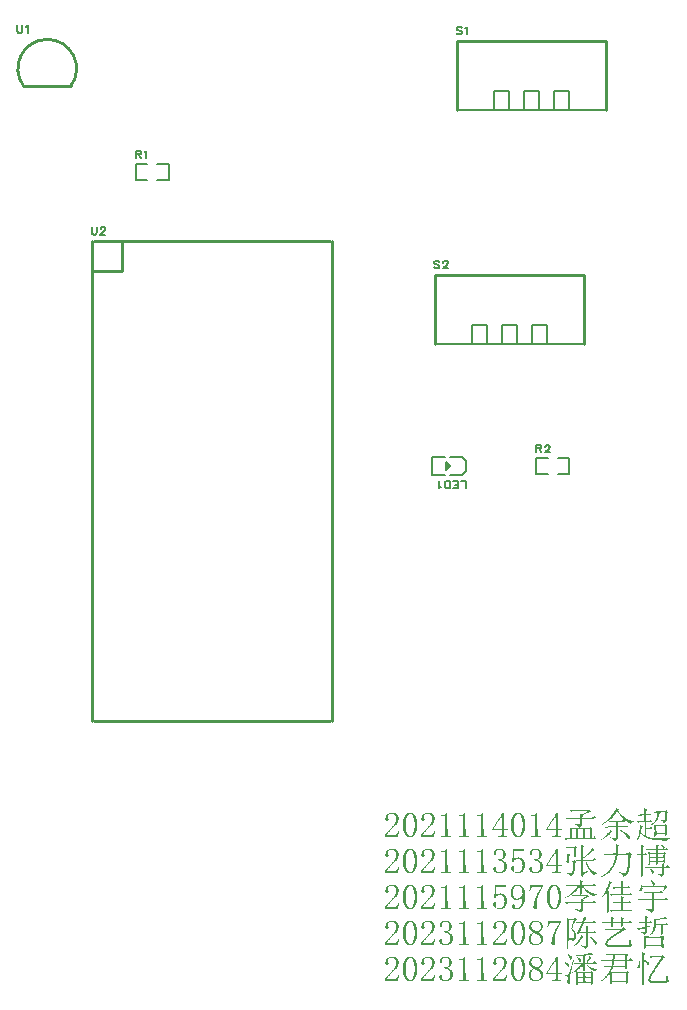
<source format=gto>
G04 Layer: TopSilkscreenLayer*
G04 EasyEDA Pro v2.1.59.0ce47373.225d47, 2024-05-28 20:03:57*
G04 Gerber Generator version 0.3*
G04 Scale: 100 percent, Rotated: No, Reflected: No*
G04 Dimensions in millimeters*
G04 Leading zeros omitted, absolute positions, 3 integers and 5 decimals*
%FSLAX35Y35*%
%MOMM*%
%ADD10C,0.1524*%
%ADD11C,0.254*%
%ADD12C,0.2032*%
%ADD13C,0.14986*%
G75*


G04 Text Start*
G54D10*
G01X-4812109Y7318014D02*
G01X-4812109Y7252990D01*
G01X-4812109Y7318014D02*
G01X-4784169Y7318014D01*
G01X-4775025Y7314966D01*
G01X-4771977Y7311918D01*
G01X-4768675Y7305568D01*
G01Y7299472D01*
G01X-4771977Y7293376D01*
G01X-4775025Y7290328D01*
G01X-4784169Y7287026D01*
G01X-4812109D01*
G01X-4790519Y7287026D02*
G01X-4768675Y7252990D01*
G01X-4738449Y7305568D02*
G01X-4732353Y7308870D01*
G01X-4723209Y7318014D01*
G01Y7252990D01*
G01X-5186680Y6672834D02*
G01X-5186680Y6626352D01*
G01X-5183632Y6617208D01*
G01X-5177282Y6610858D01*
G01X-5168138Y6607810D01*
G01X-5161788D01*
G01X-5152644Y6610858D01*
G01X-5146548Y6617208D01*
G01X-5143246Y6626352D01*
G01Y6672834D01*
G01X-5109972Y6657340D02*
G01X-5109972Y6660388D01*
G01X-5106924Y6666738D01*
G01X-5103876Y6669786D01*
G01X-5097780Y6672834D01*
G01X-5085334D01*
G01X-5078984Y6669786D01*
G01X-5075936Y6666738D01*
G01X-5072888Y6660388D01*
G01Y6654292D01*
G01X-5075936Y6648196D01*
G01X-5082286Y6638798D01*
G01X-5113020Y6607810D01*
G01X-5069840D01*
G01X-2017903Y4458843D02*
G01X-2017903Y4523867D01*
G01X-2017903Y4523867D02*
G01X-2054987Y4523867D01*
G01X-2085213Y4458843D02*
G01X-2085213Y4523867D01*
G01X-2085213Y4458843D02*
G01X-2125345Y4458843D01*
G01X-2085213Y4489831D02*
G01X-2109851Y4489831D01*
G01X-2085213Y4523867D02*
G01X-2125345Y4523867D01*
G01X-2155571Y4458843D02*
G01X-2155571Y4523867D01*
G01X-2155571Y4458843D02*
G01X-2177161Y4458843D01*
G01X-2186305Y4461891D01*
G01X-2192655Y4467987D01*
G01X-2195703Y4474337D01*
G01X-2198751Y4483481D01*
G01Y4498975D01*
G01X-2195703Y4508373D01*
G01X-2192655Y4514469D01*
G01X-2186305Y4520819D01*
G01X-2177161Y4523867D01*
G01X-2155571D01*
G01X-2228977Y4471289D02*
G01X-2235073Y4467987D01*
G01X-2244217Y4458843D01*
G01Y4523867D01*
G01X-1421209Y4828814D02*
G01X-1421209Y4763790D01*
G01X-1421209Y4828814D02*
G01X-1393269Y4828814D01*
G01X-1384125Y4825766D01*
G01X-1381077Y4822718D01*
G01X-1377775Y4816368D01*
G01Y4810272D01*
G01X-1381077Y4804176D01*
G01X-1384125Y4801128D01*
G01X-1393269Y4797826D01*
G01X-1421209D01*
G01X-1399619Y4797826D02*
G01X-1377775Y4763790D01*
G01X-1344501Y4813320D02*
G01X-1344501Y4816368D01*
G01X-1341453Y4822718D01*
G01X-1338405Y4825766D01*
G01X-1332309Y4828814D01*
G01X-1319863D01*
G01X-1313513Y4825766D01*
G01X-1310465Y4822718D01*
G01X-1307417Y4816368D01*
G01Y4810272D01*
G01X-1310465Y4804176D01*
G01X-1316815Y4794778D01*
G01X-1347549Y4763790D01*
G01X-1304369D01*
G01X-5816082Y8381595D02*
G01X-5816082Y8335113D01*
G01X-5813034Y8325969D01*
G01X-5806684Y8319619D01*
G01X-5797540Y8316571D01*
G01X-5791190D01*
G01X-5782046Y8319619D01*
G01X-5775950Y8325969D01*
G01X-5772648Y8335113D01*
G01Y8381595D01*
G01X-5742422Y8369149D02*
G01X-5736326Y8372451D01*
G01X-5727182Y8381595D01*
G01Y8316571D01*
G01X-2052145Y8359153D02*
G01X-2058495Y8365249D01*
G01X-2067639Y8368297D01*
G01X-2080085D01*
G01X-2089483Y8365249D01*
G01X-2095579Y8359153D01*
G01Y8352803D01*
G01X-2092531Y8346707D01*
G01X-2089483Y8343659D01*
G01X-2083133Y8340611D01*
G01X-2064591Y8334261D01*
G01X-2058495Y8331213D01*
G01X-2055447Y8328165D01*
G01X-2052145Y8321815D01*
G01Y8312671D01*
G01X-2058495Y8306321D01*
G01X-2067639Y8303273D01*
G01X-2080085D01*
G01X-2089483Y8306321D01*
G01X-2095579Y8312671D01*
G01X-2021919Y8355851D02*
G01X-2015823Y8359153D01*
G01X-2006679Y8368297D01*
G01Y8303273D01*
G01X-2242645Y6377953D02*
G01X-2248995Y6384049D01*
G01X-2258139Y6387097D01*
G01X-2270585D01*
G01X-2279983Y6384049D01*
G01X-2286079Y6377953D01*
G01Y6371603D01*
G01X-2283031Y6365507D01*
G01X-2279983Y6362459D01*
G01X-2273633Y6359411D01*
G01X-2255091Y6353061D01*
G01X-2248995Y6350013D01*
G01X-2245947Y6346965D01*
G01X-2242645Y6340615D01*
G01Y6331471D01*
G01X-2248995Y6325121D01*
G01X-2258139Y6322073D01*
G01X-2270585D01*
G01X-2279983Y6325121D01*
G01X-2286079Y6331471D01*
G01X-2209371Y6371603D02*
G01X-2209371Y6374651D01*
G01X-2206323Y6381001D01*
G01X-2203275Y6384049D01*
G01X-2197179Y6387097D01*
G01X-2184733D01*
G01X-2178383Y6384049D01*
G01X-2175335Y6381001D01*
G01X-2172287Y6374651D01*
G01Y6368555D01*
G01X-2175335Y6362459D01*
G01X-2181685Y6353061D01*
G01X-2212419Y6322073D01*
G01X-2169239D01*
G36*
G01X-744931Y1754683D02*
G01X-745744Y1754429D01*
G01X-746303Y1752854D01*
G01X-747674Y1749603D01*
G01X-749046Y1746809D01*
G01X-750468Y1743608D01*
G01X-754126Y1736192D01*
G01X-756006Y1732991D01*
G01X-762914Y1721866D01*
G01X-768452Y1713586D01*
G01X-773074Y1707134D01*
G01X-775868Y1702968D01*
G01X-778612Y1699717D01*
G01X-780491Y1697431D01*
G01X-782777Y1693723D01*
G01X-785571Y1690472D01*
G01X-791108Y1683563D01*
G01X-795731Y1678940D01*
G01X-798474Y1675232D01*
G01X-801726Y1672031D01*
G01X-806348Y1666494D01*
G01X-817880Y1654912D01*
G01X-822503Y1651254D01*
G01X-829412Y1644294D01*
G01X-833120Y1641551D01*
G01X-837286Y1638300D01*
G01X-840486Y1636014D01*
G01X-842823Y1633677D01*
G01X-845109Y1631848D01*
G01X-848817Y1629512D01*
G01X-852526Y1626768D01*
G01X-858063Y1623060D01*
G01X-869137Y1616151D01*
G01X-873760Y1612900D01*
G01X-875284Y1611173D01*
G01X-875132Y1609649D01*
G01X-874014Y1608734D01*
G01X-872388D01*
G01X-868223Y1610614D01*
G01X-864514Y1612443D01*
G01X-861314Y1613814D01*
G01X-857606Y1615694D01*
G01X-853897Y1617980D01*
G01X-845566Y1622603D01*
G01X-841451Y1625346D01*
G01X-837743Y1627683D01*
G01X-834949Y1629512D01*
G01X-831291Y1631848D01*
G01X-822960Y1637386D01*
G01X-819709Y1640129D01*
G01X-817423Y1642008D01*
G01X-814172Y1643837D01*
G01X-812343Y1644650D01*
G01X-810514Y1644294D01*
G01X-807720Y1642008D01*
G01X-803097Y1637386D01*
G01X-800354Y1635049D01*
G01X-795274Y1634592D01*
G01X-790651Y1635506D01*
G01X-778612Y1636471D01*
G01X-771246Y1637386D01*
G01X-758749Y1637843D01*
G01X-747674D01*
G01Y1598117D01*
G01X-750011Y1597660D01*
G01X-798474Y1597203D01*
G01X-833018Y1596847D01*
G01X-844194Y1595831D01*
G01X-842366Y1593037D01*
G01X-839572Y1590294D01*
G01X-836371Y1587500D01*
G01X-834136Y1586687D01*
G01X-831291Y1587043D01*
G01X-826211Y1587957D01*
G01X-822960Y1588414D01*
G01X-808177Y1589329D01*
G01X-777697Y1589786D01*
G01X-748589D01*
G01X-748132Y1587500D01*
G01X-747674Y1549146D01*
G01X-748132Y1511757D01*
G01X-748589Y1508506D01*
G01X-749554Y1505306D01*
G01X-751383Y1502969D01*
G01X-754634Y1501597D01*
G01X-762457Y1501140D01*
G01X-769366Y1501597D01*
G01X-777697Y1502512D01*
G01X-782320Y1503426D01*
G01X-788772Y1504391D01*
G01X-793394Y1504848D01*
G01X-794461Y1504239D01*
G01X-794766Y1502512D01*
G01X-794004Y1500581D01*
G01X-791566Y1499311D01*
G01X-786943Y1497889D01*
G01X-783692Y1496517D01*
G01X-779526Y1494688D01*
G01X-774954Y1492809D01*
G01X-771703Y1490980D01*
G01X-768909Y1489151D01*
G01X-765251Y1486814D01*
G01X-762000Y1484528D01*
G01X-760171Y1482192D01*
G01X-757377Y1476654D01*
G01X-756564Y1475638D01*
G01X-755091Y1475283D01*
G01X-751383Y1476197D01*
G01X-747217Y1478026D01*
G01X-742594Y1480820D01*
G01X-737057Y1486357D01*
G01X-734771Y1489608D01*
G01X-732892Y1493266D01*
G01X-731977Y1496974D01*
G01X-731520Y1500683D01*
G01X-731063Y1545488D01*
G01Y1588872D01*
G01X-728726Y1589329D01*
G01X-679348Y1589786D01*
G01X-644144Y1590142D01*
G01X-632714Y1591208D01*
G01X-634543Y1593494D01*
G01X-650697Y1609649D01*
G01X-653491Y1611528D01*
G01X-655777Y1611071D01*
G01X-657606Y1608734D01*
G01X-665937Y1600454D01*
G01X-668731Y1598117D01*
G01X-700126Y1597203D01*
G01X-730148D01*
G01X-730606Y1599489D01*
G01X-731063Y1619809D01*
G01Y1637843D01*
G01X-698754D01*
G01X-666394Y1638757D01*
G01X-667766Y1640586D01*
G01X-683971Y1656791D01*
G01X-685800Y1658163D01*
G01X-687629Y1656791D01*
G01X-696874Y1647546D01*
G01X-700126Y1645209D01*
G01X-756463Y1644294D01*
G01X-797001Y1644650D01*
G01X-810514Y1645666D01*
G01X-808634Y1648003D01*
G01X-789229Y1664157D01*
G01X-775411Y1678026D01*
G01X-773074Y1680769D01*
G01X-769874Y1684477D01*
G01X-766623Y1687728D01*
G01X-757377Y1698803D01*
G01X-751840Y1705712D01*
G01X-750468Y1708048D01*
G01X-745846Y1714500D01*
G01X-743966Y1716786D01*
G01X-741680Y1720037D01*
G01X-738886Y1723746D01*
G01X-736143Y1726032D01*
G01X-734771Y1725828D01*
G01X-733349Y1724203D01*
G01X-730606Y1720037D01*
G01X-725983Y1713586D01*
G01X-723189Y1709420D01*
G01X-720446Y1706169D01*
G01X-718566Y1703883D01*
G01X-717194Y1701546D01*
G01X-715366Y1699260D01*
G01X-712572Y1695552D01*
G01X-707034Y1689100D01*
G01X-703834Y1685849D01*
G01X-700126Y1681226D01*
G01X-681634Y1662786D01*
G01X-677012Y1659077D01*
G01X-671474Y1654454D01*
G01X-669188Y1652168D01*
G01X-663651Y1647546D01*
G01X-661314Y1645666D01*
G01X-659028Y1644294D01*
G01X-655777Y1642008D01*
G01X-651154Y1638757D01*
G01X-647446Y1636014D01*
G01X-643788Y1633677D01*
G01X-635457Y1628140D01*
G01X-623468Y1622146D01*
G01X-621132Y1621231D01*
G01X-620674Y1623517D01*
G01X-618388Y1628140D01*
G01X-614223Y1631391D01*
G01X-610514Y1633220D01*
G01X-607314Y1634592D01*
G01X-604063Y1635506D01*
G01X-600354Y1636471D01*
G01X-598526Y1637386D01*
G01X-597611Y1639214D01*
G01X-597814Y1641196D01*
G01X-599440Y1642466D01*
G01X-604063Y1643837D01*
G01X-609143Y1645209D01*
G01X-614680Y1646631D01*
G01X-618846Y1647546D01*
G01X-622554Y1648917D01*
G01X-627126Y1650746D01*
G01X-637286Y1654454D01*
G01X-648411Y1659992D01*
G01X-651612Y1661871D01*
G01X-655777Y1664157D01*
G01X-660400Y1666951D01*
G01X-672846Y1675232D01*
G01X-676097Y1677568D01*
G01X-679806Y1680312D01*
G01X-683006Y1683106D01*
G01X-685343Y1684934D01*
G01X-687629Y1687271D01*
G01X-696874Y1694637D01*
G01X-715366Y1713128D01*
G01X-719074Y1717751D01*
G01X-721360Y1720037D01*
G01X-723189Y1722374D01*
G01X-724611Y1724660D01*
G01X-726440Y1726946D01*
G01X-728726Y1730197D01*
G01X-729539Y1731924D01*
G01X-729234Y1733448D01*
G01X-725983Y1736192D01*
G01X-722274Y1738986D01*
G01X-721716Y1740256D01*
G01X-722732Y1741272D01*
G01X-730148Y1745894D01*
G01X-733349Y1747774D01*
G01X-737057Y1750060D01*
G01X-741680Y1752854D01*
G37*
G36*
G01X-506171Y1751889D02*
G01X-507289Y1751686D01*
G01X-508000Y1750060D01*
G01X-508457Y1724203D01*
G01X-508000Y1699717D01*
G01X-513994Y1699006D01*
G01X-532943Y1698803D01*
G01X-559257Y1697888D01*
G01X-559613Y1696974D01*
G01X-558800Y1696009D01*
G01X-551891Y1689100D01*
G01X-548640Y1687728D01*
G01X-544932Y1688186D01*
G01X-540309Y1689100D01*
G01X-535229Y1689557D01*
G01X-532028Y1690014D01*
G01X-522783Y1690929D01*
G01X-515366Y1691386D01*
G01X-510642Y1690929D01*
G01X-508457Y1689557D01*
G01X-508000Y1685392D01*
G01X-508457Y1663243D01*
G01X-508000Y1642466D01*
G01X-515264Y1641754D01*
G01X-538023Y1641551D01*
G01X-560883Y1641196D01*
G01X-568503Y1640129D01*
G01X-567131Y1637843D01*
G01X-562508Y1633220D01*
G01X-560172Y1631391D01*
G01X-555549Y1630934D01*
G01X-550469Y1631848D01*
G01X-544017Y1632763D01*
G01X-534772Y1633677D01*
G01X-519532Y1634134D01*
G01X-505714D01*
G01X-505206Y1631848D01*
G01X-504749Y1577797D01*
G01Y1526083D01*
G01X-506628Y1526540D01*
G01X-510794Y1528826D01*
G01X-513994Y1532077D01*
G01X-523240Y1539494D01*
G01X-532486Y1548689D01*
G01X-533857Y1551483D01*
G01Y1556106D01*
G01X-532943Y1560728D01*
G01X-532028Y1569009D01*
G01X-531114Y1573632D01*
G01X-530606Y1579169D01*
G01X-530149Y1582877D01*
G01X-529234Y1588414D01*
G01X-527863Y1593952D01*
G01X-522326Y1598574D01*
G01X-521411Y1600911D01*
G01X-524154Y1602740D01*
G01X-536651Y1608277D01*
G01X-540309Y1610106D01*
G01X-544017Y1611528D01*
G01X-545186Y1611071D01*
G01X-545846Y1608734D01*
G01X-546354Y1592123D01*
G01X-546811Y1577340D01*
G01X-547726Y1572717D01*
G01X-548183Y1566723D01*
G01X-548640Y1562557D01*
G01X-549554Y1557020D01*
G01X-550012Y1550568D01*
G01X-550469Y1546860D01*
G01X-551434Y1542237D01*
G01X-552348Y1536700D01*
G01X-553263Y1532992D01*
G01X-554177Y1528369D01*
G01X-555549Y1523289D01*
G01X-556971Y1519174D01*
G01X-557886Y1515466D01*
G01X-558800Y1512214D01*
G01X-560172Y1508506D01*
G01X-565709Y1494688D01*
G01X-567588Y1490523D01*
G01X-571246Y1483106D01*
G01X-573126Y1479906D01*
G01Y1477112D01*
G01X-570789Y1476654D01*
G01X-568503Y1478534D01*
G01X-565709Y1482192D01*
G01X-562508Y1486814D01*
G01X-557886Y1493266D01*
G01X-555549Y1496974D01*
G01X-553720Y1500226D01*
G01X-549097Y1508506D01*
G01X-547268Y1512672D01*
G01X-545389Y1517294D01*
G01X-543560Y1521003D01*
G01X-541731Y1525626D01*
G01X-540309Y1530248D01*
G01X-538937Y1534414D01*
G01X-537566Y1538986D01*
G01X-536194Y1542237D01*
G01X-535026Y1542694D01*
G01X-533400Y1541323D01*
G01X-529692Y1536700D01*
G01X-526948Y1533449D01*
G01X-525069Y1531163D01*
G01X-513537Y1519631D01*
G01X-506171Y1514094D01*
G01X-503834Y1512214D01*
G01X-500634Y1509928D01*
G01X-496926Y1507592D01*
G01X-490474Y1503934D01*
G01X-487680Y1502054D01*
G01X-483972Y1500226D01*
G01X-470154Y1494688D01*
G01X-465531Y1493266D01*
G01X-461823Y1492352D01*
G01X-457657Y1490980D01*
G01X-452120Y1489608D01*
G01X-447954Y1488694D01*
G01X-443332Y1487729D01*
G01X-437337Y1486357D01*
G01X-430886Y1485443D01*
G01X-425806Y1484986D01*
G01X-421183Y1484071D01*
G01X-414731Y1483614D01*
G01X-410108Y1483106D01*
G01X-404571Y1482192D01*
G01X-395326Y1481734D01*
G01X-388874Y1481277D01*
G01X-381457Y1480363D01*
G01X-358394Y1479448D01*
G01X-349148Y1478534D01*
G01X-331114Y1478026D01*
G01X-314503D01*
G01X-313588Y1480363D01*
G01X-310794Y1484986D01*
G01X-306629Y1488694D01*
G01X-302971Y1490980D01*
G01X-298806Y1492809D01*
G01X-294640Y1494231D01*
G01X-292811Y1496517D01*
G01X-293014Y1498041D01*
G01X-294640Y1498854D01*
G01X-313131Y1499311D01*
G01X-330657Y1498854D01*
G01X-348691Y1498346D01*
G01X-366674Y1498854D01*
G01X-421183Y1499768D01*
G01X-425348Y1500226D01*
G01X-430428Y1500683D01*
G01X-435966Y1501140D01*
G01X-440588Y1501597D01*
G01X-443789Y1502054D01*
G01X-447497Y1502969D01*
G01X-456743Y1504848D01*
G01X-460451Y1505763D01*
G01X-470154Y1508506D01*
G01X-473812Y1509928D01*
G01X-477977Y1511300D01*
G01X-482600Y1513129D01*
G01X-486766Y1515008D01*
G01X-488594Y1517294D01*
G01X-489052Y1547317D01*
G01Y1575968D01*
G01X-485851Y1575511D01*
G01X-458114Y1575054D01*
G01X-432714Y1575968D01*
G01X-432359Y1576883D01*
G01X-433172Y1577797D01*
G01X-440588Y1585214D01*
G01X-443332Y1588414D01*
G01X-445668Y1591208D01*
G01X-447954Y1593494D01*
G01X-449834Y1594866D01*
G01X-451663Y1594409D01*
G01X-455828Y1590294D01*
G01X-459029Y1587957D01*
G01X-462280Y1584706D01*
G01X-466446Y1582877D01*
G01X-478892Y1582420D01*
G01X-488137D01*
G01X-488594Y1584706D01*
G01X-489052Y1610106D01*
G01Y1633220D01*
G01X-486766Y1633677D01*
G01X-459994Y1634134D01*
G01X-441858Y1634490D01*
G01X-436423Y1635506D01*
G01X-440131Y1640129D01*
G01X-451663Y1651711D01*
G01X-453949Y1653540D01*
G01X-456286D01*
G01X-459029Y1651254D01*
G01X-464566Y1645666D01*
G01X-467817Y1642923D01*
G01X-471983Y1641856D01*
G01X-480771Y1641551D01*
G01X-491846D01*
G01X-491388Y1644752D01*
G01X-490931Y1667866D01*
G01X-491388Y1688643D01*
G01X-489966Y1690472D01*
G01X-463652Y1691386D01*
G01X-439166D01*
G01X-440588Y1693266D01*
G01X-443789Y1696974D01*
G01X-446583Y1700174D01*
G01X-455828Y1709420D01*
G01X-456844Y1710233D01*
G01X-458114Y1709877D01*
G01X-467360Y1700632D01*
G01X-470154Y1699260D01*
G01X-481686Y1698803D01*
G01X-491846D01*
G01X-491388Y1702054D01*
G01X-490931Y1718666D01*
G01X-490576Y1728826D01*
G01X-489509Y1732534D01*
G01X-487223Y1733906D01*
G01X-482600Y1737614D01*
G01X-481228Y1739443D01*
G01X-481432Y1740357D01*
G01X-483057Y1741272D01*
G01X-491388Y1744980D01*
G01X-496011Y1747266D01*
G01X-500126Y1749146D01*
G01X-503377Y1750517D01*
G37*
G36*
G01X-973531Y1743608D02*
G01X-975817Y1743151D01*
G01X-978154Y1741272D01*
G01X-981812Y1738528D01*
G01X-985063Y1735734D01*
G01X-988314Y1734363D01*
G01X-1063549Y1733906D01*
G01X-1136548Y1732991D01*
G01X-1135126Y1731112D01*
G01X-1129132Y1725117D01*
G01X-1124509Y1723746D01*
G01X-1120394Y1724203D01*
G01X-1116686Y1725117D01*
G01X-1110234Y1726032D01*
G01X-1050646Y1726489D01*
G01X-993851Y1726946D01*
G01X-992683D01*
G01X-991972Y1726032D01*
G01X-992124Y1724762D01*
G01X-993394Y1723746D01*
G01X-997052Y1721409D01*
G01X-1001217Y1719123D01*
G01X-1004468Y1717294D01*
G01X-1007669Y1714957D01*
G01X-1012292Y1712214D01*
G01X-1019708Y1707591D01*
G01X-1024331Y1704797D01*
G01X-1028446Y1702054D01*
G01X-1032154Y1699717D01*
G01X-1035406Y1697888D01*
G01X-1038606Y1696974D01*
G01X-1041857Y1697888D01*
G01X-1045566Y1699717D01*
G01X-1049274Y1701089D01*
G01X-1050290Y1700987D01*
G01X-1050646Y1699717D01*
G01X-1050188Y1696466D01*
G01X-1049274Y1678940D01*
G01X-1048766Y1675232D01*
G01X-1049376Y1673403D01*
G01X-1051103Y1672488D01*
G01X-1113892Y1672031D01*
G01X-1159053Y1671676D01*
G01X-1173480Y1670609D01*
G01X-1166571Y1663700D01*
G01X-1163777Y1662328D01*
G01X-1160526Y1661871D01*
G01X-1157326Y1662328D01*
G01X-1151788Y1663243D01*
G01X-1144372Y1664157D01*
G01X-1094994Y1664614D01*
G01X-1048766D01*
G01Y1643837D01*
G01X-1049274Y1621688D01*
G01X-1050646Y1618437D01*
G01X-1053389Y1615694D01*
G01X-1064006Y1614729D01*
G01X-1074166Y1615186D01*
G01X-1079754Y1616151D01*
G01X-1088034Y1616608D01*
G01X-1093572Y1617066D01*
G01X-1094740Y1616964D01*
G01X-1095451Y1615694D01*
G01X-1095299Y1613916D01*
G01X-1094029Y1612443D01*
G01X-1089914Y1610614D01*
G01X-1086206Y1609192D01*
G01X-1082954Y1607820D01*
G01X-1078789Y1605991D01*
G01X-1072337Y1602740D01*
G01X-1069086Y1600911D01*
G01X-1066343Y1598574D01*
G01X-1064006Y1596288D01*
G01X-1061720Y1593037D01*
G01X-1060348Y1589329D01*
G01X-1059434Y1588414D01*
G01X-1057554D01*
G01X-1054354Y1589786D01*
G01X-1052017Y1591208D01*
G01X-1048766Y1593037D01*
G01X-1045108Y1595374D01*
G01X-1042314Y1597660D01*
G01X-1040028Y1599946D01*
G01X-1037692Y1603197D01*
G01X-1035863Y1606448D01*
G01X-1034491Y1609649D01*
G01X-1033069Y1613814D01*
G01X-1032154Y1640129D01*
G01Y1664614D01*
G01X-970280D01*
G01X-907948Y1665529D01*
G01X-908863Y1667408D01*
G01X-929640Y1688186D01*
G01X-930656Y1688998D01*
G01X-931926Y1688643D01*
G01X-941629Y1678940D01*
G01X-948131Y1673403D01*
G01X-959663Y1672336D01*
G01X-990600Y1672031D01*
G01X-1031240D01*
G01X-1031697Y1674317D01*
G01X-1032154Y1678483D01*
G01X-1031596Y1680108D01*
G01X-1029868Y1681226D01*
G01X-1026160Y1683106D01*
G01X-1024331Y1684934D01*
G01X-1024534Y1686001D01*
G01X-1026160Y1687271D01*
G01X-1028141Y1688998D01*
G01X-1029411Y1691386D01*
G01X-1029513Y1693723D01*
G01X-1027989Y1695094D01*
G01X-1005840Y1706169D01*
G01X-1001674Y1708048D01*
G01X-983234Y1715414D01*
G01X-978611Y1716786D01*
G01X-974446Y1717751D01*
G01X-967029Y1719580D01*
G01X-961034Y1720037D01*
G01X-955954Y1720952D01*
G01Y1723288D01*
G01X-957834Y1725574D01*
G01X-968908Y1738528D01*
G01X-971194Y1741272D01*
G37*
G36*
G01X-318872Y1734261D02*
G01X-320040Y1733448D01*
G01X-326949Y1726489D01*
G01X-329743Y1725117D01*
G01X-382372Y1724660D01*
G01X-434086Y1723746D01*
G01X-433172Y1721866D01*
G01X-428549Y1717294D01*
G01X-426263Y1715414D01*
G01X-421640Y1714500D01*
G01X-416560Y1714957D01*
G01X-411937Y1715872D01*
G01X-405943Y1716329D01*
G01X-401777Y1716786D01*
G01X-399034D01*
G01X-397154Y1714957D01*
G01Y1712214D01*
G01X-398069Y1698346D01*
G01X-399948Y1689100D01*
G01X-401777Y1681734D01*
G01X-403606Y1675232D01*
G01X-405028Y1671574D01*
G01X-406857Y1666951D01*
G01X-410566Y1659534D01*
G01X-412394Y1656334D01*
G01X-414274Y1653540D01*
G01X-416103Y1650289D01*
G01X-417932Y1647546D01*
G01X-420726Y1643837D01*
G01X-424434Y1639214D01*
G01X-436880Y1626768D01*
G01X-440588Y1623974D01*
G01X-443789Y1621231D01*
G01X-446126Y1619352D01*
G01X-447954Y1617066D01*
G01X-447497Y1614272D01*
G01X-446227Y1613459D01*
G01X-444246Y1613814D01*
G01X-435966Y1618437D01*
G01X-431343Y1621231D01*
G01X-426720Y1624432D01*
G01X-423469Y1626768D01*
G01X-421183Y1628597D01*
G01X-417474Y1631391D01*
G01X-405028Y1643837D01*
G01X-401320Y1648460D01*
G01X-398526Y1652168D01*
G01X-395326Y1656791D01*
G01X-390703Y1665072D01*
G01X-388366Y1669694D01*
G01X-382829Y1683563D01*
G01X-381914Y1687728D01*
G01X-381000Y1691386D01*
G01X-379171Y1699717D01*
G01X-378206Y1707591D01*
G01X-377901Y1712519D01*
G01X-376834Y1715414D01*
G01X-369926Y1716786D01*
G01X-351892Y1717294D01*
G01X-334112Y1716786D01*
G01X-327914Y1715414D01*
G01Y1712214D01*
G01X-328828Y1701089D01*
G01X-329743Y1688186D01*
G01X-330657Y1679854D01*
G01X-331114Y1673403D01*
G01X-332029Y1666494D01*
G01X-332994Y1661871D01*
G01X-333908Y1657706D01*
G01X-335737Y1654912D01*
G01X-339446Y1653083D01*
G01X-343611Y1652168D01*
G01X-348691Y1651711D01*
G01X-353771Y1652168D01*
G01X-358394Y1653083D01*
G01X-364388Y1653540D01*
G01X-366573Y1653083D01*
G01X-367589Y1651711D01*
G01X-367386Y1650086D01*
G01X-365760Y1648917D01*
G01X-362052Y1647088D01*
G01X-358851Y1645666D01*
G01X-356057Y1644294D01*
G01X-350520Y1640586D01*
G01X-348234Y1638300D01*
G01X-344983Y1634592D01*
G01X-342189Y1630426D01*
G01X-340919Y1629156D01*
G01X-338988Y1629054D01*
G01X-335280Y1630426D01*
G01X-331572Y1632763D01*
G01X-328371Y1635506D01*
G01X-326034Y1637843D01*
G01X-323291Y1641094D01*
G01X-320954Y1644752D01*
G01X-319126Y1648917D01*
G01X-317246Y1654912D01*
G01X-315874Y1661871D01*
G01X-314960Y1666951D01*
G01X-314046Y1675232D01*
G01X-313131Y1681734D01*
G01X-312166Y1696466D01*
G01X-311252Y1703883D01*
G01X-310794Y1709877D01*
G01X-310236Y1713687D01*
G01X-308508Y1715872D01*
G01X-305257Y1718666D01*
G01X-303886Y1720952D01*
G01X-304800Y1722831D01*
G01X-314046Y1732026D01*
G01X-317246Y1733906D01*
G37*
G36*
G01X-1871726Y1715414D02*
G01X-1874063Y1714957D01*
G01X-1875434Y1713586D01*
G01X-1878228Y1709420D01*
G01X-1881429Y1706169D01*
G01X-1884680Y1703883D01*
G01X-1888388Y1701546D01*
G01X-1892554Y1699717D01*
G01X-1898091Y1698346D01*
G01X-1902714Y1697431D01*
G01X-1912874Y1696974D01*
G01X-1921612D01*
G01Y1689557D01*
G01X-1908708D01*
G01X-1898396Y1689202D01*
G01X-1893468Y1688186D01*
G01X-1890217Y1684477D01*
G01X-1888846Y1679854D01*
G01X-1888388Y1604569D01*
G01X-1888846Y1530248D01*
G01X-1889760Y1526997D01*
G01X-1892046Y1522832D01*
G01X-1896212Y1519631D01*
G01X-1900377Y1517752D01*
G01X-1904086Y1516837D01*
G01X-1907286Y1516380D01*
G01X-1915160Y1515923D01*
G01X-1921612D01*
G01Y1509471D01*
G01X-1834794D01*
G01Y1515923D01*
G01X-1843126D01*
G01X-1852828Y1516380D01*
G01X-1856486Y1517294D01*
G01X-1860194Y1518666D01*
G01X-1862988Y1520546D01*
G01X-1865732Y1523746D01*
G01X-1868068Y1528826D01*
G01X-1868983Y1623517D01*
G01Y1715414D01*
G37*
G36*
G01X-1414526Y1715414D02*
G01X-1416863Y1714957D01*
G01X-1418234Y1713586D01*
G01X-1421028Y1709420D01*
G01X-1424229Y1706169D01*
G01X-1427480Y1703883D01*
G01X-1431188Y1701546D01*
G01X-1435354Y1699717D01*
G01X-1440891Y1698346D01*
G01X-1445514Y1697431D01*
G01X-1455674Y1696974D01*
G01X-1464412D01*
G01Y1689557D01*
G01X-1451508D01*
G01X-1441196Y1689202D01*
G01X-1436268Y1688186D01*
G01X-1433017Y1684477D01*
G01X-1431646Y1679854D01*
G01X-1431188Y1604569D01*
G01X-1431646Y1530248D01*
G01X-1432560Y1526997D01*
G01X-1434846Y1522832D01*
G01X-1439012Y1519631D01*
G01X-1443177Y1517752D01*
G01X-1446886Y1516837D01*
G01X-1450086Y1516380D01*
G01X-1457960Y1515923D01*
G01X-1464412D01*
G01Y1509471D01*
G01X-1377594D01*
G01Y1515923D01*
G01X-1385926D01*
G01X-1395628Y1516380D01*
G01X-1399286Y1517294D01*
G01X-1402994Y1518666D01*
G01X-1405788Y1520546D01*
G01X-1408532Y1523746D01*
G01X-1410868Y1528826D01*
G01X-1411783Y1623517D01*
G01Y1715414D01*
G37*
G36*
G01X-2176526Y1715414D02*
G01X-2178863Y1714957D01*
G01X-2180234Y1713586D01*
G01X-2183028Y1709420D01*
G01X-2186229Y1706169D01*
G01X-2189480Y1703883D01*
G01X-2193188Y1701546D01*
G01X-2197354Y1699717D01*
G01X-2202891Y1698346D01*
G01X-2207514Y1697431D01*
G01X-2217674Y1696974D01*
G01X-2226412D01*
G01Y1689557D01*
G01X-2213508D01*
G01X-2203196Y1689202D01*
G01X-2198268Y1688186D01*
G01X-2195017Y1684477D01*
G01X-2193646Y1679854D01*
G01X-2193188Y1604569D01*
G01X-2193646Y1530248D01*
G01X-2194560Y1526997D01*
G01X-2196846Y1522832D01*
G01X-2201012Y1519631D01*
G01X-2205177Y1517752D01*
G01X-2208886Y1516837D01*
G01X-2212086Y1516380D01*
G01X-2219960Y1515923D01*
G01X-2226412D01*
G01Y1509471D01*
G01X-2139594D01*
G01Y1515923D01*
G01X-2147926D01*
G01X-2157628Y1516380D01*
G01X-2161286Y1517294D01*
G01X-2164994Y1518666D01*
G01X-2167788Y1520546D01*
G01X-2170532Y1523746D01*
G01X-2172868Y1528826D01*
G01X-2173783Y1623517D01*
G01Y1715414D01*
G37*
G36*
G01X-2024126Y1715414D02*
G01X-2026463Y1714957D01*
G01X-2027834Y1713586D01*
G01X-2030628Y1709420D01*
G01X-2033829Y1706169D01*
G01X-2037080Y1703883D01*
G01X-2040788Y1701546D01*
G01X-2044954Y1699717D01*
G01X-2050491Y1698346D01*
G01X-2055114Y1697431D01*
G01X-2065274Y1696974D01*
G01X-2074012D01*
G01Y1689557D01*
G01X-2061108D01*
G01X-2050796Y1689202D01*
G01X-2045868Y1688186D01*
G01X-2042617Y1684477D01*
G01X-2041246Y1679854D01*
G01X-2040788Y1604569D01*
G01X-2041246Y1530248D01*
G01X-2042160Y1526997D01*
G01X-2044446Y1522832D01*
G01X-2048612Y1519631D01*
G01X-2052777Y1517752D01*
G01X-2056486Y1516837D01*
G01X-2059686Y1516380D01*
G01X-2067560Y1515923D01*
G01X-2074012D01*
G01Y1509471D01*
G01X-1987194D01*
G01Y1515923D01*
G01X-1995526D01*
G01X-2005228Y1516380D01*
G01X-2008886Y1517294D01*
G01X-2012594Y1518666D01*
G01X-2015388Y1520546D01*
G01X-2018132Y1523746D01*
G01X-2020468Y1528826D01*
G01X-2021383Y1623517D01*
G01Y1715414D01*
G37*
G36*
G01X-1700886Y1714500D02*
G01X-1705864Y1714144D01*
G01X-1707794Y1713128D01*
G01X-1709166Y1710334D01*
G01X-1720748Y1691894D01*
G01X-1723492Y1687728D01*
G01X-1741983Y1658163D01*
G01X-1744726Y1653997D01*
G01X-1747520Y1649374D01*
G01X-1761388Y1627226D01*
G01X-1764132Y1623060D01*
G01X-1782623Y1593494D01*
G01X-1785366Y1589329D01*
G01X-1788160Y1584706D01*
G01X-1790446Y1581048D01*
G01X-1792072Y1578254D01*
G01X-1780794D01*
G01Y1580134D01*
G01X-1779372Y1582877D01*
G01X-1763217Y1608734D01*
G01X-1760474Y1612900D01*
G01X-1737360Y1649832D01*
G01X-1734566Y1653997D01*
G01X-1731823Y1658620D01*
G01X-1717954Y1680769D01*
G01X-1715211Y1684020D01*
G01X-1714144Y1671320D01*
G01X-1713789Y1631391D01*
G01Y1577797D01*
G01X-1747063D01*
G01X-1780794Y1578254D01*
G01X-1792072D01*
G01X-1792326Y1577797D01*
G01X-1793240Y1573632D01*
G01Y1571346D01*
G01X-1713789D01*
G01Y1548689D01*
G01X-1714754Y1524254D01*
G01X-1716583Y1521003D01*
G01X-1719834Y1518666D01*
G01X-1723492Y1517294D01*
G01X-1728114Y1516380D01*
G01X-1737817Y1515923D01*
G01X-1744269D01*
G01Y1509471D01*
G01X-1665783D01*
G01Y1515923D01*
G01X-1673149D01*
G01X-1681937Y1516380D01*
G01X-1685188Y1517294D01*
G01X-1689354Y1519631D01*
G01X-1692554Y1523746D01*
G01X-1693926Y1530248D01*
G01X-1694434Y1552854D01*
G01Y1571346D01*
G01X-1662074D01*
G01Y1577797D01*
G01X-1694434D01*
G01Y1714500D01*
G37*
G36*
G01X-1243686Y1714500D02*
G01X-1248664Y1714144D01*
G01X-1250594Y1713128D01*
G01X-1251966Y1710334D01*
G01X-1263548Y1691894D01*
G01X-1266292Y1687728D01*
G01X-1284783Y1658163D01*
G01X-1287526Y1653997D01*
G01X-1290320Y1649374D01*
G01X-1304188Y1627226D01*
G01X-1306932Y1623060D01*
G01X-1325423Y1593494D01*
G01X-1328166Y1589329D01*
G01X-1330960Y1584706D01*
G01X-1333246Y1581048D01*
G01X-1334872Y1578254D01*
G01X-1323594D01*
G01Y1580134D01*
G01X-1322172Y1582877D01*
G01X-1306017Y1608734D01*
G01X-1303274Y1612900D01*
G01X-1280160Y1649832D01*
G01X-1277366Y1653997D01*
G01X-1274623Y1658620D01*
G01X-1260754Y1680769D01*
G01X-1258011Y1684020D01*
G01X-1256944Y1671320D01*
G01X-1256589Y1631391D01*
G01Y1577797D01*
G01X-1289863D01*
G01X-1323594Y1578254D01*
G01X-1334872D01*
G01X-1335126Y1577797D01*
G01X-1336040Y1573632D01*
G01Y1571346D01*
G01X-1256589D01*
G01Y1548689D01*
G01X-1257554Y1524254D01*
G01X-1259383Y1521003D01*
G01X-1262634Y1518666D01*
G01X-1266292Y1517294D01*
G01X-1270914Y1516380D01*
G01X-1280617Y1515923D01*
G01X-1287069D01*
G01Y1509471D01*
G01X-1208583D01*
G01Y1515923D01*
G01X-1215949D01*
G01X-1224737Y1516380D01*
G01X-1227988Y1517294D01*
G01X-1232154Y1519631D01*
G01X-1235354Y1523746D01*
G01X-1236726Y1530248D01*
G01X-1237234Y1552854D01*
G01Y1571346D01*
G01X-1204874D01*
G01Y1577797D01*
G01X-1237234D01*
G01Y1714500D01*
G37*
G36*
G01X-2490572Y1714500D02*
G01X-2500274Y1714043D01*
G01X-2504440Y1712671D01*
G01X-2509520Y1710792D01*
G01X-2513686Y1708506D01*
G01X-2517851Y1705712D01*
G01X-2521052Y1702968D01*
G01X-2525674Y1698346D01*
G01X-2529383Y1693723D01*
G01X-2531669Y1690472D01*
G01X-2534463Y1686306D01*
G01X-2540457Y1674317D01*
G01X-2542286Y1670152D01*
G01X-2545080Y1661871D01*
G01X-2546452Y1656791D01*
G01X-2547366Y1652168D01*
G01X-2548331Y1648460D01*
G01X-2549246Y1642923D01*
G01X-2550160Y1636471D01*
G01X-2550617Y1631391D01*
G01X-2551074Y1628140D01*
G01X-2551430Y1612900D01*
G01X-2528468D01*
G01X-2528011Y1633677D01*
G01X-2527046Y1642923D01*
G01X-2526132Y1649374D01*
G01X-2524303Y1659534D01*
G01X-2522931Y1664157D01*
G01X-2521509Y1669694D01*
G01X-2520137Y1673403D01*
G01X-2518766Y1676654D01*
G01X-2517394Y1680312D01*
G01X-2515514Y1684477D01*
G01X-2513686Y1687728D01*
G01X-2509063Y1694637D01*
G01X-2503526Y1700174D01*
G01X-2500732Y1702054D01*
G01X-2497531Y1703426D01*
G01X-2492908Y1704797D01*
G01X-2486914Y1705254D01*
G01X-2482291Y1704340D01*
G01X-2479040Y1702968D01*
G01X-2475789Y1701089D01*
G01X-2472588Y1698803D01*
G01X-2470252Y1696009D01*
G01X-2468423Y1693266D01*
G01X-2466086Y1690014D01*
G01X-2463800Y1685392D01*
G01X-2461971Y1681226D01*
G01X-2459177Y1672946D01*
G01X-2457806Y1667866D01*
G01X-2456891Y1663243D01*
G01X-2455926Y1659534D01*
G01X-2454097Y1648460D01*
G01X-2453640Y1643837D01*
G01X-2453183Y1640129D01*
G01X-2452268Y1628140D01*
G01X-2451811Y1610106D01*
G01X-2452268Y1592123D01*
G01X-2453183Y1579169D01*
G01X-2454097Y1571803D01*
G01X-2455012Y1565351D01*
G01X-2456891Y1556106D01*
G01X-2461971Y1540866D01*
G01X-2463800Y1536700D01*
G01X-2465629Y1533449D01*
G01X-2467966Y1529791D01*
G01X-2470252Y1526540D01*
G01X-2472588Y1524254D01*
G01X-2474874Y1522374D01*
G01X-2478126Y1520088D01*
G01X-2483206Y1517752D01*
G01X-2489657Y1516837D01*
G01X-2493823Y1517294D01*
G01X-2497074Y1518209D01*
G01X-2500732Y1519631D01*
G01X-2503068Y1521460D01*
G01X-2507691Y1526083D01*
G01X-2509977Y1528826D01*
G01X-2511806Y1531620D01*
G01X-2513686Y1534871D01*
G01X-2517394Y1542237D01*
G01X-2519223Y1546403D01*
G01X-2521966Y1554734D01*
G01X-2523388Y1559814D01*
G01X-2525217Y1569009D01*
G01X-2526132Y1574546D01*
G01X-2526589Y1578712D01*
G01X-2527046Y1581963D01*
G01X-2528011Y1592123D01*
G01X-2528468Y1612900D01*
G01X-2551430D01*
G01X-2551532Y1609649D01*
G01X-2551074Y1591208D01*
G01X-2550160Y1581963D01*
G01X-2549246Y1575511D01*
G01X-2547366Y1566266D01*
G01X-2545994Y1561643D01*
G01X-2544166Y1555648D01*
G01X-2542286Y1550568D01*
G01X-2540457Y1545946D01*
G01X-2538628Y1542237D01*
G01X-2536749Y1538986D01*
G01X-2534463Y1535328D01*
G01X-2531669Y1531163D01*
G01X-2529383Y1527912D01*
G01X-2527554Y1525626D01*
G01X-2522931Y1521003D01*
G01X-2519680Y1518209D01*
G01X-2513228Y1513586D01*
G01X-2508606Y1511300D01*
G01X-2503526Y1509471D01*
G01X-2499817Y1508049D01*
G01X-2489657Y1507592D01*
G01X-2479040Y1508049D01*
G01X-2474874Y1509471D01*
G01X-2469794Y1511757D01*
G01X-2465629Y1514094D01*
G01X-2461514Y1516837D01*
G01X-2453640Y1524711D01*
G01X-2451811Y1526997D01*
G01X-2449474Y1530248D01*
G01X-2446731Y1534414D01*
G01X-2444394Y1538072D01*
G01X-2442566Y1541323D01*
G01X-2438857Y1549654D01*
G01X-2437486Y1553312D01*
G01X-2436114Y1557477D01*
G01X-2434692Y1562100D01*
G01X-2433777Y1566266D01*
G01X-2432863Y1569974D01*
G01X-2431948Y1574546D01*
G01X-2431034Y1580134D01*
G01X-2430069Y1587500D01*
G01X-2429612Y1593952D01*
G01X-2429154Y1597660D01*
G01X-2428697Y1612900D01*
G01X-2429154Y1628140D01*
G01X-2430069Y1639214D01*
G01X-2431034Y1645666D01*
G01X-2432863Y1655826D01*
G01X-2434234Y1660449D01*
G01X-2436114Y1666494D01*
G01X-2437943Y1672031D01*
G01X-2439772Y1676146D01*
G01X-2443480Y1683563D01*
G01X-2445309Y1686814D01*
G01X-2448103Y1690929D01*
G01X-2450846Y1694637D01*
G01X-2454554Y1699260D01*
G01X-2456891Y1701546D01*
G01X-2460549Y1704340D01*
G01X-2465172Y1707591D01*
G01X-2468880Y1709877D01*
G01X-2473046Y1711706D01*
G01X-2479040Y1713586D01*
G37*
G36*
G01X-1576172Y1714500D02*
G01X-1585874Y1714043D01*
G01X-1590040Y1712671D01*
G01X-1595120Y1710792D01*
G01X-1599286Y1708506D01*
G01X-1603451Y1705712D01*
G01X-1606652Y1702968D01*
G01X-1611274Y1698346D01*
G01X-1614983Y1693723D01*
G01X-1617269Y1690472D01*
G01X-1620063Y1686306D01*
G01X-1626057Y1674317D01*
G01X-1627886Y1670152D01*
G01X-1630680Y1661871D01*
G01X-1632052Y1656791D01*
G01X-1632966Y1652168D01*
G01X-1633931Y1648460D01*
G01X-1634846Y1642923D01*
G01X-1635760Y1636471D01*
G01X-1636217Y1631391D01*
G01X-1636674Y1628140D01*
G01X-1637030Y1612900D01*
G01X-1614068D01*
G01X-1613611Y1633677D01*
G01X-1612646Y1642923D01*
G01X-1611732Y1649374D01*
G01X-1609903Y1659534D01*
G01X-1608531Y1664157D01*
G01X-1607109Y1669694D01*
G01X-1605737Y1673403D01*
G01X-1604366Y1676654D01*
G01X-1602994Y1680312D01*
G01X-1601114Y1684477D01*
G01X-1599286Y1687728D01*
G01X-1594663Y1694637D01*
G01X-1589126Y1700174D01*
G01X-1586332Y1702054D01*
G01X-1583131Y1703426D01*
G01X-1578508Y1704797D01*
G01X-1572514Y1705254D01*
G01X-1567891Y1704340D01*
G01X-1564640Y1702968D01*
G01X-1561389Y1701089D01*
G01X-1558188Y1698803D01*
G01X-1555852Y1696009D01*
G01X-1554023Y1693266D01*
G01X-1551686Y1690014D01*
G01X-1549400Y1685392D01*
G01X-1547571Y1681226D01*
G01X-1544777Y1672946D01*
G01X-1543406Y1667866D01*
G01X-1542491Y1663243D01*
G01X-1541526Y1659534D01*
G01X-1539697Y1648460D01*
G01X-1539240Y1643837D01*
G01X-1538783Y1640129D01*
G01X-1537868Y1628140D01*
G01X-1537411Y1610106D01*
G01X-1537868Y1592123D01*
G01X-1538783Y1579169D01*
G01X-1539697Y1571803D01*
G01X-1540612Y1565351D01*
G01X-1542491Y1556106D01*
G01X-1547571Y1540866D01*
G01X-1549400Y1536700D01*
G01X-1551229Y1533449D01*
G01X-1553566Y1529791D01*
G01X-1555852Y1526540D01*
G01X-1558188Y1524254D01*
G01X-1560474Y1522374D01*
G01X-1563726Y1520088D01*
G01X-1568806Y1517752D01*
G01X-1575257Y1516837D01*
G01X-1579423Y1517294D01*
G01X-1582674Y1518209D01*
G01X-1586332Y1519631D01*
G01X-1588668Y1521460D01*
G01X-1593291Y1526083D01*
G01X-1595577Y1528826D01*
G01X-1597406Y1531620D01*
G01X-1599286Y1534871D01*
G01X-1602994Y1542237D01*
G01X-1604823Y1546403D01*
G01X-1607566Y1554734D01*
G01X-1608988Y1559814D01*
G01X-1610817Y1569009D01*
G01X-1611732Y1574546D01*
G01X-1612189Y1578712D01*
G01X-1612646Y1581963D01*
G01X-1613611Y1592123D01*
G01X-1614068Y1612900D01*
G01X-1637030D01*
G01X-1637132Y1609649D01*
G01X-1636674Y1591208D01*
G01X-1635760Y1581963D01*
G01X-1634846Y1575511D01*
G01X-1632966Y1566266D01*
G01X-1631594Y1561643D01*
G01X-1629766Y1555648D01*
G01X-1627886Y1550568D01*
G01X-1626057Y1545946D01*
G01X-1624228Y1542237D01*
G01X-1622349Y1538986D01*
G01X-1620063Y1535328D01*
G01X-1617269Y1531163D01*
G01X-1614983Y1527912D01*
G01X-1613154Y1525626D01*
G01X-1608531Y1521003D01*
G01X-1605280Y1518209D01*
G01X-1598828Y1513586D01*
G01X-1594206Y1511300D01*
G01X-1589126Y1509471D01*
G01X-1585417Y1508049D01*
G01X-1575257Y1507592D01*
G01X-1564640Y1508049D01*
G01X-1560474Y1509471D01*
G01X-1555394Y1511757D01*
G01X-1551229Y1514094D01*
G01X-1547114Y1516837D01*
G01X-1539240Y1524711D01*
G01X-1537411Y1526997D01*
G01X-1535074Y1530248D01*
G01X-1532331Y1534414D01*
G01X-1529994Y1538072D01*
G01X-1528166Y1541323D01*
G01X-1524457Y1549654D01*
G01X-1523086Y1553312D01*
G01X-1521714Y1557477D01*
G01X-1520292Y1562100D01*
G01X-1519377Y1566266D01*
G01X-1518463Y1569974D01*
G01X-1517548Y1574546D01*
G01X-1516634Y1580134D01*
G01X-1515669Y1587500D01*
G01X-1515212Y1593952D01*
G01X-1514754Y1597660D01*
G01X-1514297Y1612900D01*
G01X-1514754Y1628140D01*
G01X-1515669Y1639214D01*
G01X-1516634Y1645666D01*
G01X-1518463Y1655826D01*
G01X-1519834Y1660449D01*
G01X-1521714Y1666494D01*
G01X-1523543Y1672031D01*
G01X-1525372Y1676146D01*
G01X-1529080Y1683563D01*
G01X-1530909Y1686814D01*
G01X-1533703Y1690929D01*
G01X-1536446Y1694637D01*
G01X-1540154Y1699260D01*
G01X-1542491Y1701546D01*
G01X-1546149Y1704340D01*
G01X-1550772Y1707591D01*
G01X-1554480Y1709877D01*
G01X-1558646Y1711706D01*
G01X-1564640Y1713586D01*
G37*
G36*
G01X-2644394Y1714500D02*
G01X-2654554Y1714043D01*
G01X-2658669Y1713128D01*
G01X-2663292Y1711706D01*
G01X-2667914Y1709877D01*
G01X-2672080Y1708048D01*
G01X-2679446Y1703426D01*
G01X-2683154Y1700632D01*
G01X-2688692Y1695094D01*
G01X-2691028Y1692351D01*
G01X-2692857Y1689100D01*
G01X-2694686Y1685392D01*
G01X-2696566Y1681226D01*
G01X-2697937Y1676146D01*
G01X-2698852Y1670609D01*
G01X-2699309Y1662786D01*
G01X-2698394Y1655369D01*
G01X-2696566Y1651711D01*
G01X-2693772Y1648917D01*
G01X-2690114Y1647088D01*
G01X-2683612Y1646174D01*
G01X-2676703Y1647546D01*
G01X-2673452Y1650746D01*
G01X-2672080Y1654912D01*
G01X-2671623Y1659077D01*
G01X-2672537Y1662786D01*
G01X-2674874Y1666951D01*
G01X-2677160Y1670152D01*
G01X-2678989Y1673860D01*
G01X-2679954Y1680312D01*
G01X-2679446Y1685392D01*
G01X-2678074Y1689100D01*
G01X-2675331Y1693723D01*
G01X-2672080Y1696974D01*
G01X-2669794Y1698803D01*
G01X-2666543Y1701089D01*
G01X-2661920Y1703426D01*
G01X-2656383Y1705254D01*
G01X-2650846Y1706169D01*
G01X-2647137Y1706626D01*
G01X-2643886Y1707134D01*
G01X-2634234Y1705712D01*
G01X-2630068Y1704340D01*
G01X-2625903Y1702511D01*
G01X-2622194Y1700174D01*
G01X-2618994Y1697431D01*
G01X-2617114Y1695094D01*
G01X-2614828Y1691894D01*
G01X-2612492Y1687271D01*
G01X-2610663Y1683106D01*
G01X-2609291Y1677111D01*
G01X-2608326Y1671574D01*
G01X-2607869Y1662328D01*
G01X-2608326Y1653083D01*
G01X-2609291Y1648917D01*
G01X-2610663Y1644294D01*
G01X-2613406Y1636928D01*
G01X-2615286Y1632763D01*
G01X-2617114Y1629054D01*
G01X-2619451Y1625346D01*
G01X-2622194Y1620774D01*
G01X-2624988Y1616608D01*
G01X-2627274Y1613357D01*
G01X-2634691Y1604112D01*
G01X-2639314Y1599489D01*
G01X-2642057Y1595831D01*
G01X-2663749Y1574089D01*
G01X-2669286Y1567637D01*
G01X-2673909Y1563014D01*
G01X-2678532Y1557477D01*
G01X-2684069Y1551026D01*
G01X-2689606Y1544066D01*
G01X-2691028Y1541780D01*
G01X-2692857Y1539494D01*
G01X-2695651Y1535786D01*
G01X-2698852Y1531163D01*
G01X-2701646Y1526540D01*
G01X-2702662Y1522984D01*
G01X-2703017Y1516837D01*
G01Y1509471D01*
G01X-2591257D01*
G01Y1513129D01*
G01X-2590800Y1518209D01*
G01X-2586177Y1550568D01*
G01X-2585263Y1557934D01*
G01Y1559103D01*
G01X-2586177Y1559814D01*
G01X-2589886Y1560271D01*
G01X-2591714Y1559306D01*
G01X-2592629Y1556563D01*
G01X-2593594Y1551483D01*
G01X-2594966Y1547317D01*
G01X-2596794Y1543152D01*
G01X-2598674Y1539494D01*
G01X-2600960Y1536243D01*
G01X-2605583Y1531620D01*
G01X-2608326Y1529791D01*
G01X-2612949Y1527912D01*
G01X-2652217Y1526997D01*
G01X-2688234D01*
G01X-2687777Y1529334D01*
G01X-2685948Y1532534D01*
G01X-2684069Y1534871D01*
G01X-2682697Y1537157D01*
G01X-2680868Y1539494D01*
G01X-2678532Y1541780D01*
G01X-2674874Y1546403D01*
G01X-2670251Y1551940D01*
G01X-2667914Y1554226D01*
G01X-2664206Y1558849D01*
G01X-2657297Y1565808D01*
G01X-2651760Y1572260D01*
G01X-2617114Y1606906D01*
G01X-2612492Y1610614D01*
G01X-2610206Y1612900D01*
G01X-2604668Y1619352D01*
G01X-2602332Y1622146D01*
G01X-2600503Y1624889D01*
G01X-2598166Y1628140D01*
G01X-2595880Y1632306D01*
G01X-2594051Y1636014D01*
G01X-2592172Y1640129D01*
G01X-2590343Y1645209D01*
G01X-2588971Y1650746D01*
G01X-2588006Y1654912D01*
G01X-2587092Y1664157D01*
G01Y1668780D01*
G01X-2587549Y1673860D01*
G01X-2588006Y1677111D01*
G01X-2589428Y1681734D01*
G01X-2591257Y1686814D01*
G01X-2593086Y1690472D01*
G01X-2595423Y1694180D01*
G01X-2597709Y1697431D01*
G01X-2602332Y1702054D01*
G01X-2605583Y1704797D01*
G01X-2609291Y1707134D01*
G01X-2612949Y1708963D01*
G01X-2617114Y1710792D01*
G01X-2621737Y1712214D01*
G01X-2625903Y1713128D01*
G01X-2631440Y1714043D01*
G37*
G36*
G01X-2339594Y1714500D02*
G01X-2349754Y1714043D01*
G01X-2353869Y1713128D01*
G01X-2358492Y1711706D01*
G01X-2363114Y1709877D01*
G01X-2367280Y1708048D01*
G01X-2374646Y1703426D01*
G01X-2378354Y1700632D01*
G01X-2383892Y1695094D01*
G01X-2386228Y1692351D01*
G01X-2388057Y1689100D01*
G01X-2389886Y1685392D01*
G01X-2391766Y1681226D01*
G01X-2393137Y1676146D01*
G01X-2394052Y1670609D01*
G01X-2394509Y1662786D01*
G01X-2393594Y1655369D01*
G01X-2391766Y1651711D01*
G01X-2388972Y1648917D01*
G01X-2385314Y1647088D01*
G01X-2378812Y1646174D01*
G01X-2371903Y1647546D01*
G01X-2368652Y1650746D01*
G01X-2367280Y1654912D01*
G01X-2366823Y1659077D01*
G01X-2367737Y1662786D01*
G01X-2370074Y1666951D01*
G01X-2372360Y1670152D01*
G01X-2374189Y1673860D01*
G01X-2375154Y1680312D01*
G01X-2374646Y1685392D01*
G01X-2373274Y1689100D01*
G01X-2370531Y1693723D01*
G01X-2367280Y1696974D01*
G01X-2364994Y1698803D01*
G01X-2361743Y1701089D01*
G01X-2357120Y1703426D01*
G01X-2351583Y1705254D01*
G01X-2346046Y1706169D01*
G01X-2342337Y1706626D01*
G01X-2339086Y1707134D01*
G01X-2329434Y1705712D01*
G01X-2325268Y1704340D01*
G01X-2321103Y1702511D01*
G01X-2317394Y1700174D01*
G01X-2314194Y1697431D01*
G01X-2312314Y1695094D01*
G01X-2310028Y1691894D01*
G01X-2307692Y1687271D01*
G01X-2305863Y1683106D01*
G01X-2304491Y1677111D01*
G01X-2303526Y1671574D01*
G01X-2303069Y1662328D01*
G01X-2303526Y1653083D01*
G01X-2304491Y1648917D01*
G01X-2305863Y1644294D01*
G01X-2308606Y1636928D01*
G01X-2310486Y1632763D01*
G01X-2312314Y1629054D01*
G01X-2314651Y1625346D01*
G01X-2317394Y1620774D01*
G01X-2320188Y1616608D01*
G01X-2322474Y1613357D01*
G01X-2329891Y1604112D01*
G01X-2334514Y1599489D01*
G01X-2337257Y1595831D01*
G01X-2358949Y1574089D01*
G01X-2364486Y1567637D01*
G01X-2369109Y1563014D01*
G01X-2373732Y1557477D01*
G01X-2379269Y1551026D01*
G01X-2384806Y1544066D01*
G01X-2386228Y1541780D01*
G01X-2388057Y1539494D01*
G01X-2390851Y1535786D01*
G01X-2394052Y1531163D01*
G01X-2396846Y1526540D01*
G01X-2397862Y1522984D01*
G01X-2398217Y1516837D01*
G01Y1509471D01*
G01X-2286457D01*
G01Y1513129D01*
G01X-2286000Y1518209D01*
G01X-2281377Y1550568D01*
G01X-2280463Y1557934D01*
G01Y1559103D01*
G01X-2281377Y1559814D01*
G01X-2285086Y1560271D01*
G01X-2286914Y1559306D01*
G01X-2287829Y1556563D01*
G01X-2288794Y1551483D01*
G01X-2290166Y1547317D01*
G01X-2291994Y1543152D01*
G01X-2293874Y1539494D01*
G01X-2296160Y1536243D01*
G01X-2300783Y1531620D01*
G01X-2303526Y1529791D01*
G01X-2308149Y1527912D01*
G01X-2347417Y1526997D01*
G01X-2383434D01*
G01X-2382977Y1529334D01*
G01X-2381148Y1532534D01*
G01X-2379269Y1534871D01*
G01X-2377897Y1537157D01*
G01X-2376068Y1539494D01*
G01X-2373732Y1541780D01*
G01X-2370074Y1546403D01*
G01X-2365451Y1551940D01*
G01X-2363114Y1554226D01*
G01X-2359406Y1558849D01*
G01X-2352497Y1565808D01*
G01X-2346960Y1572260D01*
G01X-2312314Y1606906D01*
G01X-2307692Y1610614D01*
G01X-2305406Y1612900D01*
G01X-2299868Y1619352D01*
G01X-2297532Y1622146D01*
G01X-2295703Y1624889D01*
G01X-2293366Y1628140D01*
G01X-2291080Y1632306D01*
G01X-2289251Y1636014D01*
G01X-2287372Y1640129D01*
G01X-2285543Y1645209D01*
G01X-2284171Y1650746D01*
G01X-2283206Y1654912D01*
G01X-2282292Y1664157D01*
G01Y1668780D01*
G01X-2282749Y1673860D01*
G01X-2283206Y1677111D01*
G01X-2284628Y1681734D01*
G01X-2286457Y1686814D01*
G01X-2288286Y1690472D01*
G01X-2290623Y1694180D01*
G01X-2292909Y1697431D01*
G01X-2297532Y1702054D01*
G01X-2300783Y1704797D01*
G01X-2304491Y1707134D01*
G01X-2308149Y1708963D01*
G01X-2312314Y1710792D01*
G01X-2316937Y1712214D01*
G01X-2321103Y1713128D01*
G01X-2326640Y1714043D01*
G37*
G36*
G01X-326136Y1619707D02*
G01X-326949Y1618894D01*
G01X-328828Y1616608D01*
G01X-331114Y1614272D01*
G01X-333908Y1610614D01*
G01X-335737Y1608277D01*
G01X-369926D01*
G01X-395986Y1608633D01*
G01X-405943Y1609649D01*
G01X-410108Y1612443D01*
G01X-414731Y1615186D01*
G01X-418389Y1617523D01*
G01X-420726Y1618437D01*
G01X-421640Y1602283D01*
G01X-421183Y1584706D01*
G01X-420878Y1572717D01*
G01X-404114D01*
G01Y1599032D01*
G01X-401777Y1599489D01*
G01X-367132Y1599946D01*
G01X-334823D01*
G01Y1542694D01*
G01X-368554D01*
G01X-402692Y1543152D01*
G01X-403606Y1545031D01*
G01X-404114Y1572717D01*
G01X-420878D01*
G01X-420726Y1565808D01*
G01X-421640Y1527912D01*
G01X-421183Y1509928D01*
G01X-418389Y1510386D01*
G01X-415188Y1512214D01*
G01X-412852Y1513586D01*
G01X-410108Y1515008D01*
G01X-406857Y1516837D01*
G01X-405384Y1518107D01*
G01X-404571Y1520088D01*
G01X-404114Y1527912D01*
G01X-403606Y1532331D01*
G01X-402234Y1534414D01*
G01X-368554Y1535328D01*
G01X-344424Y1534973D01*
G01X-335737Y1533906D01*
G01X-334823Y1525626D01*
G01X-334467Y1520292D01*
G01X-333451Y1518209D01*
G01X-330657Y1518666D01*
G01X-327914Y1520088D01*
G01X-324663Y1521460D01*
G01X-320497Y1523289D01*
G01X-318668Y1524457D01*
G01X-317754Y1526083D01*
G01Y1529334D01*
G01X-318668Y1543152D01*
G01X-319126Y1570431D01*
G01X-318770Y1589938D01*
G01X-317754Y1596746D01*
G01X-314503Y1598574D01*
G01X-310337Y1601368D01*
G01X-308864Y1602740D01*
G01X-308966Y1604112D01*
G01X-321869Y1617066D01*
G01X-324663Y1619352D01*
G37*
G36*
G01X-1137920Y1592123D02*
G01X-1138936Y1580896D01*
G01X-1138987Y1574089D01*
G01X-1121766D01*
G01X-1101903D01*
G01X-1065428D01*
G01X-1024788D01*
G01X-1008126D01*
G01X-969366D01*
G01Y1496517D01*
G01X-988314D01*
G01X-1007669Y1496974D01*
G01X-1008126Y1535786D01*
G01Y1574089D01*
G01X-1024788D01*
G01X-1024331Y1570888D01*
G01X-1023874Y1532534D01*
G01Y1497432D01*
G01X-1026160Y1496974D01*
G01X-1046480Y1496517D01*
G01X-1064971Y1496974D01*
G01X-1065428Y1535786D01*
G01Y1574089D01*
G01X-1101903D01*
G01X-1086866Y1573784D01*
G01X-1081583Y1572717D01*
G01Y1569974D01*
G01X-1082040Y1533906D01*
G01X-1081583Y1498346D01*
G01X-1081786Y1497584D01*
G01X-1083412Y1496974D01*
G01X-1103274Y1496517D01*
G01X-1121308Y1496974D01*
G01X-1121766Y1535786D01*
G01Y1574089D01*
G01X-1138987D01*
G01X-1139292Y1546403D01*
G01X-1138834Y1498854D01*
G01X-1139088Y1497686D01*
G01X-1140714Y1496974D01*
G01X-1161948Y1496517D01*
G01X-1180846D01*
G01X-1180389Y1494688D01*
G01X-1178560Y1491894D01*
G01X-1176274Y1489608D01*
G01X-1173937Y1486814D01*
G01X-1172108Y1485798D01*
G01X-1169314Y1485443D01*
G01X-1164234Y1486357D01*
G01X-1159612Y1487272D01*
G01X-1155446Y1487729D01*
G01X-1029868Y1488186D01*
G01X-904697Y1489151D01*
G01X-904342Y1490066D01*
G01X-905154Y1490980D01*
G01X-925932Y1511757D01*
G01X-928268Y1513586D01*
G01X-931012Y1512672D01*
G01X-936549Y1507134D01*
G01X-940257Y1503934D01*
G01X-946252Y1497889D01*
G01X-950417Y1496517D01*
G01X-952754D01*
G01Y1532992D01*
G01X-952398Y1560728D01*
G01X-951332Y1570888D01*
G01X-948588Y1573174D01*
G01X-946252Y1575511D01*
G01X-944880Y1577340D01*
G01Y1578712D01*
G01X-946709Y1580591D01*
G01X-951332Y1584249D01*
G01X-958748Y1589786D01*
G01X-961034Y1591666D01*
G01X-963371Y1592123D01*
G01X-965657Y1589786D01*
G01X-967486Y1587043D01*
G01X-969823Y1583792D01*
G01X-971194Y1581506D01*
G01X-1046480D01*
G01X-1122680Y1582420D01*
G01X-1125931Y1584706D01*
G01X-1129589Y1587043D01*
G01X-1135126Y1590751D01*
G37*
G36*
G01X-793852Y1570888D02*
G01X-795731Y1569466D01*
G01X-798017Y1565808D01*
G01X-800811Y1561643D01*
G01X-807720Y1551940D01*
G01X-809549Y1549654D01*
G01X-812343Y1545946D01*
G01X-816051Y1541323D01*
G01X-819252Y1538072D01*
G01X-823874Y1532534D01*
G01X-830834Y1525626D01*
G01X-833577Y1521917D01*
G01X-839114Y1516380D01*
G01X-843737Y1512672D01*
G01X-849732Y1506677D01*
G01X-854354Y1502969D01*
G01X-856691Y1500683D01*
G01X-863143Y1495146D01*
G01X-870052Y1489608D01*
G01X-871931Y1487729D01*
G01Y1485443D01*
G01X-869137Y1484986D01*
G01X-865429Y1486357D01*
G01X-861771Y1488694D01*
G01X-857148Y1491437D01*
G01X-852983Y1493774D01*
G01X-849274Y1496060D01*
G01X-845109Y1498854D01*
G01X-831291Y1508506D01*
G01X-826668Y1512214D01*
G01X-822960Y1515008D01*
G01X-818337Y1518666D01*
G01X-816051Y1521003D01*
G01X-810514Y1525626D01*
G01X-805891Y1529334D01*
G01X-798932Y1536243D01*
G01X-796646Y1538072D01*
G01X-791566Y1543152D01*
G01X-788772Y1545488D01*
G01X-786486Y1547317D01*
G01X-782777Y1549146D01*
G01X-778612Y1550568D01*
G01X-775411Y1551940D01*
G01X-774243Y1552956D01*
G01X-774446Y1554226D01*
G01X-776783Y1556563D01*
G01X-781406Y1560271D01*
G01X-786028Y1564894D01*
G01X-791566Y1569466D01*
G37*
G36*
G01X-709371Y1567180D02*
G01X-711200Y1565351D01*
G01Y1564183D01*
G01X-710286Y1563472D01*
G01X-707949Y1562100D01*
G01X-705663Y1560271D01*
G01X-703326Y1557934D01*
G01X-701040Y1556106D01*
G01X-697332Y1553769D01*
G01X-694131Y1550568D01*
G01X-689508Y1546860D01*
G01X-683006Y1541323D01*
G01X-680720Y1538986D01*
G01X-675183Y1534414D01*
G01X-672846Y1532077D01*
G01X-670560Y1529334D01*
G01X-665023Y1523746D01*
G01X-661772Y1520088D01*
G01X-658571Y1516837D01*
G01X-647446Y1503934D01*
G01X-645160Y1501140D01*
G01X-642366Y1496974D01*
G01X-639623Y1493266D01*
G01X-637794Y1490523D01*
G01X-635000Y1489151D01*
G01X-632206Y1490523D01*
G01X-630377Y1492809D01*
G01X-628548Y1495603D01*
G01X-626669Y1500683D01*
G01X-625754Y1506677D01*
G01X-626669Y1511300D01*
G01X-628091Y1515008D01*
G01X-629920Y1518666D01*
G01X-632714Y1522832D01*
G01X-635457Y1525626D01*
G01X-637794Y1527454D01*
G01X-643331Y1532077D01*
G01X-645617Y1533906D01*
G01X-648868Y1535786D01*
G01X-652526Y1538072D01*
G01X-655320Y1539951D01*
G01X-658571Y1541780D01*
G01X-666852Y1546403D01*
G01X-673354Y1550111D01*
G01X-680720Y1553769D01*
G01X-684886Y1556106D01*
G01X-688086Y1557934D01*
G01X-699211Y1563472D01*
G01X-703326Y1565351D01*
G01X-706577Y1566723D01*
G37*
G36*
G01X-746760Y1449883D02*
G01X-747471Y1445717D01*
G01X-747674Y1432306D01*
G01X-748132Y1412951D01*
G01X-748589Y1390294D01*
G01Y1369060D01*
G01X-750926Y1368603D01*
G01X-800354Y1368146D01*
G01X-835660Y1367790D01*
G01X-847446Y1366774D01*
G01X-846074Y1364437D01*
G01X-839114Y1357528D01*
G01X-837844Y1356614D01*
G01X-835914D01*
G01X-832206Y1357528D01*
G01X-824789Y1358443D01*
G01X-819252Y1359357D01*
G01X-782777Y1359814D01*
G01X-750468D01*
G01Y1357528D01*
G01X-750926Y1353820D01*
G01X-752754Y1342746D01*
G01X-756463Y1326134D01*
G01X-758292Y1319632D01*
G01X-759714Y1315466D01*
G01X-761086Y1310386D01*
G01X-765251Y1297940D01*
G01X-767080Y1293317D01*
G01X-769366Y1288237D01*
G01X-771246Y1284072D01*
G01X-772617Y1280414D01*
G01X-774446Y1276706D01*
G01X-776326Y1273454D01*
G01X-780034Y1266088D01*
G01X-782320Y1262380D01*
G01X-785114Y1258214D01*
G01X-789686Y1250848D01*
G01X-792480Y1246683D01*
G01X-794766Y1243432D01*
G01X-796646Y1241146D01*
G01X-799389Y1237437D01*
G01X-806806Y1228192D01*
G01X-810006Y1224991D01*
G01X-813714Y1220368D01*
G01X-829869Y1204214D01*
G01X-834492Y1200506D01*
G01X-840994Y1194968D01*
G01X-843280Y1193089D01*
G01X-845566Y1191717D01*
G01X-848817Y1189431D01*
G01X-853440Y1186180D01*
G01X-857148Y1183386D01*
G01X-862686Y1179728D01*
G01X-866394Y1177392D01*
G01X-870509Y1174191D01*
G01X-871779Y1172312D01*
G01X-871931Y1170483D01*
G01X-870966Y1169314D01*
G01X-869137Y1169568D01*
G01X-854354Y1176934D01*
G01X-846074Y1181557D01*
G01X-842823Y1183386D01*
G01X-840029Y1185266D01*
G01X-836371Y1187552D01*
G01X-832206Y1190346D01*
G01X-828497Y1192632D01*
G01X-822046Y1197254D01*
G01X-817423Y1200963D01*
G01X-810006Y1206500D01*
G01X-801268Y1215288D01*
G01X-798017Y1217574D01*
G01X-794309Y1221740D01*
G01X-786028Y1231443D01*
G01X-783692Y1233729D01*
G01X-779069Y1240231D01*
G01X-777240Y1242517D01*
G01X-770331Y1252220D01*
G01X-767994Y1256386D01*
G01X-763372Y1263752D01*
G01X-761086Y1267917D01*
G01X-753212Y1283614D01*
G01X-751840Y1286866D01*
G01X-750468Y1290574D01*
G01X-746760Y1299769D01*
G01X-745388Y1303934D01*
G01X-742594Y1313180D01*
G01X-741223Y1317346D01*
G01X-739851Y1322426D01*
G01X-738886Y1327048D01*
G01X-737057Y1334414D01*
G01X-735228Y1342746D01*
G01X-734314Y1350112D01*
G01X-733349Y1353820D01*
G01X-732434Y1357986D01*
G01X-720801Y1359357D01*
G01X-686714Y1359814D01*
G01X-652678Y1359357D01*
G01X-640994Y1357986D01*
G01Y1354734D01*
G01X-641909Y1347368D01*
G01X-642874Y1329792D01*
G01X-643788Y1322426D01*
G01X-644703Y1307643D01*
G01X-645617Y1298397D01*
G01X-646532Y1290066D01*
G01X-647446Y1278992D01*
G01X-648411Y1273454D01*
G01X-648868Y1267003D01*
G01X-649326Y1263294D01*
G01X-650240Y1257757D01*
G01X-650697Y1251763D01*
G01X-651612Y1248054D01*
G01X-653491Y1236980D01*
G01X-655320Y1228649D01*
G01X-656692Y1224026D01*
G01X-658114Y1219911D01*
G01X-659943Y1216203D01*
G01X-661772Y1212952D01*
G01X-663651Y1210666D01*
G01X-665937Y1208329D01*
G01X-668274Y1206500D01*
G01X-671474Y1205128D01*
G01X-676097Y1204214D01*
G01X-680720D01*
G01X-684886Y1204671D01*
G01X-688594Y1205586D01*
G01X-696874Y1207414D01*
G01X-700583Y1208329D01*
G01X-703834Y1208786D01*
G01X-708406Y1210208D01*
G01X-717652Y1212494D01*
G01X-720446Y1212952D01*
G01X-721614Y1212291D01*
G01X-722274Y1210208D01*
G01X-722173Y1208024D01*
G01X-720903Y1206957D01*
G01X-715366Y1204214D01*
G01X-712114Y1202792D01*
G01X-708406Y1200506D01*
G01X-703834Y1197712D01*
G01X-699211Y1194511D01*
G01X-695503Y1191717D01*
G01X-690880Y1187094D01*
G01X-689051Y1184808D01*
G01X-687629Y1181557D01*
G01X-686257Y1176934D01*
G01X-685546Y1174750D01*
G01X-684428Y1173734D01*
G01X-681634Y1174191D01*
G01X-675183Y1176020D01*
G01X-671932Y1177392D01*
G01X-668274Y1178814D01*
G01X-664108Y1180643D01*
G01X-660857Y1182929D01*
G01X-655320Y1186637D01*
G01X-653034Y1188974D01*
G01X-650240Y1192174D01*
G01X-647446Y1196340D01*
G01X-645160Y1200048D01*
G01X-643331Y1203706D01*
G01X-641452Y1207872D01*
G01X-639623Y1212952D01*
G01X-638251Y1217574D01*
G01X-637286Y1220826D01*
G01X-635457Y1228192D01*
G01X-633628Y1236523D01*
G01X-632714Y1243889D01*
G01X-631749Y1250391D01*
G01X-629920Y1267003D01*
G01X-629006Y1274369D01*
G01X-628091Y1286408D01*
G01X-627126Y1293774D01*
G01X-626212Y1307643D01*
G01X-625297Y1315009D01*
G01X-624383Y1331671D01*
G01X-623468Y1339037D01*
G01X-623011Y1347368D01*
G01Y1354277D01*
G01X-620674Y1355649D01*
G01X-617474Y1358443D01*
G01X-612851Y1362151D01*
G01X-612394Y1364437D01*
G01X-614223Y1366266D01*
G01X-620674Y1370889D01*
G01X-623011Y1373226D01*
G01X-629920Y1378763D01*
G01X-632206Y1379677D01*
G01X-633628Y1378763D01*
G01X-635000Y1376426D01*
G01X-639623Y1369974D01*
G01X-641909Y1368603D01*
G01X-687172Y1368146D01*
G01X-731063D01*
G01Y1372768D01*
G01X-730606Y1378763D01*
G01X-729691Y1388008D01*
G01X-728726Y1410157D01*
G01X-727812Y1418488D01*
G01X-727354Y1424026D01*
G01X-726999Y1427378D01*
G01X-725983Y1429106D01*
G01X-721360Y1433728D01*
G01X-719074Y1435557D01*
G01X-718109Y1437386D01*
G01X-719988Y1438808D01*
G01X-726440Y1441552D01*
G01X-734771Y1445260D01*
G01X-738429Y1446632D01*
G01X-743052Y1448511D01*
G37*
G36*
G01X-407772Y1447546D02*
G01X-408229Y1445260D01*
G01X-408686Y1439266D01*
G01X-408229Y1434186D01*
G01Y1422654D01*
G01X-407314Y1417574D01*
G01X-406857Y1411072D01*
G01X-407314Y1407058D01*
G01X-408686Y1405077D01*
G01X-450291Y1404163D01*
G01X-479958Y1403807D01*
G01X-489509Y1402791D01*
G01X-487680Y1400454D01*
G01X-483057Y1395832D01*
G01X-480771Y1394003D01*
G01X-477063D01*
G01X-471983Y1394917D01*
G01X-460908Y1396289D01*
G01X-433629Y1396746D01*
G01X-407772D01*
G01X-407314Y1393546D01*
G01X-406857Y1382928D01*
G01Y1375512D01*
G01X-409194Y1375054D01*
G01X-433629Y1374597D01*
G01X-457657Y1375512D01*
G01X-462280Y1377391D01*
G01X-466446Y1379220D01*
G01X-469646Y1380592D01*
G01X-471170Y1380388D01*
G01X-471983Y1378763D01*
G01Y1375054D01*
G01X-471475Y1367231D01*
G01X-455828D01*
G01X-407772D01*
G01X-391160D01*
G01X-344068D01*
G01X-344526Y1363066D01*
G01X-344983Y1350569D01*
G01X-344526Y1340866D01*
G01Y1339748D01*
G01X-345440Y1339037D01*
G01X-348234D01*
G01X-370383Y1339494D01*
G01X-391160D01*
G01Y1367231D01*
G01X-407772D01*
G01X-407314Y1363980D01*
G01X-406857Y1350569D01*
G01Y1340409D01*
G01X-409194Y1339952D01*
G01X-433172Y1339494D01*
G01X-449580Y1339850D01*
G01X-455371Y1340866D01*
G01X-455828Y1354734D01*
G01Y1367231D01*
G01X-471475D01*
G01X-471068Y1361186D01*
G01X-470611Y1324254D01*
G01X-470662Y1318260D01*
G01X-455828D01*
G01Y1330249D01*
G01X-453492Y1330706D01*
G01X-429514Y1331214D01*
G01X-407772D01*
G01X-391160D01*
G01X-368046D01*
G01X-350622Y1330706D01*
G01X-344526Y1329334D01*
G01Y1326134D01*
G01X-344983Y1315466D01*
G01X-344526Y1304849D01*
G01Y1303731D01*
G01X-345440Y1303020D01*
G01X-348234D01*
G01X-369011Y1303477D01*
G01X-389331Y1303020D01*
G01X-390703D01*
G01X-391160Y1317346D01*
G01Y1331214D01*
G01X-407772D01*
G01X-407314Y1327963D01*
G01X-406857Y1314552D01*
G01X-407314Y1306728D01*
G01X-408686Y1303477D01*
G01X-411937Y1303020D01*
G01X-434086Y1303477D01*
G01X-449834Y1303833D01*
G01X-455371Y1304849D01*
G01X-455828Y1318260D01*
G01X-470662D01*
G01X-471068Y1287323D01*
G01X-471983Y1273454D01*
G01Y1270711D01*
G01X-471068Y1269746D01*
G01X-469189D01*
G01X-465531Y1271168D01*
G01X-462280Y1272540D01*
G01X-458572Y1274369D01*
G01X-456286Y1277163D01*
G01X-455828Y1286408D01*
G01Y1294232D01*
G01X-453492Y1294689D01*
G01X-429514Y1295146D01*
G01X-407772D01*
G01X-407314Y1292860D01*
G01X-406857Y1282700D01*
G01Y1274826D01*
G01X-405028Y1275334D01*
G01X-401777Y1276706D01*
G01X-393446Y1280871D01*
G01X-391719Y1283513D01*
G01X-391160Y1288694D01*
G01Y1295146D01*
G01X-368046D01*
G01X-350622Y1294689D01*
G01X-344526Y1293317D01*
G01Y1290066D01*
G01X-344983Y1286866D01*
G01X-344068Y1283614D01*
G01X-342798Y1282802D01*
G01X-340817Y1283157D01*
G01X-337109Y1284986D01*
G01X-333908Y1286866D01*
G01X-330200Y1289609D01*
G01X-328930Y1291590D01*
G01X-328828Y1293774D01*
G01X-329286Y1330249D01*
G01X-328930Y1356106D01*
G01X-327914Y1365352D01*
G01X-325577Y1367231D01*
G01X-323748Y1369060D01*
G01X-322834Y1370889D01*
G01X-324206Y1372768D01*
G01X-326492Y1375054D01*
G01X-334823Y1382014D01*
G01X-337566Y1382928D01*
G01X-339446Y1381049D01*
G01X-341732Y1378306D01*
G01X-344068Y1375969D01*
G01X-350520Y1374953D01*
G01X-368046Y1374597D01*
G01X-391160D01*
G01Y1396746D01*
G01X-344983D01*
G01X-310439Y1397102D01*
G01X-299263Y1398168D01*
G01X-301092Y1400454D01*
G01X-314960Y1414323D01*
G01X-317246Y1416152D01*
G01X-318211Y1416507D01*
G01X-319126Y1415694D01*
G01X-328371Y1406449D01*
G01X-332486Y1404620D01*
G01X-363474Y1404163D01*
G01X-391160D01*
G01Y1417066D01*
G01X-390804Y1427023D01*
G01X-389788Y1430934D01*
G01X-385166Y1435557D01*
G01X-384454Y1436624D01*
G01X-385166Y1437894D01*
G01X-388366Y1439723D01*
G01X-392074Y1441094D01*
G01X-396697Y1442974D01*
G01X-405028Y1446632D01*
G37*
G36*
G01X-370383Y1444803D02*
G01X-372212Y1443431D01*
G01X-372008Y1442009D01*
G01X-367132Y1437894D01*
G01X-362509Y1434186D01*
G01X-357886Y1429563D01*
G01X-355143Y1425854D01*
G01X-352349Y1422654D01*
G01X-350977Y1420317D01*
G01X-349148Y1417066D01*
G01X-346812Y1413408D01*
G01X-344526Y1410614D01*
G01X-342646Y1408786D01*
G01X-340360Y1408328D01*
G01X-338734Y1409243D01*
G01X-337566Y1411072D01*
G01X-335737Y1414780D01*
G01X-334366Y1418488D01*
G01X-333908Y1422654D01*
G01X-335280Y1426312D01*
G01X-337566Y1430020D01*
G01X-340817Y1432814D01*
G01X-347269Y1436472D01*
G01X-355600Y1440180D01*
G01X-360223Y1442009D01*
G01X-364388Y1443431D01*
G01X-367589Y1444346D01*
G37*
G36*
G01X-533400Y1444346D02*
G01X-534314Y1411072D01*
G01X-533857Y1376934D01*
G01X-533400Y1368603D01*
G01Y1361694D01*
G01X-551891D01*
G01X-565607Y1361338D01*
G01X-569874Y1360272D01*
G01X-568046Y1357986D01*
G01X-563423Y1353363D01*
G01X-560629Y1351991D01*
G01X-557428Y1352448D01*
G01X-544474Y1353363D01*
G01X-533400D01*
G01Y1278992D01*
G01X-533857Y1203249D01*
G01X-534314Y1186637D01*
G01Y1171397D01*
G01X-532028Y1172312D01*
G01X-522326Y1177849D01*
G01X-519074Y1180186D01*
G01X-517347Y1182116D01*
G01X-516788Y1185266D01*
G01X-517246Y1190346D01*
G01Y1197712D01*
G01X-517703Y1277163D01*
G01Y1353363D01*
G01X-497840D01*
G01X-482956Y1353718D01*
G01X-477977Y1354734D01*
G01X-479349Y1357071D01*
G01X-493217Y1370889D01*
G01X-496011Y1371854D01*
G01X-498297Y1370432D01*
G01X-505206Y1363523D01*
G01X-508000Y1362151D01*
G01X-513537Y1361694D01*
G01X-517703D01*
G01Y1393088D01*
G01X-517347Y1416863D01*
G01X-516331Y1425397D01*
G01X-513080Y1427734D01*
G01X-510286Y1430934D01*
G01X-510184Y1432560D01*
G01X-511708Y1433728D01*
G01X-515874Y1436014D01*
G01X-519074Y1437894D01*
G01X-522326Y1439266D01*
G01X-526034Y1441094D01*
G01X-530149Y1443431D01*
G37*
G36*
G01X-1041756Y1444244D02*
G01X-1042772Y1443431D01*
G01X-1043229Y1439266D01*
G01X-1042772Y1435100D01*
G01X-1042314Y1374597D01*
G01Y1315466D01*
G01X-1045566Y1315974D01*
G01X-1066800Y1316431D01*
G01X-1085291Y1315466D01*
G01X-1084326Y1313637D01*
G01X-1077417Y1306728D01*
G01X-1075944Y1305814D01*
G01X-1073252D01*
G01X-1067257Y1306728D01*
G01X-1063092Y1307643D01*
G01X-1051103Y1308557D01*
G01X-1046023Y1309014D01*
G01X-1042314D01*
G01Y1255014D01*
G01X-1043229Y1199591D01*
G01X-1044651Y1196797D01*
G01X-1046023Y1194511D01*
G01X-1046937Y1192174D01*
G01X-1046023Y1189888D01*
G01X-1043229Y1186637D01*
G01X-1039571Y1182014D01*
G01X-1036320Y1178814D01*
G01X-1034491Y1176477D01*
G01X-1032612Y1173734D01*
G01X-1031342Y1173226D01*
G01X-1030326Y1174648D01*
G01X-1027989Y1177849D01*
G01X-1026160Y1180186D01*
G01X-1023874Y1183894D01*
G01X-1020623Y1187094D01*
G01X-1017829Y1190346D01*
G01X-1014171Y1194054D01*
G01X-1010920Y1196797D01*
G01X-1006297Y1201420D01*
G01X-999846Y1206957D01*
G01X-994308Y1211580D01*
G01X-987349Y1217117D01*
G01X-983691Y1219454D01*
G01X-980440Y1222654D01*
G01Y1225448D01*
G01X-981456Y1226261D01*
G01X-982726Y1225906D01*
G01X-986434Y1224026D01*
G01X-990600Y1222197D01*
G01X-997966Y1218489D01*
G01X-1002132Y1216203D01*
G01X-1006754Y1213866D01*
G01X-1010920Y1212037D01*
G01X-1021994Y1206500D01*
G01X-1025246Y1206043D01*
G01X-1026262Y1219098D01*
G01X-1026617Y1257300D01*
G01Y1308100D01*
G01X-1024331Y1308557D01*
G01X-1014628Y1309014D01*
G01X-1008837Y1308557D01*
G01X-1006297Y1307186D01*
G01X-1004926Y1303020D01*
G01X-1004011Y1298397D01*
G01X-1002589Y1293317D01*
G01X-1001217Y1288694D01*
G01X-1000303Y1285494D01*
G01X-998931Y1281786D01*
G01X-997509Y1277620D01*
G01X-996594Y1274369D01*
G01X-995223Y1270711D01*
G01X-993394Y1267003D01*
G01X-991514Y1262837D01*
G01X-989228Y1257757D01*
G01X-985977Y1251306D01*
G01X-983691Y1247597D01*
G01X-981354Y1242974D01*
G01X-979526Y1239774D01*
G01X-977646Y1236980D01*
G01X-975360Y1234186D01*
G01X-971652Y1228649D01*
G01X-969823Y1226363D01*
G01X-967486Y1222654D01*
G01X-960120Y1213409D01*
G01X-954583Y1207872D01*
G01X-951789Y1204214D01*
G01X-943966Y1196340D01*
G01X-940257Y1193546D01*
G01X-934720Y1188009D01*
G01X-931469Y1185723D01*
G01X-929742Y1185266D01*
G01X-928268Y1186637D01*
G01X-925474Y1189888D01*
G01X-923188Y1192174D01*
G01X-920394Y1194054D01*
G01X-917194Y1195426D01*
G01X-913486Y1196797D01*
G01X-906069Y1198626D01*
G01X-904138Y1199439D01*
G01X-902868Y1200963D01*
G01X-902716Y1202690D01*
G01X-904240Y1204214D01*
G01X-908863Y1206043D01*
G01X-917194Y1208786D01*
G01X-920852Y1210208D01*
G01X-931926Y1215746D01*
G01X-936549Y1218489D01*
G01X-940257Y1221283D01*
G01X-943051Y1223112D01*
G01X-946709Y1225906D01*
G01X-949960Y1228649D01*
G01X-952246Y1230528D01*
G01X-961492Y1239774D01*
G01X-968908Y1248969D01*
G01X-971194Y1251763D01*
G01X-975817Y1259129D01*
G01X-979526Y1264666D01*
G01X-981354Y1267917D01*
G01X-983234Y1271626D01*
G01X-985520Y1275791D01*
G01X-987349Y1278992D01*
G01X-988771Y1282243D01*
G01X-990600Y1286408D01*
G01X-992429Y1290066D01*
G01X-993851Y1293317D01*
G01X-995223Y1297026D01*
G01X-997052Y1301648D01*
G01X-998474Y1306271D01*
G01X-998220Y1307744D01*
G01X-996594Y1308557D01*
G01X-951789Y1309014D01*
G01X-920191Y1309370D01*
G01X-910234Y1310386D01*
G01X-914857Y1315974D01*
G01X-919023Y1320089D01*
G01X-921309Y1323340D01*
G01X-926846Y1328877D01*
G01X-928726Y1331214D01*
G01X-931012Y1331671D01*
G01X-933348Y1329792D01*
G01X-937971Y1325169D01*
G01X-939800Y1322883D01*
G01X-946252Y1317346D01*
G01X-986892Y1316431D01*
G01X-1026617D01*
G01Y1321054D01*
G01X-1026262Y1324864D01*
G01X-1025246Y1327048D01*
G01X-1022452Y1329334D01*
G01X-1019251Y1331671D01*
G01X-1010920Y1337208D01*
G01X-1007669Y1339494D01*
G01X-1000303Y1345032D01*
G01X-993851Y1349654D01*
G01X-991514Y1351534D01*
G01X-988314Y1353820D01*
G01X-985063Y1356614D01*
G01X-982269Y1358900D01*
G01X-979526Y1360729D01*
G01X-972566Y1366266D01*
G01X-970280Y1368603D01*
G01X-965657Y1372311D01*
G01X-960120Y1376934D01*
G01X-955497Y1380592D01*
G01X-952246Y1383386D01*
G01X-948131Y1386129D01*
G01X-941629Y1390752D01*
G01X-937514Y1393546D01*
G01X-932891Y1395832D01*
G01X-929640Y1398168D01*
G01Y1400454D01*
G01X-931469Y1402791D01*
G01X-945794Y1417066D01*
G01X-947064Y1418234D01*
G01X-948131Y1418031D01*
G01X-950417Y1414780D01*
G01X-952754Y1410614D01*
G01X-954583Y1407414D01*
G01X-956412Y1404620D01*
G01X-961034Y1398168D01*
G01X-968451Y1388923D01*
G01X-970737Y1386586D01*
G01X-975360Y1381049D01*
G01X-979983Y1376426D01*
G01X-983691Y1371854D01*
G01X-990600Y1364894D01*
G01X-997052Y1359357D01*
G01X-1004011Y1352448D01*
G01X-1008634Y1348740D01*
G01X-1010920Y1346454D01*
G01X-1015543Y1342746D01*
G01X-1018794Y1339952D01*
G01X-1021994Y1337666D01*
G01X-1024331Y1336294D01*
G01X-1025449Y1336497D01*
G01X-1026160Y1338123D01*
G01X-1026617Y1382014D01*
G01X-1026160Y1413612D01*
G01X-1024788Y1425397D01*
G01X-1018286Y1430934D01*
G01X-1017270Y1432560D01*
G01X-1017829Y1433728D01*
G01X-1026160Y1437386D01*
G01X-1034491Y1441552D01*
G01X-1039571Y1443888D01*
G37*
G36*
G01X-1091743Y1433728D02*
G01X-1094486Y1431392D01*
G01X-1099109Y1424940D01*
G01X-1100531Y1422654D01*
G01X-1137006D01*
G01X-1164336Y1422298D01*
G01X-1173480Y1421232D01*
G01X-1172108Y1418946D01*
G01X-1167486Y1414323D01*
G01X-1165149Y1412494D01*
G01X-1160069Y1411986D01*
G01X-1153160Y1413408D01*
G01X-1124966Y1414323D01*
G01X-1099566D01*
G01Y1359814D01*
G01X-1121308D01*
G01X-1144372Y1360729D01*
G01X-1147623Y1362608D01*
G01X-1154989Y1367231D01*
G01X-1157783Y1368146D01*
G01X-1158697Y1363066D01*
G01X-1159154Y1356614D01*
G01X-1160069Y1347368D01*
G01X-1161034Y1327048D01*
G01X-1161948Y1322426D01*
G01X-1162406Y1317346D01*
G01X-1162863Y1314094D01*
G01X-1165606Y1305814D01*
G01X-1167028Y1303020D01*
G01X-1168857Y1300226D01*
G01X-1171194Y1297940D01*
G01X-1171651Y1296772D01*
G01X-1170229Y1295146D01*
G01X-1166571Y1292403D01*
G01X-1157326Y1284986D01*
G01X-1155954Y1284884D01*
G01X-1154532Y1286408D01*
G01X-1151788Y1289609D01*
G01X-1149909Y1291946D01*
G01X-1144372Y1292962D01*
G01X-1128674Y1293317D01*
G01X-1107897D01*
G01Y1284072D01*
G01X-1108354Y1273454D01*
G01X-1109269Y1267003D01*
G01X-1110234Y1252220D01*
G01X-1111148Y1247597D01*
G01X-1111606Y1241603D01*
G01X-1112063Y1237437D01*
G01X-1112977Y1231900D01*
G01X-1113892Y1225448D01*
G01X-1114806Y1220826D01*
G01X-1115771Y1217117D01*
G01X-1117143Y1213409D01*
G01X-1118972Y1208786D01*
G01X-1121766Y1204214D01*
G01X-1125931Y1201420D01*
G01X-1132840Y1200963D01*
G01X-1138834Y1201420D01*
G01X-1142543Y1202334D01*
G01X-1146708Y1202792D01*
G01X-1149909Y1203249D01*
G01X-1153617Y1204214D01*
G01X-1158697Y1205128D01*
G01X-1162863Y1206043D01*
G01X-1164031Y1205941D01*
G01X-1164692Y1204671D01*
G01X-1164488Y1202944D01*
G01X-1162863Y1201420D01*
G01X-1158697Y1199134D01*
G01X-1155446Y1197254D01*
G01X-1151788Y1194968D01*
G01X-1147166Y1191717D01*
G01X-1143000Y1187552D01*
G01X-1140206Y1184351D01*
G01X-1138377Y1180186D01*
G01X-1137006Y1175563D01*
G01X-1136091Y1174750D01*
G01X-1134212Y1175106D01*
G01X-1130046Y1176477D01*
G01X-1126846Y1177849D01*
G01X-1123137Y1179728D01*
G01X-1118972Y1182014D01*
G01X-1115771Y1184351D01*
G01X-1112977Y1186637D01*
G01X-1110691Y1189431D01*
G01X-1108812Y1191717D01*
G01X-1106526Y1194968D01*
G01X-1104189Y1200048D01*
G01X-1102360Y1205128D01*
G01X-1100988Y1209751D01*
G01X-1100074Y1213409D01*
G01X-1098194Y1221740D01*
G01X-1097280Y1229106D01*
G01X-1096366Y1235608D01*
G01X-1094486Y1255928D01*
G01X-1093572Y1264209D01*
G01X-1092657Y1280871D01*
G01X-1091743Y1287323D01*
G01X-1090828Y1290574D01*
G01X-1088949Y1292860D01*
G01X-1084326Y1296568D01*
G01X-1083412Y1297229D01*
G01Y1298397D01*
G01X-1086206Y1301191D01*
G01X-1089406Y1303934D01*
G01X-1096366Y1309472D01*
G01X-1098652Y1310894D01*
G01X-1100074Y1311808D01*
G01X-1101446Y1310386D01*
G01X-1105154Y1304849D01*
G01X-1106983Y1302563D01*
G01X-1109269Y1301191D01*
G01X-1129589Y1300734D01*
G01X-1148537D01*
G01Y1304849D01*
G01X-1148080Y1310386D01*
G01X-1147166Y1315974D01*
G01X-1146708Y1321968D01*
G01X-1146251Y1325169D01*
G01X-1145286Y1333500D01*
G01X-1144372Y1340866D01*
G01X-1143914Y1345946D01*
G01X-1143000Y1351026D01*
G01X-1137006Y1352093D01*
G01X-1120851Y1352448D01*
G01X-1099566D01*
G01Y1340409D01*
G01X-1096366Y1340866D01*
G01X-1091743Y1342288D01*
G01X-1088492Y1343660D01*
G01X-1085291Y1344574D01*
G01X-1082954Y1345946D01*
G01X-1082497Y1351026D01*
G01X-1082954Y1384300D01*
G01X-1082599Y1406347D01*
G01X-1081583Y1414323D01*
G01X-1076960Y1418031D01*
G01X-1075131Y1420317D01*
G01X-1075233Y1421587D01*
G01X-1084834Y1429563D01*
G01X-1087120Y1431392D01*
G01X-1089406Y1432814D01*
G37*
G36*
G01X-1871726Y1410614D02*
G01X-1874063Y1410157D01*
G01X-1875434Y1408786D01*
G01X-1878228Y1404620D01*
G01X-1881429Y1401369D01*
G01X-1884680Y1399083D01*
G01X-1888388Y1396746D01*
G01X-1892554Y1394917D01*
G01X-1898091Y1393546D01*
G01X-1902714Y1392631D01*
G01X-1912874Y1392174D01*
G01X-1921612D01*
G01Y1384757D01*
G01X-1908708D01*
G01X-1898396Y1384402D01*
G01X-1893468Y1383386D01*
G01X-1890217Y1379677D01*
G01X-1888846Y1375054D01*
G01X-1888388Y1299769D01*
G01X-1888846Y1225448D01*
G01X-1889760Y1222197D01*
G01X-1892046Y1218032D01*
G01X-1896212Y1214831D01*
G01X-1900377Y1212952D01*
G01X-1904086Y1212037D01*
G01X-1907286Y1211580D01*
G01X-1915160Y1211123D01*
G01X-1921612D01*
G01Y1204671D01*
G01X-1834794D01*
G01Y1211123D01*
G01X-1843126D01*
G01X-1852828Y1211580D01*
G01X-1856486Y1212494D01*
G01X-1860194Y1213866D01*
G01X-1862988Y1215746D01*
G01X-1865732Y1218946D01*
G01X-1868068Y1224026D01*
G01X-1868983Y1318717D01*
G01Y1410614D01*
G37*
G36*
G01X-2176526Y1410614D02*
G01X-2178863Y1410157D01*
G01X-2180234Y1408786D01*
G01X-2183028Y1404620D01*
G01X-2186229Y1401369D01*
G01X-2189480Y1399083D01*
G01X-2193188Y1396746D01*
G01X-2197354Y1394917D01*
G01X-2202891Y1393546D01*
G01X-2207514Y1392631D01*
G01X-2217674Y1392174D01*
G01X-2226412D01*
G01Y1384757D01*
G01X-2213508D01*
G01X-2203196Y1384402D01*
G01X-2198268Y1383386D01*
G01X-2195017Y1379677D01*
G01X-2193646Y1375054D01*
G01X-2193188Y1299769D01*
G01X-2193646Y1225448D01*
G01X-2194560Y1222197D01*
G01X-2196846Y1218032D01*
G01X-2201012Y1214831D01*
G01X-2205177Y1212952D01*
G01X-2208886Y1212037D01*
G01X-2212086Y1211580D01*
G01X-2219960Y1211123D01*
G01X-2226412D01*
G01Y1204671D01*
G01X-2139594D01*
G01Y1211123D01*
G01X-2147926D01*
G01X-2157628Y1211580D01*
G01X-2161286Y1212494D01*
G01X-2164994Y1213866D01*
G01X-2167788Y1215746D01*
G01X-2170532Y1218946D01*
G01X-2172868Y1224026D01*
G01X-2173783Y1318717D01*
G01Y1410614D01*
G37*
G36*
G01X-2024126Y1410614D02*
G01X-2026463Y1410157D01*
G01X-2027834Y1408786D01*
G01X-2030628Y1404620D01*
G01X-2033829Y1401369D01*
G01X-2037080Y1399083D01*
G01X-2040788Y1396746D01*
G01X-2044954Y1394917D01*
G01X-2050491Y1393546D01*
G01X-2055114Y1392631D01*
G01X-2065274Y1392174D01*
G01X-2074012D01*
G01Y1384757D01*
G01X-2061108D01*
G01X-2050796Y1384402D01*
G01X-2045868Y1383386D01*
G01X-2042617Y1379677D01*
G01X-2041246Y1375054D01*
G01X-2040788Y1299769D01*
G01X-2041246Y1225448D01*
G01X-2042160Y1222197D01*
G01X-2044446Y1218032D01*
G01X-2048612Y1214831D01*
G01X-2052777Y1212952D01*
G01X-2056486Y1212037D01*
G01X-2059686Y1211580D01*
G01X-2067560Y1211123D01*
G01X-2074012D01*
G01Y1204671D01*
G01X-1987194D01*
G01Y1211123D01*
G01X-1995526D01*
G01X-2005228Y1211580D01*
G01X-2008886Y1212494D01*
G01X-2012594Y1213866D01*
G01X-2015388Y1215746D01*
G01X-2018132Y1218946D01*
G01X-2020468Y1224026D01*
G01X-2021383Y1318717D01*
G01Y1410614D01*
G37*
G36*
G01X-1243686Y1409700D02*
G01X-1248664Y1409344D01*
G01X-1250594Y1408328D01*
G01X-1251966Y1405534D01*
G01X-1263548Y1387094D01*
G01X-1266292Y1382928D01*
G01X-1284783Y1353363D01*
G01X-1287526Y1349197D01*
G01X-1290320Y1344574D01*
G01X-1304188Y1322426D01*
G01X-1306932Y1318260D01*
G01X-1325423Y1288694D01*
G01X-1328166Y1284529D01*
G01X-1330960Y1279906D01*
G01X-1333246Y1276248D01*
G01X-1334872Y1273454D01*
G01X-1323594D01*
G01Y1275334D01*
G01X-1322172Y1278077D01*
G01X-1306017Y1303934D01*
G01X-1303274Y1308100D01*
G01X-1280160Y1345032D01*
G01X-1277366Y1349197D01*
G01X-1274623Y1353820D01*
G01X-1260754Y1375969D01*
G01X-1258011Y1379220D01*
G01X-1256944Y1366520D01*
G01X-1256589Y1326591D01*
G01Y1272997D01*
G01X-1289863D01*
G01X-1323594Y1273454D01*
G01X-1334872D01*
G01X-1335126Y1272997D01*
G01X-1336040Y1268832D01*
G01Y1266546D01*
G01X-1256589D01*
G01Y1243889D01*
G01X-1257554Y1219454D01*
G01X-1259383Y1216203D01*
G01X-1262634Y1213866D01*
G01X-1266292Y1212494D01*
G01X-1270914Y1211580D01*
G01X-1280617Y1211123D01*
G01X-1287069D01*
G01Y1204671D01*
G01X-1208583D01*
G01Y1211123D01*
G01X-1215949D01*
G01X-1224737Y1211580D01*
G01X-1227988Y1212494D01*
G01X-1232154Y1214831D01*
G01X-1235354Y1218946D01*
G01X-1236726Y1225448D01*
G01X-1237234Y1248054D01*
G01Y1266546D01*
G01X-1204874D01*
G01Y1272997D01*
G01X-1237234D01*
G01Y1409700D01*
G37*
G36*
G01X-2490572Y1409700D02*
G01X-2500274Y1409243D01*
G01X-2504440Y1407871D01*
G01X-2509520Y1405992D01*
G01X-2513686Y1403706D01*
G01X-2517851Y1400912D01*
G01X-2521052Y1398168D01*
G01X-2525674Y1393546D01*
G01X-2529383Y1388923D01*
G01X-2531669Y1385672D01*
G01X-2534463Y1381506D01*
G01X-2540457Y1369517D01*
G01X-2542286Y1365352D01*
G01X-2545080Y1357071D01*
G01X-2546452Y1351991D01*
G01X-2547366Y1347368D01*
G01X-2548331Y1343660D01*
G01X-2549246Y1338123D01*
G01X-2550160Y1331671D01*
G01X-2550617Y1326591D01*
G01X-2551074Y1323340D01*
G01X-2551430Y1308100D01*
G01X-2528468D01*
G01X-2528011Y1328877D01*
G01X-2527046Y1338123D01*
G01X-2526132Y1344574D01*
G01X-2524303Y1354734D01*
G01X-2522931Y1359357D01*
G01X-2521509Y1364894D01*
G01X-2520137Y1368603D01*
G01X-2518766Y1371854D01*
G01X-2517394Y1375512D01*
G01X-2515514Y1379677D01*
G01X-2513686Y1382928D01*
G01X-2509063Y1389837D01*
G01X-2503526Y1395374D01*
G01X-2500732Y1397254D01*
G01X-2497531Y1398626D01*
G01X-2492908Y1399997D01*
G01X-2486914Y1400454D01*
G01X-2482291Y1399540D01*
G01X-2479040Y1398168D01*
G01X-2475789Y1396289D01*
G01X-2472588Y1394003D01*
G01X-2470252Y1391209D01*
G01X-2468423Y1388466D01*
G01X-2466086Y1385214D01*
G01X-2463800Y1380592D01*
G01X-2461971Y1376426D01*
G01X-2459177Y1368146D01*
G01X-2457806Y1363066D01*
G01X-2456891Y1358443D01*
G01X-2455926Y1354734D01*
G01X-2454097Y1343660D01*
G01X-2453640Y1339037D01*
G01X-2453183Y1335329D01*
G01X-2452268Y1323340D01*
G01X-2451811Y1305306D01*
G01X-2452268Y1287323D01*
G01X-2453183Y1274369D01*
G01X-2454097Y1267003D01*
G01X-2455012Y1260551D01*
G01X-2456891Y1251306D01*
G01X-2461971Y1236066D01*
G01X-2463800Y1231900D01*
G01X-2465629Y1228649D01*
G01X-2467966Y1224991D01*
G01X-2470252Y1221740D01*
G01X-2472588Y1219454D01*
G01X-2474874Y1217574D01*
G01X-2478126Y1215288D01*
G01X-2483206Y1212952D01*
G01X-2489657Y1212037D01*
G01X-2493823Y1212494D01*
G01X-2497074Y1213409D01*
G01X-2500732Y1214831D01*
G01X-2503068Y1216660D01*
G01X-2507691Y1221283D01*
G01X-2509977Y1224026D01*
G01X-2511806Y1226820D01*
G01X-2513686Y1230071D01*
G01X-2517394Y1237437D01*
G01X-2519223Y1241603D01*
G01X-2521966Y1249934D01*
G01X-2523388Y1255014D01*
G01X-2525217Y1264209D01*
G01X-2526132Y1269746D01*
G01X-2526589Y1273912D01*
G01X-2527046Y1277163D01*
G01X-2528011Y1287323D01*
G01X-2528468Y1308100D01*
G01X-2551430D01*
G01X-2551532Y1304849D01*
G01X-2551074Y1286408D01*
G01X-2550160Y1277163D01*
G01X-2549246Y1270711D01*
G01X-2547366Y1261466D01*
G01X-2545994Y1256843D01*
G01X-2544166Y1250848D01*
G01X-2542286Y1245768D01*
G01X-2540457Y1241146D01*
G01X-2538628Y1237437D01*
G01X-2536749Y1234186D01*
G01X-2534463Y1230528D01*
G01X-2531669Y1226363D01*
G01X-2529383Y1223112D01*
G01X-2527554Y1220826D01*
G01X-2522931Y1216203D01*
G01X-2519680Y1213409D01*
G01X-2513228Y1208786D01*
G01X-2508606Y1206500D01*
G01X-2503526Y1204671D01*
G01X-2499817Y1203249D01*
G01X-2489657Y1202792D01*
G01X-2479040Y1203249D01*
G01X-2474874Y1204671D01*
G01X-2469794Y1206957D01*
G01X-2465629Y1209294D01*
G01X-2461514Y1212037D01*
G01X-2453640Y1219911D01*
G01X-2451811Y1222197D01*
G01X-2449474Y1225448D01*
G01X-2446731Y1229614D01*
G01X-2444394Y1233272D01*
G01X-2442566Y1236523D01*
G01X-2438857Y1244854D01*
G01X-2437486Y1248512D01*
G01X-2436114Y1252677D01*
G01X-2434692Y1257300D01*
G01X-2433777Y1261466D01*
G01X-2432863Y1265174D01*
G01X-2431948Y1269746D01*
G01X-2431034Y1275334D01*
G01X-2430069Y1282700D01*
G01X-2429612Y1289152D01*
G01X-2429154Y1292860D01*
G01X-2428697Y1308100D01*
G01X-2429154Y1323340D01*
G01X-2430069Y1334414D01*
G01X-2431034Y1340866D01*
G01X-2432863Y1351026D01*
G01X-2434234Y1355649D01*
G01X-2436114Y1361694D01*
G01X-2437943Y1367231D01*
G01X-2439772Y1371346D01*
G01X-2443480Y1378763D01*
G01X-2445309Y1382014D01*
G01X-2448103Y1386129D01*
G01X-2450846Y1389837D01*
G01X-2454554Y1394460D01*
G01X-2456891Y1396746D01*
G01X-2460549Y1399540D01*
G01X-2465172Y1402791D01*
G01X-2468880Y1405077D01*
G01X-2473046Y1406906D01*
G01X-2479040Y1408786D01*
G37*
G36*
G01X-2644394Y1409700D02*
G01X-2654554Y1409243D01*
G01X-2658669Y1408328D01*
G01X-2663292Y1406906D01*
G01X-2667914Y1405077D01*
G01X-2672080Y1403248D01*
G01X-2679446Y1398626D01*
G01X-2683154Y1395832D01*
G01X-2688692Y1390294D01*
G01X-2691028Y1387551D01*
G01X-2692857Y1384300D01*
G01X-2694686Y1380592D01*
G01X-2696566Y1376426D01*
G01X-2697937Y1371346D01*
G01X-2698852Y1365809D01*
G01X-2699309Y1357986D01*
G01X-2698394Y1350569D01*
G01X-2696566Y1346911D01*
G01X-2693772Y1344117D01*
G01X-2690114Y1342288D01*
G01X-2683612Y1341374D01*
G01X-2676703Y1342746D01*
G01X-2673452Y1345946D01*
G01X-2672080Y1350112D01*
G01X-2671623Y1354277D01*
G01X-2672537Y1357986D01*
G01X-2674874Y1362151D01*
G01X-2677160Y1365352D01*
G01X-2678989Y1369060D01*
G01X-2679954Y1375512D01*
G01X-2679446Y1380592D01*
G01X-2678074Y1384300D01*
G01X-2675331Y1388923D01*
G01X-2672080Y1392174D01*
G01X-2669794Y1394003D01*
G01X-2666543Y1396289D01*
G01X-2661920Y1398626D01*
G01X-2656383Y1400454D01*
G01X-2650846Y1401369D01*
G01X-2647137Y1401826D01*
G01X-2643886Y1402334D01*
G01X-2634234Y1400912D01*
G01X-2630068Y1399540D01*
G01X-2625903Y1397711D01*
G01X-2622194Y1395374D01*
G01X-2618994Y1392631D01*
G01X-2617114Y1390294D01*
G01X-2614828Y1387094D01*
G01X-2612492Y1382471D01*
G01X-2610663Y1378306D01*
G01X-2609291Y1372311D01*
G01X-2608326Y1366774D01*
G01X-2607869Y1357528D01*
G01X-2608326Y1348283D01*
G01X-2609291Y1344117D01*
G01X-2610663Y1339494D01*
G01X-2613406Y1332128D01*
G01X-2615286Y1327963D01*
G01X-2617114Y1324254D01*
G01X-2619451Y1320546D01*
G01X-2622194Y1315974D01*
G01X-2624988Y1311808D01*
G01X-2627274Y1308557D01*
G01X-2634691Y1299312D01*
G01X-2639314Y1294689D01*
G01X-2642057Y1291031D01*
G01X-2663749Y1269289D01*
G01X-2669286Y1262837D01*
G01X-2673909Y1258214D01*
G01X-2678532Y1252677D01*
G01X-2684069Y1246226D01*
G01X-2689606Y1239266D01*
G01X-2691028Y1236980D01*
G01X-2692857Y1234694D01*
G01X-2695651Y1230986D01*
G01X-2698852Y1226363D01*
G01X-2701646Y1221740D01*
G01X-2702662Y1218184D01*
G01X-2703017Y1212037D01*
G01Y1204671D01*
G01X-2591257D01*
G01Y1208329D01*
G01X-2590800Y1213409D01*
G01X-2586177Y1245768D01*
G01X-2585263Y1253134D01*
G01Y1254303D01*
G01X-2586177Y1255014D01*
G01X-2589886Y1255471D01*
G01X-2591714Y1254506D01*
G01X-2592629Y1251763D01*
G01X-2593594Y1246683D01*
G01X-2594966Y1242517D01*
G01X-2596794Y1238352D01*
G01X-2598674Y1234694D01*
G01X-2600960Y1231443D01*
G01X-2605583Y1226820D01*
G01X-2608326Y1224991D01*
G01X-2612949Y1223112D01*
G01X-2652217Y1222197D01*
G01X-2688234D01*
G01X-2687777Y1224534D01*
G01X-2685948Y1227734D01*
G01X-2684069Y1230071D01*
G01X-2682697Y1232357D01*
G01X-2680868Y1234694D01*
G01X-2678532Y1236980D01*
G01X-2674874Y1241603D01*
G01X-2670251Y1247140D01*
G01X-2667914Y1249426D01*
G01X-2664206Y1254049D01*
G01X-2657297Y1261008D01*
G01X-2651760Y1267460D01*
G01X-2617114Y1302106D01*
G01X-2612492Y1305814D01*
G01X-2610206Y1308100D01*
G01X-2604668Y1314552D01*
G01X-2602332Y1317346D01*
G01X-2600503Y1320089D01*
G01X-2598166Y1323340D01*
G01X-2595880Y1327506D01*
G01X-2594051Y1331214D01*
G01X-2592172Y1335329D01*
G01X-2590343Y1340409D01*
G01X-2588971Y1345946D01*
G01X-2588006Y1350112D01*
G01X-2587092Y1359357D01*
G01Y1363980D01*
G01X-2587549Y1369060D01*
G01X-2588006Y1372311D01*
G01X-2589428Y1376934D01*
G01X-2591257Y1382014D01*
G01X-2593086Y1385672D01*
G01X-2595423Y1389380D01*
G01X-2597709Y1392631D01*
G01X-2602332Y1397254D01*
G01X-2605583Y1399997D01*
G01X-2609291Y1402334D01*
G01X-2612949Y1404163D01*
G01X-2617114Y1405992D01*
G01X-2621737Y1407414D01*
G01X-2625903Y1408328D01*
G01X-2631440Y1409243D01*
G37*
G36*
G01X-2339594Y1409700D02*
G01X-2349754Y1409243D01*
G01X-2353869Y1408328D01*
G01X-2358492Y1406906D01*
G01X-2363114Y1405077D01*
G01X-2367280Y1403248D01*
G01X-2374646Y1398626D01*
G01X-2378354Y1395832D01*
G01X-2383892Y1390294D01*
G01X-2386228Y1387551D01*
G01X-2388057Y1384300D01*
G01X-2389886Y1380592D01*
G01X-2391766Y1376426D01*
G01X-2393137Y1371346D01*
G01X-2394052Y1365809D01*
G01X-2394509Y1357986D01*
G01X-2393594Y1350569D01*
G01X-2391766Y1346911D01*
G01X-2388972Y1344117D01*
G01X-2385314Y1342288D01*
G01X-2378812Y1341374D01*
G01X-2371903Y1342746D01*
G01X-2368652Y1345946D01*
G01X-2367280Y1350112D01*
G01X-2366823Y1354277D01*
G01X-2367737Y1357986D01*
G01X-2370074Y1362151D01*
G01X-2372360Y1365352D01*
G01X-2374189Y1369060D01*
G01X-2375154Y1375512D01*
G01X-2374646Y1380592D01*
G01X-2373274Y1384300D01*
G01X-2370531Y1388923D01*
G01X-2367280Y1392174D01*
G01X-2364994Y1394003D01*
G01X-2361743Y1396289D01*
G01X-2357120Y1398626D01*
G01X-2351583Y1400454D01*
G01X-2346046Y1401369D01*
G01X-2342337Y1401826D01*
G01X-2339086Y1402334D01*
G01X-2329434Y1400912D01*
G01X-2325268Y1399540D01*
G01X-2321103Y1397711D01*
G01X-2317394Y1395374D01*
G01X-2314194Y1392631D01*
G01X-2312314Y1390294D01*
G01X-2310028Y1387094D01*
G01X-2307692Y1382471D01*
G01X-2305863Y1378306D01*
G01X-2304491Y1372311D01*
G01X-2303526Y1366774D01*
G01X-2303069Y1357528D01*
G01X-2303526Y1348283D01*
G01X-2304491Y1344117D01*
G01X-2305863Y1339494D01*
G01X-2308606Y1332128D01*
G01X-2310486Y1327963D01*
G01X-2312314Y1324254D01*
G01X-2314651Y1320546D01*
G01X-2317394Y1315974D01*
G01X-2320188Y1311808D01*
G01X-2322474Y1308557D01*
G01X-2329891Y1299312D01*
G01X-2334514Y1294689D01*
G01X-2337257Y1291031D01*
G01X-2358949Y1269289D01*
G01X-2364486Y1262837D01*
G01X-2369109Y1258214D01*
G01X-2373732Y1252677D01*
G01X-2379269Y1246226D01*
G01X-2384806Y1239266D01*
G01X-2386228Y1236980D01*
G01X-2388057Y1234694D01*
G01X-2390851Y1230986D01*
G01X-2394052Y1226363D01*
G01X-2396846Y1221740D01*
G01X-2397862Y1218184D01*
G01X-2398217Y1212037D01*
G01Y1204671D01*
G01X-2286457D01*
G01Y1208329D01*
G01X-2286000Y1213409D01*
G01X-2281377Y1245768D01*
G01X-2280463Y1253134D01*
G01Y1254303D01*
G01X-2281377Y1255014D01*
G01X-2285086Y1255471D01*
G01X-2286914Y1254506D01*
G01X-2287829Y1251763D01*
G01X-2288794Y1246683D01*
G01X-2290166Y1242517D01*
G01X-2291994Y1238352D01*
G01X-2293874Y1234694D01*
G01X-2296160Y1231443D01*
G01X-2300783Y1226820D01*
G01X-2303526Y1224991D01*
G01X-2308149Y1223112D01*
G01X-2347417Y1222197D01*
G01X-2383434D01*
G01X-2382977Y1224534D01*
G01X-2381148Y1227734D01*
G01X-2379269Y1230071D01*
G01X-2377897Y1232357D01*
G01X-2376068Y1234694D01*
G01X-2373732Y1236980D01*
G01X-2370074Y1241603D01*
G01X-2365451Y1247140D01*
G01X-2363114Y1249426D01*
G01X-2359406Y1254049D01*
G01X-2352497Y1261008D01*
G01X-2346960Y1267460D01*
G01X-2312314Y1302106D01*
G01X-2307692Y1305814D01*
G01X-2305406Y1308100D01*
G01X-2299868Y1314552D01*
G01X-2297532Y1317346D01*
G01X-2295703Y1320089D01*
G01X-2293366Y1323340D01*
G01X-2291080Y1327506D01*
G01X-2289251Y1331214D01*
G01X-2287372Y1335329D01*
G01X-2285543Y1340409D01*
G01X-2284171Y1345946D01*
G01X-2283206Y1350112D01*
G01X-2282292Y1359357D01*
G01Y1363980D01*
G01X-2282749Y1369060D01*
G01X-2283206Y1372311D01*
G01X-2284628Y1376934D01*
G01X-2286457Y1382014D01*
G01X-2288286Y1385672D01*
G01X-2290623Y1389380D01*
G01X-2292909Y1392631D01*
G01X-2297532Y1397254D01*
G01X-2300783Y1399997D01*
G01X-2304491Y1402334D01*
G01X-2308149Y1404163D01*
G01X-2312314Y1405992D01*
G01X-2316937Y1407414D01*
G01X-2321103Y1408328D01*
G01X-2326640Y1409243D01*
G37*
G36*
G01X-1733194Y1409700D02*
G01X-1743812Y1409243D01*
G01X-1747520Y1408328D01*
G01X-1751686Y1406906D01*
G01X-1755394Y1405534D01*
G01X-1758594Y1404163D01*
G01X-1761846Y1402334D01*
G01X-1765554Y1399997D01*
G01X-1768754Y1397711D01*
G01X-1773377Y1393088D01*
G01X-1776171Y1389837D01*
G01X-1778457Y1386129D01*
G01X-1780286Y1382014D01*
G01X-1781708Y1376934D01*
G01X-1782166Y1368603D01*
G01X-1781251Y1360729D01*
G01X-1779372Y1357528D01*
G01X-1777086Y1355649D01*
G01X-1774292Y1354277D01*
G01X-1768754Y1353363D01*
G01X-1765046Y1353820D01*
G01X-1762303Y1355192D01*
G01X-1760474Y1357274D01*
G01X-1759509Y1359814D01*
G01X-1758594Y1363980D01*
G01Y1368146D01*
G01X-1760474Y1371854D01*
G01X-1761592Y1373581D01*
G01X-1762303Y1376934D01*
G01X-1762760Y1385214D01*
G01X-1761846Y1390752D01*
G01X-1759966Y1393546D01*
G01X-1756766Y1395832D01*
G01X-1753057Y1397711D01*
G01X-1748892Y1399540D01*
G01X-1742897Y1400912D01*
G01X-1736446Y1401826D01*
G01X-1731823D01*
G01X-1728114Y1401369D01*
G01X-1723949Y1400454D01*
G01X-1720291Y1399083D01*
G01X-1717040Y1397711D01*
G01X-1714246Y1395832D01*
G01X-1709674Y1391209D01*
G01X-1707794Y1388923D01*
G01X-1705966Y1385672D01*
G01X-1703629Y1381049D01*
G01X-1701800Y1376426D01*
G01X-1700428Y1370432D01*
G01X-1699514Y1363980D01*
G01X-1699006Y1358443D01*
G01X-1699514Y1353820D01*
G01X-1700428Y1347368D01*
G01X-1701800Y1343203D01*
G01X-1703629Y1338123D01*
G01X-1705508Y1334872D01*
G01X-1707337Y1332586D01*
G01X-1711960Y1327963D01*
G01X-1714754Y1325626D01*
G01X-1717954Y1323797D01*
G01X-1721663Y1321968D01*
G01X-1726743Y1320089D01*
G01X-1733652Y1318717D01*
G01X-1739646Y1318260D01*
G01X-1742897Y1317803D01*
G01X-1745234Y1316888D01*
G01X-1746148Y1313180D01*
G01Y1309929D01*
G01X-1743354D01*
G01X-1739189Y1309472D01*
G01X-1729029Y1308557D01*
G01X-1724406Y1307643D01*
G01X-1719326Y1306271D01*
G01X-1715668Y1304849D01*
G01X-1712417Y1303477D01*
G01X-1708709Y1301191D01*
G01X-1705508Y1298397D01*
G01X-1703172Y1296111D01*
G01X-1700886Y1293317D01*
G01X-1699006Y1290066D01*
G01X-1697177Y1286408D01*
G01X-1695348Y1281786D01*
G01X-1693926Y1276248D01*
G01X-1693012Y1271626D01*
G01X-1692554Y1259129D01*
G01X-1693012Y1246683D01*
G01X-1693926Y1242060D01*
G01X-1695348Y1236980D01*
G01X-1696720Y1233272D01*
G01X-1698092Y1230071D01*
G01X-1699971Y1226820D01*
G01X-1702257Y1224026D01*
G01X-1704086Y1221740D01*
G01X-1705966Y1219911D01*
G01X-1708252Y1218032D01*
G01X-1711046Y1216203D01*
G01X-1714246Y1214831D01*
G01X-1718412Y1212952D01*
G01X-1725371Y1211580D01*
G01X-1732737Y1210666D01*
G01X-1739189D01*
G01X-1744726Y1211580D01*
G01X-1748892Y1212952D01*
G01X-1752600Y1214374D01*
G01X-1755394Y1215746D01*
G01X-1757680Y1217574D01*
G01X-1759966Y1219911D01*
G01X-1761846Y1222654D01*
G01X-1762760Y1228192D01*
G01X-1761846Y1233729D01*
G01X-1759966Y1237437D01*
G01X-1758594Y1242974D01*
G01X-1759052Y1248969D01*
G01X-1761388Y1254049D01*
G01X-1764589Y1257300D01*
G01X-1768754Y1258672D01*
G01X-1772920Y1259129D01*
G01X-1777086Y1257757D01*
G01X-1780286Y1255014D01*
G01X-1782166Y1252677D01*
G01X-1783994Y1249426D01*
G01X-1785366Y1245768D01*
G01X-1785874Y1239774D01*
G01X-1785366Y1233729D01*
G01X-1783994Y1230071D01*
G01X-1781708Y1225906D01*
G01X-1779372Y1222654D01*
G01X-1772463Y1215746D01*
G01X-1769212Y1213409D01*
G01X-1765046Y1210666D01*
G01X-1760474Y1208329D01*
G01X-1756308Y1206500D01*
G01X-1752143Y1205128D01*
G01X-1748434Y1204214D01*
G01X-1746148Y1203249D01*
G01X-1733194Y1202792D01*
G01X-1719834Y1203249D01*
G01X-1715211Y1204214D01*
G01X-1710131Y1205586D01*
G01X-1705966Y1206957D01*
G01X-1702257Y1208329D01*
G01X-1699006Y1210208D01*
G01X-1695348Y1212494D01*
G01X-1692097Y1214831D01*
G01X-1685188Y1221740D01*
G01X-1681480Y1226363D01*
G01X-1679194Y1229614D01*
G01X-1676857Y1233729D01*
G01X-1675028Y1237437D01*
G01X-1673606Y1241146D01*
G01X-1672234Y1245311D01*
G01X-1671320Y1249426D01*
G01X-1670863Y1253134D01*
G01X-1670406Y1261008D01*
G01X-1670863Y1268832D01*
G01X-1671777Y1272540D01*
G01X-1673149Y1276706D01*
G01X-1674571Y1280414D01*
G01X-1675943Y1283614D01*
G01X-1677772Y1287323D01*
G01X-1679651Y1290574D01*
G01X-1681480Y1292860D01*
G01X-1684274Y1296568D01*
G01X-1688389Y1300226D01*
G01X-1691640Y1303020D01*
G01X-1693926Y1304849D01*
G01X-1696720Y1306271D01*
G01X-1700428Y1308557D01*
G01X-1705051Y1310894D01*
G01X-1709674Y1312723D01*
G01X-1712874Y1315009D01*
G01X-1712976Y1316177D01*
G01X-1711503Y1316888D01*
G01X-1707794Y1318260D01*
G01X-1702257Y1321054D01*
G01X-1699006Y1322883D01*
G01X-1696263Y1324712D01*
G01X-1693926Y1326591D01*
G01X-1691640Y1328877D01*
G01X-1687932Y1333500D01*
G01X-1686103Y1336294D01*
G01X-1682394Y1343660D01*
G01X-1681023Y1347826D01*
G01X-1680108Y1351991D01*
G01X-1679194Y1356614D01*
G01X-1678686Y1365352D01*
G01X-1679194Y1372311D01*
G01X-1680566Y1376426D01*
G01X-1682394Y1380592D01*
G01X-1684274Y1384300D01*
G01X-1686103Y1387551D01*
G01X-1687932Y1389837D01*
G01X-1690268Y1392174D01*
G01X-1692554Y1394917D01*
G01X-1694891Y1397254D01*
G01X-1697177Y1399083D01*
G01X-1699971Y1401369D01*
G01X-1703172Y1403248D01*
G01X-1706880Y1405077D01*
G01X-1711960Y1406906D01*
G01X-1717040Y1408328D01*
G01X-1721663Y1409243D01*
G37*
G36*
G01X-1428394Y1409700D02*
G01X-1439012Y1409243D01*
G01X-1442720Y1408328D01*
G01X-1446886Y1406906D01*
G01X-1450594Y1405534D01*
G01X-1453794Y1404163D01*
G01X-1457046Y1402334D01*
G01X-1460754Y1399997D01*
G01X-1463954Y1397711D01*
G01X-1468577Y1393088D01*
G01X-1471371Y1389837D01*
G01X-1473657Y1386129D01*
G01X-1475486Y1382014D01*
G01X-1476908Y1376934D01*
G01X-1477366Y1368603D01*
G01X-1476451Y1360729D01*
G01X-1474572Y1357528D01*
G01X-1472286Y1355649D01*
G01X-1469492Y1354277D01*
G01X-1463954Y1353363D01*
G01X-1460246Y1353820D01*
G01X-1457503Y1355192D01*
G01X-1455674Y1357274D01*
G01X-1454709Y1359814D01*
G01X-1453794Y1363980D01*
G01Y1368146D01*
G01X-1455674Y1371854D01*
G01X-1456792Y1373581D01*
G01X-1457503Y1376934D01*
G01X-1457960Y1385214D01*
G01X-1457046Y1390752D01*
G01X-1455166Y1393546D01*
G01X-1451966Y1395832D01*
G01X-1448257Y1397711D01*
G01X-1444092Y1399540D01*
G01X-1438097Y1400912D01*
G01X-1431646Y1401826D01*
G01X-1427023D01*
G01X-1423314Y1401369D01*
G01X-1419149Y1400454D01*
G01X-1415491Y1399083D01*
G01X-1412240Y1397711D01*
G01X-1409446Y1395832D01*
G01X-1404874Y1391209D01*
G01X-1402994Y1388923D01*
G01X-1401166Y1385672D01*
G01X-1398829Y1381049D01*
G01X-1397000Y1376426D01*
G01X-1395628Y1370432D01*
G01X-1394714Y1363980D01*
G01X-1394206Y1358443D01*
G01X-1394714Y1353820D01*
G01X-1395628Y1347368D01*
G01X-1397000Y1343203D01*
G01X-1398829Y1338123D01*
G01X-1400708Y1334872D01*
G01X-1402537Y1332586D01*
G01X-1407160Y1327963D01*
G01X-1409954Y1325626D01*
G01X-1413154Y1323797D01*
G01X-1416863Y1321968D01*
G01X-1421943Y1320089D01*
G01X-1428852Y1318717D01*
G01X-1434846Y1318260D01*
G01X-1438097Y1317803D01*
G01X-1440434Y1316888D01*
G01X-1441348Y1313180D01*
G01Y1309929D01*
G01X-1438554D01*
G01X-1434389Y1309472D01*
G01X-1424229Y1308557D01*
G01X-1419606Y1307643D01*
G01X-1414526Y1306271D01*
G01X-1410868Y1304849D01*
G01X-1407617Y1303477D01*
G01X-1403909Y1301191D01*
G01X-1400708Y1298397D01*
G01X-1398372Y1296111D01*
G01X-1396086Y1293317D01*
G01X-1394206Y1290066D01*
G01X-1392377Y1286408D01*
G01X-1390548Y1281786D01*
G01X-1389126Y1276248D01*
G01X-1388212Y1271626D01*
G01X-1387754Y1259129D01*
G01X-1388212Y1246683D01*
G01X-1389126Y1242060D01*
G01X-1390548Y1236980D01*
G01X-1391920Y1233272D01*
G01X-1393292Y1230071D01*
G01X-1395171Y1226820D01*
G01X-1397457Y1224026D01*
G01X-1399286Y1221740D01*
G01X-1401166Y1219911D01*
G01X-1403452Y1218032D01*
G01X-1406246Y1216203D01*
G01X-1409446Y1214831D01*
G01X-1413612Y1212952D01*
G01X-1420571Y1211580D01*
G01X-1427937Y1210666D01*
G01X-1434389D01*
G01X-1439926Y1211580D01*
G01X-1444092Y1212952D01*
G01X-1447800Y1214374D01*
G01X-1450594Y1215746D01*
G01X-1452880Y1217574D01*
G01X-1455166Y1219911D01*
G01X-1457046Y1222654D01*
G01X-1457960Y1228192D01*
G01X-1457046Y1233729D01*
G01X-1455166Y1237437D01*
G01X-1453794Y1242974D01*
G01X-1454252Y1248969D01*
G01X-1456588Y1254049D01*
G01X-1459789Y1257300D01*
G01X-1463954Y1258672D01*
G01X-1468120Y1259129D01*
G01X-1472286Y1257757D01*
G01X-1475486Y1255014D01*
G01X-1477366Y1252677D01*
G01X-1479194Y1249426D01*
G01X-1480566Y1245768D01*
G01X-1481074Y1239774D01*
G01X-1480566Y1233729D01*
G01X-1479194Y1230071D01*
G01X-1476908Y1225906D01*
G01X-1474572Y1222654D01*
G01X-1467663Y1215746D01*
G01X-1464412Y1213409D01*
G01X-1460246Y1210666D01*
G01X-1455674Y1208329D01*
G01X-1451508Y1206500D01*
G01X-1447343Y1205128D01*
G01X-1443634Y1204214D01*
G01X-1441348Y1203249D01*
G01X-1428394Y1202792D01*
G01X-1415034Y1203249D01*
G01X-1410411Y1204214D01*
G01X-1405331Y1205586D01*
G01X-1401166Y1206957D01*
G01X-1397457Y1208329D01*
G01X-1394206Y1210208D01*
G01X-1390548Y1212494D01*
G01X-1387297Y1214831D01*
G01X-1380388Y1221740D01*
G01X-1376680Y1226363D01*
G01X-1374394Y1229614D01*
G01X-1372057Y1233729D01*
G01X-1370228Y1237437D01*
G01X-1368806Y1241146D01*
G01X-1367434Y1245311D01*
G01X-1366520Y1249426D01*
G01X-1366063Y1253134D01*
G01X-1365606Y1261008D01*
G01X-1366063Y1268832D01*
G01X-1366977Y1272540D01*
G01X-1368349Y1276706D01*
G01X-1369771Y1280414D01*
G01X-1371143Y1283614D01*
G01X-1372972Y1287323D01*
G01X-1374851Y1290574D01*
G01X-1376680Y1292860D01*
G01X-1379474Y1296568D01*
G01X-1383589Y1300226D01*
G01X-1386840Y1303020D01*
G01X-1389126Y1304849D01*
G01X-1391920Y1306271D01*
G01X-1395628Y1308557D01*
G01X-1400251Y1310894D01*
G01X-1404874Y1312723D01*
G01X-1408074Y1315009D01*
G01X-1408176Y1316177D01*
G01X-1406703Y1316888D01*
G01X-1402994Y1318260D01*
G01X-1397457Y1321054D01*
G01X-1394206Y1322883D01*
G01X-1391463Y1324712D01*
G01X-1389126Y1326591D01*
G01X-1386840Y1328877D01*
G01X-1383132Y1333500D01*
G01X-1381303Y1336294D01*
G01X-1377594Y1343660D01*
G01X-1376223Y1347826D01*
G01X-1375308Y1351991D01*
G01X-1374394Y1356614D01*
G01X-1373886Y1365352D01*
G01X-1374394Y1372311D01*
G01X-1375766Y1376426D01*
G01X-1377594Y1380592D01*
G01X-1379474Y1384300D01*
G01X-1381303Y1387551D01*
G01X-1383132Y1389837D01*
G01X-1385468Y1392174D01*
G01X-1387754Y1394917D01*
G01X-1390091Y1397254D01*
G01X-1392377Y1399083D01*
G01X-1395171Y1401369D01*
G01X-1398372Y1403248D01*
G01X-1402080Y1405077D01*
G01X-1407160Y1406906D01*
G01X-1412240Y1408328D01*
G01X-1416863Y1409243D01*
G37*
G36*
G01X-1619606Y1407871D02*
G01X-1619606Y1403248D01*
G01X-1620063Y1397254D01*
G01X-1621892Y1363980D01*
G01X-1622806Y1346454D01*
G01X-1624686Y1313180D01*
G01X-1625143Y1305814D01*
G01Y1299769D01*
G01X-1621892D01*
G01X-1617269Y1299312D01*
G01X-1614983D01*
G01X-1612646Y1302106D01*
G01X-1610360Y1305814D01*
G01X-1607566Y1309472D01*
G01X-1604366Y1313180D01*
G01X-1601572Y1315466D01*
G01X-1599286Y1317346D01*
G01X-1596034Y1319174D01*
G01X-1591869Y1321054D01*
G01X-1586332Y1322426D01*
G01X-1581252Y1323340D01*
G01X-1573428Y1323797D01*
G01X-1565554Y1323340D01*
G01X-1561846Y1321968D01*
G01X-1558188Y1320089D01*
G01X-1555394Y1318260D01*
G01X-1550772Y1313637D01*
G01X-1548943Y1311351D01*
G01X-1543863Y1301191D01*
G01X-1542491Y1297483D01*
G01X-1541526Y1293774D01*
G01X-1539697Y1284529D01*
G01X-1538783Y1275334D01*
G01X-1538326Y1268374D01*
G01X-1538783Y1261466D01*
G01X-1539697Y1251306D01*
G01X-1541526Y1242060D01*
G01X-1542948Y1237894D01*
G01X-1544777Y1232814D01*
G01X-1546606Y1229106D01*
G01X-1548943Y1225448D01*
G01X-1551686Y1222197D01*
G01X-1556309Y1217574D01*
G01X-1559103Y1215746D01*
G01X-1562811Y1213866D01*
G01X-1566469Y1212494D01*
G01X-1570177Y1211580D01*
G01X-1576629Y1210666D01*
G01X-1582166D01*
G01X-1590497Y1211580D01*
G01X-1594206Y1212494D01*
G01X-1598371Y1213866D01*
G01X-1602029Y1215288D01*
G01X-1606194Y1217574D01*
G01X-1610360Y1221740D01*
G01X-1612646Y1227277D01*
G01Y1233272D01*
G01X-1610360Y1238352D01*
G01X-1607566Y1242974D01*
G01X-1606194Y1248512D01*
G01X-1606652Y1254506D01*
G01X-1609446Y1259586D01*
G01X-1611630Y1261466D01*
G01X-1614526Y1262380D01*
G01X-1620520Y1262837D01*
G01X-1624686Y1261923D01*
G01X-1627429Y1260094D01*
G01X-1630223Y1256843D01*
G01X-1632509Y1251763D01*
G01X-1633474Y1243432D01*
G01X-1632966Y1236523D01*
G01X-1631594Y1232814D01*
G01X-1629766Y1228649D01*
G01X-1626972Y1224534D01*
G01X-1623314Y1220368D01*
G01X-1620063Y1217574D01*
G01X-1615440Y1213866D01*
G01X-1612646Y1212037D01*
G01X-1608988Y1209751D01*
G01X-1604823Y1207872D01*
G01X-1601572Y1206500D01*
G01X-1597406Y1205128D01*
G01X-1593291Y1204214D01*
G01X-1590954Y1203249D01*
G01X-1578051Y1202792D01*
G01X-1564640Y1203249D01*
G01X-1560474Y1204214D01*
G01X-1555852Y1205586D01*
G01X-1552194Y1206957D01*
G01X-1548943Y1208329D01*
G01X-1545692Y1210208D01*
G01X-1542034Y1212494D01*
G01X-1538783Y1214831D01*
G01X-1536446Y1217117D01*
G01X-1532788Y1221740D01*
G01X-1530452Y1224991D01*
G01X-1527708Y1229106D01*
G01X-1525372Y1233729D01*
G01X-1523543Y1238352D01*
G01X-1521714Y1243889D01*
G01X-1520292Y1250391D01*
G01X-1519377Y1255014D01*
G01X-1518463Y1261466D01*
G01X-1518006Y1272997D01*
G01X-1518463Y1284529D01*
G01X-1519377Y1291031D01*
G01X-1520292Y1295146D01*
G01X-1521714Y1299769D01*
G01X-1523543Y1304392D01*
G01X-1525372Y1308557D01*
G01X-1527708Y1312266D01*
G01X-1530909Y1316888D01*
G01X-1534617Y1321511D01*
G01X-1537868Y1324254D01*
G01X-1542491Y1327963D01*
G01X-1548943Y1331214D01*
G01X-1553108Y1333043D01*
G01X-1559103Y1334414D01*
G01X-1564640Y1335329D01*
G01X-1571092Y1335786D01*
G01X-1577594Y1335329D01*
G01X-1584960Y1334414D01*
G01X-1589583Y1333043D01*
G01X-1595120Y1331214D01*
G01X-1598828Y1329334D01*
G01X-1601572Y1327506D01*
G01X-1606194Y1323797D01*
G01X-1610817Y1318260D01*
G01X-1613154Y1316431D01*
G01X-1613916Y1316076D01*
G01X-1614526Y1316888D01*
G01X-1614983Y1323340D01*
G01X-1614526Y1329792D01*
G01X-1613611Y1344574D01*
G01X-1612646Y1360272D01*
G01X-1611732Y1375054D01*
G01X-1611274Y1382928D01*
G01Y1389380D01*
G01X-1608988Y1389837D01*
G01X-1566012Y1390294D01*
G01X-1525372D01*
G01X-1523086Y1401826D01*
G01X-1522171Y1405992D01*
G01X-1521714Y1407871D01*
G37*
G36*
G01X-359766Y1285494D02*
G01X-360426Y1284681D01*
G01X-360680Y1281328D01*
G01X-360223Y1275334D01*
G01X-359766Y1265174D01*
G01Y1256386D01*
G01X-431343D01*
G01X-502920Y1255471D01*
G01X-501548Y1253592D01*
G01X-496926Y1248969D01*
G01X-494589Y1247140D01*
G01X-490931Y1246226D01*
G01X-486308Y1247140D01*
G01X-479806Y1248054D01*
G01X-473812Y1248512D01*
G01X-417474Y1248969D01*
G01X-361594Y1249426D01*
G01X-360782Y1249223D01*
G01X-360223Y1247597D01*
G01X-359766Y1221283D01*
G01X-360121Y1202944D01*
G01X-361137Y1195883D01*
G01X-364846Y1193546D01*
G01X-369926Y1192632D01*
G01X-374091Y1193089D01*
G01X-378714Y1194054D01*
G01X-385166Y1194511D01*
G01X-389788Y1194968D01*
G01X-393446Y1195426D01*
G01X-395224Y1194816D01*
G01X-395783Y1193089D01*
G01X-395326Y1191260D01*
G01X-393954Y1190346D01*
G01X-390246Y1188974D01*
G01X-385623Y1187094D01*
G01X-381457Y1185266D01*
G01X-377749Y1182929D01*
G01X-373126Y1179728D01*
G01X-369926Y1176477D01*
G01X-368046Y1173734D01*
G01X-366674Y1170940D01*
G01X-365862Y1170127D01*
G01X-364388Y1170483D01*
G01X-360223Y1172312D01*
G01X-355600Y1175106D01*
G01X-351892Y1177849D01*
G01X-349148Y1181100D01*
G01X-346812Y1185723D01*
G01X-345440Y1189431D01*
G01X-344526Y1196797D01*
G01X-344068Y1223569D01*
G01X-343611Y1242771D01*
G01X-342189Y1249426D01*
G01X-338988D01*
G01X-316332Y1248969D01*
G01X-293726Y1249934D01*
G01X-293014Y1250848D01*
G01X-293726Y1251763D01*
G01X-312674Y1270711D01*
G01X-314249Y1271372D01*
G01X-315417Y1270711D01*
G01X-326949Y1259129D01*
G01X-329286Y1257300D01*
G01X-337109Y1256386D01*
G01X-344068D01*
G01Y1261923D01*
G01X-343713Y1266292D01*
G01X-342646Y1268374D01*
G01X-337566Y1273454D01*
G01X-336194Y1275791D01*
G01X-338531Y1277163D01*
G01X-342646Y1278992D01*
G01X-347269Y1280871D01*
G01X-351434Y1282243D01*
G01X-356057Y1284072D01*
G37*
G36*
G01X-465074Y1243686D02*
G01X-466446Y1242517D01*
G01X-467106Y1240892D01*
G01X-466446Y1239774D01*
G01X-461823Y1235151D01*
G01X-453492Y1225448D01*
G01X-447954Y1217117D01*
G01X-439674Y1200506D01*
G01X-437337Y1197254D01*
G01X-434594Y1196797D01*
G01X-431800Y1198626D01*
G01X-429971Y1201877D01*
G01X-428092Y1206500D01*
G01X-427177Y1212494D01*
G01X-427634Y1217117D01*
G01X-429006Y1220826D01*
G01X-432257Y1224991D01*
G01X-435508Y1227734D01*
G01X-438709Y1230071D01*
G01X-442417Y1232357D01*
G01X-445668Y1234186D01*
G01X-453034Y1237894D01*
G01X-457200Y1240231D01*
G01X-463652Y1243432D01*
G37*
G36*
G01X-1052017Y1143711D02*
G01X-1053084Y1138834D01*
G01X-1053389Y1124306D01*
G01X-1052932Y1103986D01*
G01X-1053186Y1103173D01*
G01X-1054811Y1102614D01*
G01X-1114806Y1102106D01*
G01X-1157986Y1101801D01*
G01X-1172108Y1100734D01*
G01X-1170229Y1098448D01*
G01X-1165606Y1093826D01*
G01X-1163320Y1091946D01*
G01X-1159154Y1091489D01*
G01X-1154532Y1092454D01*
G01X-1148994Y1093368D01*
G01X-1111148Y1093826D01*
G01X-1076503Y1094283D01*
G01X-1074674Y1093368D01*
G01Y1091032D01*
G01X-1076960Y1087831D01*
G01X-1083412Y1078586D01*
G01X-1086206Y1075334D01*
G01X-1088034Y1073048D01*
G01X-1089406Y1070712D01*
G01X-1094994Y1063803D01*
G01X-1099566Y1059180D01*
G01X-1102360Y1055472D01*
G01X-1110234Y1047648D01*
G01X-1112977Y1045312D01*
G01X-1116686Y1042111D01*
G01X-1122223Y1036574D01*
G01X-1125931Y1033780D01*
G01X-1130554Y1030072D01*
G01X-1133754Y1027328D01*
G01X-1136091Y1025449D01*
G01X-1142543Y1020826D01*
G01X-1146251Y1018083D01*
G01X-1155954Y1011631D01*
G01X-1159612Y1009294D01*
G01X-1163777Y1006551D01*
G01X-1167486Y1004214D01*
G01X-1173937Y1000506D01*
G01X-1177188Y998220D01*
G01X-1178458Y996848D01*
G01X-1178560Y995426D01*
G01X-1177646Y994512D01*
G01X-1175766D01*
G01X-1171194Y996391D01*
G01X-1158697Y1001928D01*
G01X-1155446Y1003300D01*
G01X-1148080Y1007008D01*
G01X-1144372Y1009294D01*
G01X-1140206Y1011631D01*
G01X-1136548Y1013917D01*
G01X-1132383Y1016254D01*
G01X-1129132Y1018083D01*
G01X-1125931Y1020369D01*
G01X-1122223Y1022706D01*
G01X-1119429Y1024534D01*
G01X-1117143Y1026414D01*
G01X-1111606Y1030072D01*
G01X-1109269Y1031951D01*
G01X-1105611Y1034694D01*
G01X-1101903Y1037946D01*
G01X-1099109Y1040232D01*
G01X-1096823Y1042568D01*
G01X-1092200Y1046226D01*
G01X-1086663Y1051814D01*
G01X-1084326Y1053643D01*
G01X-1082497Y1055014D01*
G01X-1080668Y1057351D01*
G01X-1077874Y1060094D01*
G01X-1074674Y1063803D01*
G01X-1071880Y1067054D01*
G01X-1070051Y1069340D01*
G01X-1065428Y1073963D01*
G01X-1060806Y1080414D01*
G01X-1058012Y1084123D01*
G01X-1054811Y1087374D01*
G01X-1053643Y1087577D01*
G01X-1052932Y1086409D01*
G01Y1083208D01*
G01X-1053389Y1050849D01*
G01Y1019912D01*
G01X-1051103Y1020826D01*
G01X-1040028Y1026414D01*
G01X-1036777Y1028243D01*
G01X-1035406Y1030681D01*
G01X-1034948Y1036066D01*
G01X-1035406Y1044397D01*
G01X-1035863Y1069797D01*
G01Y1093826D01*
G01X-1028446D01*
G01X-1027532Y1091032D01*
G01X-1025246Y1085952D01*
G01X-1023366Y1081786D01*
G01X-1021537Y1078128D01*
G01X-1019251Y1073963D01*
G01X-1017372Y1070712D01*
G01X-1015543Y1067968D01*
G01X-1013206Y1065174D01*
G01X-1011377Y1062888D01*
G01X-1009091Y1059180D01*
G01X-1006297Y1055472D01*
G01X-1001674Y1050849D01*
G01X-997052Y1045312D01*
G01X-994766Y1043026D01*
G01X-991057Y1040232D01*
G01X-986434Y1036574D01*
G01X-983234Y1033323D01*
G01X-980897Y1031494D01*
G01X-978611Y1030072D01*
G01X-975360Y1027786D01*
G01X-967029Y1022248D01*
G01X-962406Y1019454D01*
G01X-958748Y1017168D01*
G01X-952246Y1013460D01*
G01X-948588Y1011631D01*
G01X-940257Y1007923D01*
G01X-936549Y1006094D01*
G01X-933806Y1005129D01*
G01X-932637Y1005586D01*
G01X-931926Y1007008D01*
G01X-930097Y1009752D01*
G01X-927811Y1012088D01*
G01X-924560Y1014374D01*
G01X-920394Y1016254D01*
G01X-916229Y1017626D01*
G01X-911606Y1018540D01*
G01X-908406Y1019912D01*
G01X-907491Y1022706D01*
G01X-908304Y1024179D01*
G01X-910692Y1024992D01*
G01X-915314Y1025906D01*
G01X-919023Y1026871D01*
G01X-924560Y1027786D01*
G01X-929640Y1029157D01*
G01X-933806Y1030529D01*
G01X-937514Y1031494D01*
G01X-941629Y1032866D01*
G01X-946252Y1034237D01*
G01X-949960Y1035609D01*
G01X-954126Y1037488D01*
G01X-963371Y1041146D01*
G01X-966572Y1043026D01*
G01X-968908Y1044397D01*
G01X-975360Y1047648D01*
G01X-978611Y1049477D01*
G01X-985063Y1054100D01*
G01X-987806Y1055929D01*
G01X-990600Y1058266D01*
G01X-995223Y1061974D01*
G01X-1001674Y1067511D01*
G01X-1004011Y1069797D01*
G01X-1008634Y1075334D01*
G01X-1010920Y1077671D01*
G01X-1012749Y1079957D01*
G01X-1015086Y1083208D01*
G01X-1017829Y1087374D01*
G01X-1020166Y1091032D01*
G01Y1093826D01*
G01X-1016914Y1094283D01*
G01X-963371Y1093826D01*
G01X-911606Y1094740D01*
G01X-912114Y1097026D01*
G01X-930554Y1115517D01*
G01X-932891Y1117346D01*
G01X-935634Y1116432D01*
G01X-941172Y1110894D01*
G01X-944423Y1107186D01*
G01X-948588Y1103528D01*
G01X-960933Y1102462D01*
G01X-993394Y1102106D01*
G01X-1035863D01*
G01Y1112774D01*
G01X-1035507Y1120953D01*
G01X-1034491Y1124306D01*
G01X-1027074Y1129843D01*
G01X-1026262Y1130757D01*
G01X-1026617Y1131672D01*
G01X-1029868Y1133551D01*
G01X-1038149Y1137209D01*
G01X-1048309Y1142289D01*
G37*
G36*
G01X-450748Y1143254D02*
G01X-451663Y1142543D01*
G01Y1141374D01*
G01X-449834Y1138174D01*
G01X-447040Y1134008D01*
G01X-442417Y1125677D01*
G01X-440131Y1121054D01*
G01X-438252Y1116432D01*
G01X-436423Y1110894D01*
G01X-435051Y1105357D01*
G01X-433629Y1100277D01*
G01X-431800Y1096112D01*
G01X-431343Y1093826D01*
G01X-477977Y1092911D01*
G01X-524154D01*
G01Y1098906D01*
G01X-524510Y1103630D01*
G01X-525526Y1105814D01*
G01X-528777Y1106272D01*
G01X-530149Y1105357D01*
G01X-530606Y1103528D01*
G01X-531114Y1099820D01*
G01X-532028Y1096112D01*
G01X-533400Y1091489D01*
G01X-534772Y1087374D01*
G01X-535686Y1084123D01*
G01X-537108Y1080872D01*
G01X-538937Y1076706D01*
G01X-540766Y1073048D01*
G01X-542646Y1070254D01*
G01X-544932Y1067054D01*
G01X-547726Y1062888D01*
G01X-550012Y1059637D01*
G01X-551891Y1056386D01*
G01X-552094Y1054202D01*
G01X-550926Y1052271D01*
G01X-546354Y1049934D01*
G01X-543103Y1049020D01*
G01X-540766Y1048563D01*
G01X-537566Y1049020D01*
G01X-533857Y1050392D01*
G01X-530606Y1052728D01*
G01X-528777Y1055014D01*
G01X-526948Y1057808D01*
G01X-525069Y1061974D01*
G01X-523697Y1067511D01*
G01X-522783Y1072134D01*
G01X-522326Y1076706D01*
G01X-522783Y1081329D01*
G01Y1083666D01*
G01X-429971Y1084580D01*
G01X-337566D01*
G01X-338074Y1082751D01*
G01X-339446Y1079043D01*
G01X-341274Y1074877D01*
G01X-343154Y1071169D01*
G01X-344526Y1067968D01*
G01X-348234Y1059637D01*
G01X-349606Y1056386D01*
G01X-350520Y1053643D01*
G01X-348691Y1050849D01*
G01X-347167Y1050188D01*
G01X-346354Y1050849D01*
G01X-344526Y1054100D01*
G01X-342189Y1057351D01*
G01X-338531Y1061974D01*
G01X-329286Y1071169D01*
G01X-326034Y1073963D01*
G01X-321869Y1076706D01*
G01X-317754Y1079043D01*
G01X-313588Y1080872D01*
G01X-309423Y1082294D01*
G01X-307086Y1083666D01*
G01X-308508Y1085494D01*
G01X-320040Y1097026D01*
G01X-322834Y1100734D01*
G01X-326492Y1103986D01*
G01X-328117Y1104341D01*
G01X-329286Y1103528D01*
G01X-332029Y1099820D01*
G01X-337566Y1094283D01*
G01X-349250Y1093216D01*
G01X-382372Y1092911D01*
G01X-415188Y1093216D01*
G01X-425806Y1094283D01*
G01X-423926Y1096569D01*
G01X-421183Y1099820D01*
G01X-418846Y1103071D01*
G01X-417017Y1106272D01*
G01X-415188Y1110437D01*
G01X-414731Y1115060D01*
G01X-416560Y1119683D01*
G01X-418846Y1122934D01*
G01X-424891Y1128928D01*
G01X-432257Y1134466D01*
G01X-435508Y1136294D01*
G01X-439166Y1138631D01*
G01X-443332Y1140917D01*
G01X-447497Y1142746D01*
G37*
G36*
G01X-706577Y1141374D02*
G01X-707644Y1134212D01*
G01X-707949Y1111809D01*
G01Y1081786D01*
G01X-742594D01*
G01X-768452Y1081481D01*
G01X-776783Y1080414D01*
G01X-774954Y1078128D01*
G01X-769366Y1072591D01*
G01X-766826Y1071321D01*
G01X-763829Y1071169D01*
G01X-759206Y1072134D01*
G01X-752754Y1073048D01*
G01X-741680Y1073963D01*
G01X-724154Y1074420D01*
G01X-707949D01*
G01Y1021791D01*
G01X-712114Y1022248D01*
G01X-755548Y1022706D01*
G01X-795731Y1021791D01*
G01X-796036Y1020724D01*
G01X-795274Y1019454D01*
G01X-791566Y1016254D01*
G01X-788314Y1013003D01*
G01X-785114Y1011631D01*
G01X-781406Y1012088D01*
G01X-776783Y1013003D01*
G01X-769366Y1013917D01*
G01X-762914Y1014374D01*
G01X-759206Y1014832D01*
G01X-678891Y1015289D01*
G01X-619862Y1015644D01*
G01X-600812Y1016711D01*
G01X-619303Y1035152D01*
G01X-620471Y1036066D01*
G01X-622046D01*
G01X-624840Y1034237D01*
G01X-634086Y1024992D01*
G01X-637286Y1023163D01*
G01X-665023Y1022706D01*
G01X-690423D01*
G01Y1074420D01*
G01X-653491D01*
G01X-626008Y1074776D01*
G01X-617474Y1075792D01*
G01X-635914Y1094283D01*
G01X-638251Y1095654D01*
G01X-640537Y1094283D01*
G01X-649783Y1085037D01*
G01X-653034Y1082751D01*
G01X-672846Y1081786D01*
G01X-690423D01*
G01Y1120597D01*
G01X-688086Y1122426D01*
G01X-684886Y1125220D01*
G01X-682549Y1127049D01*
G01X-681177Y1128928D01*
G01X-683971Y1130757D01*
G01X-688086Y1132586D01*
G01X-691794Y1134466D01*
G01X-700126Y1138174D01*
G37*
G36*
G01X-804012Y1138174D02*
G01X-804469Y1134923D01*
G01X-808634Y1119683D01*
G01X-810006Y1115517D01*
G01X-810971Y1111809D01*
G01X-812343Y1108151D01*
G01X-813714Y1103986D01*
G01X-814629Y1100734D01*
G01X-816051Y1097026D01*
G01X-817880Y1092454D01*
G01X-819709Y1087374D01*
G01X-821588Y1082751D01*
G01X-830834Y1061974D01*
G01X-838200Y1047191D01*
G01X-841908Y1040689D01*
G01X-844194Y1036574D01*
G01X-846988Y1032408D01*
G01X-849274Y1028243D01*
G01X-851611Y1024534D01*
G01X-859892Y1012088D01*
G01X-864514Y1005586D01*
G01X-867308Y1002386D01*
G01X-872846Y995426D01*
G01X-874217Y993140D01*
G01X-875132Y990854D01*
G01X-873760Y988517D01*
G01X-872490Y988162D01*
G01X-871474Y988974D01*
G01X-857148Y1003300D01*
G01X-853897Y1007466D01*
G01X-851154Y1010666D01*
G01X-841908Y1022248D01*
G01X-839572Y1024534D01*
G01X-837743Y1026871D01*
G01X-835406Y1030529D01*
G01X-832663Y1034237D01*
G01X-830326Y1037488D01*
G01X-827126Y1040232D01*
G01X-825246Y1041146D01*
G01Y967740D01*
G01X-825754Y892912D01*
G01X-826211Y877214D01*
G01Y862889D01*
G01X-823874Y863854D01*
G01X-815594Y868426D01*
G01X-811886Y870306D01*
G01X-809092Y872134D01*
G01X-807263Y874928D01*
G01Y878129D01*
G01X-808177Y914146D01*
G01X-808634Y978814D01*
G01X-808279Y1026516D01*
G01X-807263Y1043026D01*
G01X-802640Y1047648D01*
G01X-801827Y1048563D01*
G01X-802183Y1049477D01*
G01X-805434Y1051306D01*
G01X-812800Y1055014D01*
G01X-816051Y1057351D01*
G01X-816508Y1060552D01*
G01X-815086Y1063803D01*
G01X-811428Y1071169D01*
G01X-809549Y1074420D01*
G01X-807720Y1078128D01*
G01X-805891Y1082294D01*
G01X-800354Y1093368D01*
G01X-797560Y1099820D01*
G01X-795731Y1103528D01*
G01X-793852Y1108151D01*
G01X-792023Y1111809D01*
G01X-790651Y1115060D01*
G01X-788314Y1117854D01*
G01X-785114Y1119683D01*
G01X-781406Y1121969D01*
G01X-778612Y1124306D01*
G01X-778764Y1125118D01*
G01X-780034Y1125677D01*
G01X-783234Y1127049D01*
G01X-789686Y1130757D01*
G01X-793394Y1132586D01*
G01X-801726Y1137209D01*
G37*
G36*
G01X-1871726Y1105814D02*
G01X-1874063Y1105357D01*
G01X-1875434Y1103986D01*
G01X-1878228Y1099820D01*
G01X-1881429Y1096569D01*
G01X-1884680Y1094283D01*
G01X-1888388Y1091946D01*
G01X-1892554Y1090117D01*
G01X-1898091Y1088746D01*
G01X-1902714Y1087831D01*
G01X-1912874Y1087374D01*
G01X-1921612D01*
G01Y1079957D01*
G01X-1908708D01*
G01X-1898396Y1079602D01*
G01X-1893468Y1078586D01*
G01X-1890217Y1074877D01*
G01X-1888846Y1070254D01*
G01X-1888388Y994969D01*
G01X-1888846Y920648D01*
G01X-1889760Y917397D01*
G01X-1892046Y913232D01*
G01X-1896212Y910031D01*
G01X-1900377Y908152D01*
G01X-1904086Y907237D01*
G01X-1907286Y906780D01*
G01X-1915160Y906323D01*
G01X-1921612D01*
G01Y899871D01*
G01X-1834794D01*
G01Y906323D01*
G01X-1843126D01*
G01X-1852828Y906780D01*
G01X-1856486Y907694D01*
G01X-1860194Y909066D01*
G01X-1862988Y910946D01*
G01X-1865732Y914146D01*
G01X-1868068Y919226D01*
G01X-1868983Y1013917D01*
G01Y1105814D01*
G37*
G36*
G01X-2176526Y1105814D02*
G01X-2178863Y1105357D01*
G01X-2180234Y1103986D01*
G01X-2183028Y1099820D01*
G01X-2186229Y1096569D01*
G01X-2189480Y1094283D01*
G01X-2193188Y1091946D01*
G01X-2197354Y1090117D01*
G01X-2202891Y1088746D01*
G01X-2207514Y1087831D01*
G01X-2217674Y1087374D01*
G01X-2226412D01*
G01Y1079957D01*
G01X-2213508D01*
G01X-2203196Y1079602D01*
G01X-2198268Y1078586D01*
G01X-2195017Y1074877D01*
G01X-2193646Y1070254D01*
G01X-2193188Y994969D01*
G01X-2193646Y920648D01*
G01X-2194560Y917397D01*
G01X-2196846Y913232D01*
G01X-2201012Y910031D01*
G01X-2205177Y908152D01*
G01X-2208886Y907237D01*
G01X-2212086Y906780D01*
G01X-2219960Y906323D01*
G01X-2226412D01*
G01Y899871D01*
G01X-2139594D01*
G01Y906323D01*
G01X-2147926D01*
G01X-2157628Y906780D01*
G01X-2161286Y907694D01*
G01X-2164994Y909066D01*
G01X-2167788Y910946D01*
G01X-2170532Y914146D01*
G01X-2172868Y919226D01*
G01X-2173783Y1013917D01*
G01Y1105814D01*
G37*
G36*
G01X-2024126Y1105814D02*
G01X-2026463Y1105357D01*
G01X-2027834Y1103986D01*
G01X-2030628Y1099820D01*
G01X-2033829Y1096569D01*
G01X-2037080Y1094283D01*
G01X-2040788Y1091946D01*
G01X-2044954Y1090117D01*
G01X-2050491Y1088746D01*
G01X-2055114Y1087831D01*
G01X-2065274Y1087374D01*
G01X-2074012D01*
G01Y1079957D01*
G01X-2061108D01*
G01X-2050796Y1079602D01*
G01X-2045868Y1078586D01*
G01X-2042617Y1074877D01*
G01X-2041246Y1070254D01*
G01X-2040788Y994969D01*
G01X-2041246Y920648D01*
G01X-2042160Y917397D01*
G01X-2044446Y913232D01*
G01X-2048612Y910031D01*
G01X-2052777Y908152D01*
G01X-2056486Y907237D01*
G01X-2059686Y906780D01*
G01X-2067560Y906323D01*
G01X-2074012D01*
G01Y899871D01*
G01X-1987194D01*
G01Y906323D01*
G01X-1995526D01*
G01X-2005228Y906780D01*
G01X-2008886Y907694D01*
G01X-2012594Y909066D01*
G01X-2015388Y910946D01*
G01X-2018132Y914146D01*
G01X-2020468Y919226D01*
G01X-2021383Y1013917D01*
G01Y1105814D01*
G37*
G36*
G01X-1580794Y1104900D02*
G01X-1591412Y1104443D01*
G01X-1595577Y1103528D01*
G01X-1600200Y1102106D01*
G01X-1603908Y1100734D01*
G01X-1607109Y1099363D01*
G01X-1610360Y1097534D01*
G01X-1614526Y1094740D01*
G01X-1617726Y1091946D01*
G01X-1619606Y1090117D01*
G01X-1621434Y1087831D01*
G01X-1623771Y1085494D01*
G01X-1625600Y1083208D01*
G01X-1627429Y1079957D01*
G01X-1629766Y1075792D01*
G01X-1631594Y1072134D01*
G01X-1633474Y1067968D01*
G01X-1635303Y1062431D01*
G01X-1636674Y1056386D01*
G01X-1637589Y1050849D01*
G01X-1638046Y1045312D01*
G01X-1638452Y1041654D01*
G01X-1617726D01*
G01X-1617269Y1053643D01*
G01X-1616354Y1060094D01*
G01X-1615440Y1064260D01*
G01X-1614068Y1068883D01*
G01X-1612646Y1072591D01*
G01X-1611274Y1075792D01*
G01X-1609446Y1079500D01*
G01X-1607566Y1082751D01*
G01X-1605737Y1085037D01*
G01X-1601114Y1089660D01*
G01X-1597914Y1091946D01*
G01X-1594206Y1093826D01*
G01X-1590497Y1095197D01*
G01X-1586789Y1096112D01*
G01X-1580337Y1097026D01*
G01X-1574800D01*
G01X-1567434Y1095654D01*
G01X-1561846Y1093826D01*
G01X-1558646Y1091946D01*
G01X-1556309Y1090117D01*
G01X-1554023Y1087831D01*
G01X-1552194Y1085494D01*
G01X-1549857Y1082294D01*
G01X-1547571Y1078586D01*
G01X-1545692Y1074420D01*
G01X-1543863Y1069797D01*
G01X-1542491Y1065174D01*
G01X-1541526Y1061009D01*
G01X-1540612Y1056386D01*
G01X-1539697Y1050849D01*
G01X-1539240Y1045312D01*
G01X-1538783Y1040689D01*
G01X-1538326Y1035152D01*
G01X-1538783Y1029614D01*
G01X-1539697Y1025449D01*
G01X-1541069Y1020826D01*
G01X-1542948Y1016711D01*
G01X-1544777Y1013003D01*
G01X-1547114Y1009294D01*
G01X-1550314Y1004672D01*
G01X-1554023Y1000049D01*
G01X-1557274Y996848D01*
G01X-1560932Y994054D01*
G01X-1565097Y991311D01*
G01X-1568806Y989432D01*
G01X-1573428Y988060D01*
G01X-1577594Y987146D01*
G01X-1583588Y986688D01*
G01X-1588668Y987146D01*
G01X-1591869Y988060D01*
G01X-1596034Y989432D01*
G01X-1598828Y991311D01*
G01X-1602486Y994054D01*
G01X-1606194Y998220D01*
G01X-1608531Y1001471D01*
G01X-1610360Y1004672D01*
G01X-1612189Y1008380D01*
G01X-1613611Y1012088D01*
G01X-1614983Y1016254D01*
G01X-1615897Y1019912D01*
G01X-1617269Y1029614D01*
G01X-1617726Y1041654D01*
G01X-1638452D01*
G01X-1638554Y1040689D01*
G01X-1639011Y1037031D01*
G01X-1638554Y1033323D01*
G01X-1637589Y1021334D01*
G01X-1636674Y1016254D01*
G01X-1635303Y1010666D01*
G01X-1633931Y1006551D01*
G01X-1632509Y1002843D01*
G01X-1630680Y999134D01*
G01X-1628851Y995934D01*
G01X-1626972Y993597D01*
G01X-1622349Y988974D01*
G01X-1619148Y986231D01*
G01X-1614983Y983437D01*
G01X-1610817Y981151D01*
G01X-1606194Y979272D01*
G01X-1601114Y977900D01*
G01X-1596949Y976986D01*
G01X-1588668Y976071D01*
G01X-1584960Y975614D01*
G01X-1581252Y976071D01*
G01X-1572971Y976986D01*
G01X-1568806Y978357D01*
G01X-1564183Y980186D01*
G01X-1560017Y982523D01*
G01X-1555394Y985774D01*
G01X-1547571Y993597D01*
G01X-1545234Y996848D01*
G01X-1542491Y1001014D01*
G01X-1540154Y1003757D01*
G01X-1539494Y1002487D01*
G01X-1539240Y997763D01*
G01X-1539697Y989889D01*
G01X-1540612Y980694D01*
G01X-1541526Y972363D01*
G01X-1543406Y961288D01*
G01X-1545234Y952957D01*
G01X-1546606Y948334D01*
G01X-1548486Y942340D01*
G01X-1550314Y937260D01*
G01X-1552194Y932637D01*
G01X-1554480Y928472D01*
G01X-1556766Y924814D01*
G01X-1558646Y922020D01*
G01X-1560474Y919734D01*
G01X-1565097Y915111D01*
G01X-1567891Y912774D01*
G01X-1571549Y910488D01*
G01X-1576172Y908152D01*
G01X-1581252Y906780D01*
G01X-1587246Y905866D01*
G01X-1592326D01*
G01X-1596034Y906780D01*
G01X-1598117Y907694D01*
G01X-1599743Y909574D01*
G01X-1601572Y915111D01*
G01X-1602029Y920648D01*
G01X-1602486Y924306D01*
G01X-1603451Y928472D01*
G01X-1604823Y932637D01*
G01X-1606652Y935431D01*
G01X-1608379Y936549D01*
G01X-1611732Y937260D01*
G01X-1617726Y937717D01*
G01X-1620977Y936803D01*
G01X-1623314Y934974D01*
G01X-1625600Y931723D01*
G01X-1627429Y926186D01*
G01X-1627886Y921106D01*
G01X-1626972Y917397D01*
G01X-1625600Y914146D01*
G01X-1623314Y910488D01*
G01X-1619148Y906780D01*
G01X-1614983Y903986D01*
G01X-1610360Y901700D01*
G01X-1606194Y900328D01*
G01X-1602486Y898906D01*
G01X-1589583Y897992D01*
G01X-1577594Y898449D01*
G01X-1573428Y899414D01*
G01X-1568806Y900786D01*
G01X-1564183Y902614D01*
G01X-1559560Y904951D01*
G01X-1555394Y907694D01*
G01X-1552194Y910031D01*
G01X-1549857Y911860D01*
G01X-1545234Y916483D01*
G01X-1542948Y919226D01*
G01X-1541069Y922020D01*
G01X-1539240Y924306D01*
G01X-1536954Y927557D01*
G01X-1534617Y931723D01*
G01X-1530909Y938174D01*
G01X-1527251Y946506D01*
G01X-1525372Y951128D01*
G01X-1523543Y956208D01*
G01X-1522171Y961288D01*
G01X-1521206Y964946D01*
G01X-1519377Y973277D01*
G01X-1518463Y977900D01*
G01X-1517548Y984352D01*
G01X-1516634Y991768D01*
G01X-1516126Y999592D01*
G01X-1515669Y1004672D01*
G01X-1515212Y1013917D01*
G01X-1515669Y1023163D01*
G01X-1516634Y1036066D01*
G01X-1517548Y1042568D01*
G01X-1519377Y1052728D01*
G01X-1520749Y1056894D01*
G01X-1522171Y1061466D01*
G01X-1523543Y1065174D01*
G01X-1525372Y1069797D01*
G01X-1527251Y1073963D01*
G01X-1529537Y1077671D01*
G01X-1532331Y1081786D01*
G01X-1534617Y1085037D01*
G01X-1541526Y1091946D01*
G01X-1543863Y1093826D01*
G01X-1547114Y1096112D01*
G01X-1550772Y1098448D01*
G01X-1554480Y1100277D01*
G01X-1559560Y1102106D01*
G01X-1564640Y1103528D01*
G01X-1569263Y1104443D01*
G37*
G36*
G01X-2490572Y1104900D02*
G01X-2500274Y1104443D01*
G01X-2504440Y1103071D01*
G01X-2509520Y1101192D01*
G01X-2513686Y1098906D01*
G01X-2517851Y1096112D01*
G01X-2521052Y1093368D01*
G01X-2525674Y1088746D01*
G01X-2529383Y1084123D01*
G01X-2531669Y1080872D01*
G01X-2534463Y1076706D01*
G01X-2540457Y1064717D01*
G01X-2542286Y1060552D01*
G01X-2545080Y1052271D01*
G01X-2546452Y1047191D01*
G01X-2547366Y1042568D01*
G01X-2548331Y1038860D01*
G01X-2549246Y1033323D01*
G01X-2550160Y1026871D01*
G01X-2550617Y1021791D01*
G01X-2551074Y1018540D01*
G01X-2551430Y1003300D01*
G01X-2528468D01*
G01X-2528011Y1024077D01*
G01X-2527046Y1033323D01*
G01X-2526132Y1039774D01*
G01X-2524303Y1049934D01*
G01X-2522931Y1054557D01*
G01X-2521509Y1060094D01*
G01X-2520137Y1063803D01*
G01X-2518766Y1067054D01*
G01X-2517394Y1070712D01*
G01X-2515514Y1074877D01*
G01X-2513686Y1078128D01*
G01X-2509063Y1085037D01*
G01X-2503526Y1090574D01*
G01X-2500732Y1092454D01*
G01X-2497531Y1093826D01*
G01X-2492908Y1095197D01*
G01X-2486914Y1095654D01*
G01X-2482291Y1094740D01*
G01X-2479040Y1093368D01*
G01X-2475789Y1091489D01*
G01X-2472588Y1089203D01*
G01X-2470252Y1086409D01*
G01X-2468423Y1083666D01*
G01X-2466086Y1080414D01*
G01X-2463800Y1075792D01*
G01X-2461971Y1071626D01*
G01X-2459177Y1063346D01*
G01X-2457806Y1058266D01*
G01X-2456891Y1053643D01*
G01X-2455926Y1049934D01*
G01X-2454097Y1038860D01*
G01X-2453640Y1034237D01*
G01X-2453183Y1030529D01*
G01X-2452268Y1018540D01*
G01X-2451811Y1000506D01*
G01X-2452268Y982523D01*
G01X-2453183Y969569D01*
G01X-2454097Y962203D01*
G01X-2455012Y955751D01*
G01X-2456891Y946506D01*
G01X-2461971Y931266D01*
G01X-2463800Y927100D01*
G01X-2465629Y923849D01*
G01X-2467966Y920191D01*
G01X-2470252Y916940D01*
G01X-2472588Y914654D01*
G01X-2474874Y912774D01*
G01X-2478126Y910488D01*
G01X-2483206Y908152D01*
G01X-2489657Y907237D01*
G01X-2493823Y907694D01*
G01X-2497074Y908609D01*
G01X-2500732Y910031D01*
G01X-2503068Y911860D01*
G01X-2507691Y916483D01*
G01X-2509977Y919226D01*
G01X-2511806Y922020D01*
G01X-2513686Y925271D01*
G01X-2517394Y932637D01*
G01X-2519223Y936803D01*
G01X-2521966Y945134D01*
G01X-2523388Y950214D01*
G01X-2525217Y959409D01*
G01X-2526132Y964946D01*
G01X-2526589Y969112D01*
G01X-2527046Y972363D01*
G01X-2528011Y982523D01*
G01X-2528468Y1003300D01*
G01X-2551430D01*
G01X-2551532Y1000049D01*
G01X-2551074Y981608D01*
G01X-2550160Y972363D01*
G01X-2549246Y965911D01*
G01X-2547366Y956666D01*
G01X-2545994Y952043D01*
G01X-2544166Y946048D01*
G01X-2542286Y940968D01*
G01X-2540457Y936346D01*
G01X-2538628Y932637D01*
G01X-2536749Y929386D01*
G01X-2534463Y925728D01*
G01X-2531669Y921563D01*
G01X-2529383Y918312D01*
G01X-2527554Y916026D01*
G01X-2522931Y911403D01*
G01X-2519680Y908609D01*
G01X-2513228Y903986D01*
G01X-2508606Y901700D01*
G01X-2503526Y899871D01*
G01X-2499817Y898449D01*
G01X-2489657Y897992D01*
G01X-2479040Y898449D01*
G01X-2474874Y899871D01*
G01X-2469794Y902157D01*
G01X-2465629Y904494D01*
G01X-2461514Y907237D01*
G01X-2453640Y915111D01*
G01X-2451811Y917397D01*
G01X-2449474Y920648D01*
G01X-2446731Y924814D01*
G01X-2444394Y928472D01*
G01X-2442566Y931723D01*
G01X-2438857Y940054D01*
G01X-2437486Y943712D01*
G01X-2436114Y947877D01*
G01X-2434692Y952500D01*
G01X-2433777Y956666D01*
G01X-2432863Y960374D01*
G01X-2431948Y964946D01*
G01X-2431034Y970534D01*
G01X-2430069Y977900D01*
G01X-2429612Y984352D01*
G01X-2429154Y988060D01*
G01X-2428697Y1003300D01*
G01X-2429154Y1018540D01*
G01X-2430069Y1029614D01*
G01X-2431034Y1036066D01*
G01X-2432863Y1046226D01*
G01X-2434234Y1050849D01*
G01X-2436114Y1056894D01*
G01X-2437943Y1062431D01*
G01X-2439772Y1066546D01*
G01X-2443480Y1073963D01*
G01X-2445309Y1077214D01*
G01X-2448103Y1081329D01*
G01X-2450846Y1085037D01*
G01X-2454554Y1089660D01*
G01X-2456891Y1091946D01*
G01X-2460549Y1094740D01*
G01X-2465172Y1097991D01*
G01X-2468880Y1100277D01*
G01X-2473046Y1102106D01*
G01X-2479040Y1103986D01*
G37*
G36*
G01X-1271372Y1104900D02*
G01X-1281074Y1104443D01*
G01X-1285240Y1103071D01*
G01X-1290320Y1101192D01*
G01X-1294486Y1098906D01*
G01X-1298651Y1096112D01*
G01X-1301852Y1093368D01*
G01X-1306474Y1088746D01*
G01X-1310183Y1084123D01*
G01X-1312469Y1080872D01*
G01X-1315263Y1076706D01*
G01X-1321257Y1064717D01*
G01X-1323086Y1060552D01*
G01X-1325880Y1052271D01*
G01X-1327252Y1047191D01*
G01X-1328166Y1042568D01*
G01X-1329131Y1038860D01*
G01X-1330046Y1033323D01*
G01X-1330960Y1026871D01*
G01X-1331417Y1021791D01*
G01X-1331874Y1018540D01*
G01X-1332230Y1003300D01*
G01X-1309268D01*
G01X-1308811Y1024077D01*
G01X-1307846Y1033323D01*
G01X-1306932Y1039774D01*
G01X-1305103Y1049934D01*
G01X-1303731Y1054557D01*
G01X-1302309Y1060094D01*
G01X-1300937Y1063803D01*
G01X-1299566Y1067054D01*
G01X-1298194Y1070712D01*
G01X-1296314Y1074877D01*
G01X-1294486Y1078128D01*
G01X-1289863Y1085037D01*
G01X-1284326Y1090574D01*
G01X-1281532Y1092454D01*
G01X-1278331Y1093826D01*
G01X-1273708Y1095197D01*
G01X-1267714Y1095654D01*
G01X-1263091Y1094740D01*
G01X-1259840Y1093368D01*
G01X-1256589Y1091489D01*
G01X-1253388Y1089203D01*
G01X-1251052Y1086409D01*
G01X-1249223Y1083666D01*
G01X-1246886Y1080414D01*
G01X-1244600Y1075792D01*
G01X-1242771Y1071626D01*
G01X-1239977Y1063346D01*
G01X-1238606Y1058266D01*
G01X-1237691Y1053643D01*
G01X-1236726Y1049934D01*
G01X-1234897Y1038860D01*
G01X-1234440Y1034237D01*
G01X-1233983Y1030529D01*
G01X-1233068Y1018540D01*
G01X-1232611Y1000506D01*
G01X-1233068Y982523D01*
G01X-1233983Y969569D01*
G01X-1234897Y962203D01*
G01X-1235812Y955751D01*
G01X-1237691Y946506D01*
G01X-1242771Y931266D01*
G01X-1244600Y927100D01*
G01X-1246429Y923849D01*
G01X-1248766Y920191D01*
G01X-1251052Y916940D01*
G01X-1253388Y914654D01*
G01X-1255674Y912774D01*
G01X-1258926Y910488D01*
G01X-1264006Y908152D01*
G01X-1270457Y907237D01*
G01X-1274623Y907694D01*
G01X-1277874Y908609D01*
G01X-1281532Y910031D01*
G01X-1283868Y911860D01*
G01X-1288491Y916483D01*
G01X-1290777Y919226D01*
G01X-1292606Y922020D01*
G01X-1294486Y925271D01*
G01X-1298194Y932637D01*
G01X-1300023Y936803D01*
G01X-1302766Y945134D01*
G01X-1304188Y950214D01*
G01X-1306017Y959409D01*
G01X-1306932Y964946D01*
G01X-1307389Y969112D01*
G01X-1307846Y972363D01*
G01X-1308811Y982523D01*
G01X-1309268Y1003300D01*
G01X-1332230D01*
G01X-1332332Y1000049D01*
G01X-1331874Y981608D01*
G01X-1330960Y972363D01*
G01X-1330046Y965911D01*
G01X-1328166Y956666D01*
G01X-1326794Y952043D01*
G01X-1324966Y946048D01*
G01X-1323086Y940968D01*
G01X-1321257Y936346D01*
G01X-1319428Y932637D01*
G01X-1317549Y929386D01*
G01X-1315263Y925728D01*
G01X-1312469Y921563D01*
G01X-1310183Y918312D01*
G01X-1308354Y916026D01*
G01X-1303731Y911403D01*
G01X-1300480Y908609D01*
G01X-1294028Y903986D01*
G01X-1289406Y901700D01*
G01X-1284326Y899871D01*
G01X-1280617Y898449D01*
G01X-1270457Y897992D01*
G01X-1259840Y898449D01*
G01X-1255674Y899871D01*
G01X-1250594Y902157D01*
G01X-1246429Y904494D01*
G01X-1242314Y907237D01*
G01X-1234440Y915111D01*
G01X-1232611Y917397D01*
G01X-1230274Y920648D01*
G01X-1227531Y924814D01*
G01X-1225194Y928472D01*
G01X-1223366Y931723D01*
G01X-1219657Y940054D01*
G01X-1218286Y943712D01*
G01X-1216914Y947877D01*
G01X-1215492Y952500D01*
G01X-1214577Y956666D01*
G01X-1213663Y960374D01*
G01X-1212748Y964946D01*
G01X-1211834Y970534D01*
G01X-1210869Y977900D01*
G01X-1210412Y984352D01*
G01X-1209954Y988060D01*
G01X-1209497Y1003300D01*
G01X-1209954Y1018540D01*
G01X-1210869Y1029614D01*
G01X-1211834Y1036066D01*
G01X-1213663Y1046226D01*
G01X-1215034Y1050849D01*
G01X-1216914Y1056894D01*
G01X-1218743Y1062431D01*
G01X-1220572Y1066546D01*
G01X-1224280Y1073963D01*
G01X-1226109Y1077214D01*
G01X-1228903Y1081329D01*
G01X-1231646Y1085037D01*
G01X-1235354Y1089660D01*
G01X-1237691Y1091946D01*
G01X-1241349Y1094740D01*
G01X-1245972Y1097991D01*
G01X-1249680Y1100277D01*
G01X-1253846Y1102106D01*
G01X-1259840Y1103986D01*
G37*
G36*
G01X-2644394Y1104900D02*
G01X-2654554Y1104443D01*
G01X-2658669Y1103528D01*
G01X-2663292Y1102106D01*
G01X-2667914Y1100277D01*
G01X-2672080Y1098448D01*
G01X-2679446Y1093826D01*
G01X-2683154Y1091032D01*
G01X-2688692Y1085494D01*
G01X-2691028Y1082751D01*
G01X-2692857Y1079500D01*
G01X-2694686Y1075792D01*
G01X-2696566Y1071626D01*
G01X-2697937Y1066546D01*
G01X-2698852Y1061009D01*
G01X-2699309Y1053186D01*
G01X-2698394Y1045769D01*
G01X-2696566Y1042111D01*
G01X-2693772Y1039317D01*
G01X-2690114Y1037488D01*
G01X-2683612Y1036574D01*
G01X-2676703Y1037946D01*
G01X-2673452Y1041146D01*
G01X-2672080Y1045312D01*
G01X-2671623Y1049477D01*
G01X-2672537Y1053186D01*
G01X-2674874Y1057351D01*
G01X-2677160Y1060552D01*
G01X-2678989Y1064260D01*
G01X-2679954Y1070712D01*
G01X-2679446Y1075792D01*
G01X-2678074Y1079500D01*
G01X-2675331Y1084123D01*
G01X-2672080Y1087374D01*
G01X-2669794Y1089203D01*
G01X-2666543Y1091489D01*
G01X-2661920Y1093826D01*
G01X-2656383Y1095654D01*
G01X-2650846Y1096569D01*
G01X-2647137Y1097026D01*
G01X-2643886Y1097534D01*
G01X-2634234Y1096112D01*
G01X-2630068Y1094740D01*
G01X-2625903Y1092911D01*
G01X-2622194Y1090574D01*
G01X-2618994Y1087831D01*
G01X-2617114Y1085494D01*
G01X-2614828Y1082294D01*
G01X-2612492Y1077671D01*
G01X-2610663Y1073506D01*
G01X-2609291Y1067511D01*
G01X-2608326Y1061974D01*
G01X-2607869Y1052728D01*
G01X-2608326Y1043483D01*
G01X-2609291Y1039317D01*
G01X-2610663Y1034694D01*
G01X-2613406Y1027328D01*
G01X-2615286Y1023163D01*
G01X-2617114Y1019454D01*
G01X-2619451Y1015746D01*
G01X-2622194Y1011174D01*
G01X-2624988Y1007008D01*
G01X-2627274Y1003757D01*
G01X-2634691Y994512D01*
G01X-2639314Y989889D01*
G01X-2642057Y986231D01*
G01X-2663749Y964489D01*
G01X-2669286Y958037D01*
G01X-2673909Y953414D01*
G01X-2678532Y947877D01*
G01X-2684069Y941426D01*
G01X-2689606Y934466D01*
G01X-2691028Y932180D01*
G01X-2692857Y929894D01*
G01X-2695651Y926186D01*
G01X-2698852Y921563D01*
G01X-2701646Y916940D01*
G01X-2702662Y913384D01*
G01X-2703017Y907237D01*
G01Y899871D01*
G01X-2591257D01*
G01Y903529D01*
G01X-2590800Y908609D01*
G01X-2586177Y940968D01*
G01X-2585263Y948334D01*
G01Y949503D01*
G01X-2586177Y950214D01*
G01X-2589886Y950671D01*
G01X-2591714Y949706D01*
G01X-2592629Y946963D01*
G01X-2593594Y941883D01*
G01X-2594966Y937717D01*
G01X-2596794Y933552D01*
G01X-2598674Y929894D01*
G01X-2600960Y926643D01*
G01X-2605583Y922020D01*
G01X-2608326Y920191D01*
G01X-2612949Y918312D01*
G01X-2652217Y917397D01*
G01X-2688234D01*
G01X-2687777Y919734D01*
G01X-2685948Y922934D01*
G01X-2684069Y925271D01*
G01X-2682697Y927557D01*
G01X-2680868Y929894D01*
G01X-2678532Y932180D01*
G01X-2674874Y936803D01*
G01X-2670251Y942340D01*
G01X-2667914Y944626D01*
G01X-2664206Y949249D01*
G01X-2657297Y956208D01*
G01X-2651760Y962660D01*
G01X-2617114Y997306D01*
G01X-2612492Y1001014D01*
G01X-2610206Y1003300D01*
G01X-2604668Y1009752D01*
G01X-2602332Y1012546D01*
G01X-2600503Y1015289D01*
G01X-2598166Y1018540D01*
G01X-2595880Y1022706D01*
G01X-2594051Y1026414D01*
G01X-2592172Y1030529D01*
G01X-2590343Y1035609D01*
G01X-2588971Y1041146D01*
G01X-2588006Y1045312D01*
G01X-2587092Y1054557D01*
G01Y1059180D01*
G01X-2587549Y1064260D01*
G01X-2588006Y1067511D01*
G01X-2589428Y1072134D01*
G01X-2591257Y1077214D01*
G01X-2593086Y1080872D01*
G01X-2595423Y1084580D01*
G01X-2597709Y1087831D01*
G01X-2602332Y1092454D01*
G01X-2605583Y1095197D01*
G01X-2609291Y1097534D01*
G01X-2612949Y1099363D01*
G01X-2617114Y1101192D01*
G01X-2621737Y1102614D01*
G01X-2625903Y1103528D01*
G01X-2631440Y1104443D01*
G37*
G36*
G01X-2339594Y1104900D02*
G01X-2349754Y1104443D01*
G01X-2353869Y1103528D01*
G01X-2358492Y1102106D01*
G01X-2363114Y1100277D01*
G01X-2367280Y1098448D01*
G01X-2374646Y1093826D01*
G01X-2378354Y1091032D01*
G01X-2383892Y1085494D01*
G01X-2386228Y1082751D01*
G01X-2388057Y1079500D01*
G01X-2389886Y1075792D01*
G01X-2391766Y1071626D01*
G01X-2393137Y1066546D01*
G01X-2394052Y1061009D01*
G01X-2394509Y1053186D01*
G01X-2393594Y1045769D01*
G01X-2391766Y1042111D01*
G01X-2388972Y1039317D01*
G01X-2385314Y1037488D01*
G01X-2378812Y1036574D01*
G01X-2371903Y1037946D01*
G01X-2368652Y1041146D01*
G01X-2367280Y1045312D01*
G01X-2366823Y1049477D01*
G01X-2367737Y1053186D01*
G01X-2370074Y1057351D01*
G01X-2372360Y1060552D01*
G01X-2374189Y1064260D01*
G01X-2375154Y1070712D01*
G01X-2374646Y1075792D01*
G01X-2373274Y1079500D01*
G01X-2370531Y1084123D01*
G01X-2367280Y1087374D01*
G01X-2364994Y1089203D01*
G01X-2361743Y1091489D01*
G01X-2357120Y1093826D01*
G01X-2351583Y1095654D01*
G01X-2346046Y1096569D01*
G01X-2342337Y1097026D01*
G01X-2339086Y1097534D01*
G01X-2329434Y1096112D01*
G01X-2325268Y1094740D01*
G01X-2321103Y1092911D01*
G01X-2317394Y1090574D01*
G01X-2314194Y1087831D01*
G01X-2312314Y1085494D01*
G01X-2310028Y1082294D01*
G01X-2307692Y1077671D01*
G01X-2305863Y1073506D01*
G01X-2304491Y1067511D01*
G01X-2303526Y1061974D01*
G01X-2303069Y1052728D01*
G01X-2303526Y1043483D01*
G01X-2304491Y1039317D01*
G01X-2305863Y1034694D01*
G01X-2308606Y1027328D01*
G01X-2310486Y1023163D01*
G01X-2312314Y1019454D01*
G01X-2314651Y1015746D01*
G01X-2317394Y1011174D01*
G01X-2320188Y1007008D01*
G01X-2322474Y1003757D01*
G01X-2329891Y994512D01*
G01X-2334514Y989889D01*
G01X-2337257Y986231D01*
G01X-2358949Y964489D01*
G01X-2364486Y958037D01*
G01X-2369109Y953414D01*
G01X-2373732Y947877D01*
G01X-2379269Y941426D01*
G01X-2384806Y934466D01*
G01X-2386228Y932180D01*
G01X-2388057Y929894D01*
G01X-2390851Y926186D01*
G01X-2394052Y921563D01*
G01X-2396846Y916940D01*
G01X-2397862Y913384D01*
G01X-2398217Y907237D01*
G01Y899871D01*
G01X-2286457D01*
G01Y903529D01*
G01X-2286000Y908609D01*
G01X-2281377Y940968D01*
G01X-2280463Y948334D01*
G01Y949503D01*
G01X-2281377Y950214D01*
G01X-2285086Y950671D01*
G01X-2286914Y949706D01*
G01X-2287829Y946963D01*
G01X-2288794Y941883D01*
G01X-2290166Y937717D01*
G01X-2291994Y933552D01*
G01X-2293874Y929894D01*
G01X-2296160Y926643D01*
G01X-2300783Y922020D01*
G01X-2303526Y920191D01*
G01X-2308149Y918312D01*
G01X-2347417Y917397D01*
G01X-2383434D01*
G01X-2382977Y919734D01*
G01X-2381148Y922934D01*
G01X-2379269Y925271D01*
G01X-2377897Y927557D01*
G01X-2376068Y929894D01*
G01X-2373732Y932180D01*
G01X-2370074Y936803D01*
G01X-2365451Y942340D01*
G01X-2363114Y944626D01*
G01X-2359406Y949249D01*
G01X-2352497Y956208D01*
G01X-2346960Y962660D01*
G01X-2312314Y997306D01*
G01X-2307692Y1001014D01*
G01X-2305406Y1003300D01*
G01X-2299868Y1009752D01*
G01X-2297532Y1012546D01*
G01X-2295703Y1015289D01*
G01X-2293366Y1018540D01*
G01X-2291080Y1022706D01*
G01X-2289251Y1026414D01*
G01X-2287372Y1030529D01*
G01X-2285543Y1035609D01*
G01X-2284171Y1041146D01*
G01X-2283206Y1045312D01*
G01X-2282292Y1054557D01*
G01Y1059180D01*
G01X-2282749Y1064260D01*
G01X-2283206Y1067511D01*
G01X-2284628Y1072134D01*
G01X-2286457Y1077214D01*
G01X-2288286Y1080872D01*
G01X-2290623Y1084580D01*
G01X-2292909Y1087831D01*
G01X-2297532Y1092454D01*
G01X-2300783Y1095197D01*
G01X-2304491Y1097534D01*
G01X-2308149Y1099363D01*
G01X-2312314Y1101192D01*
G01X-2316937Y1102614D01*
G01X-2321103Y1103528D01*
G01X-2326640Y1104443D01*
G37*
G36*
G01X-1471828Y1103071D02*
G01X-1472286Y1099820D01*
G01X-1478737Y1061009D01*
G01X-1479652Y1055929D01*
G01X-1480109Y1053186D01*
G01X-1477366D01*
G01X-1473657Y1052728D01*
G01X-1472844Y1053084D01*
G01X-1470914Y1059637D01*
G01X-1469492Y1063803D01*
G01X-1468120Y1067511D01*
G01X-1466291Y1070712D01*
G01X-1463497Y1074877D01*
G01X-1457960Y1080414D01*
G01X-1455166Y1082294D01*
G01X-1451508Y1083666D01*
G01X-1446428Y1085037D01*
G01X-1412697Y1085494D01*
G01X-1382217D01*
G01X-1382674Y1083666D01*
G01X-1384046Y1080414D01*
G01X-1385926Y1076706D01*
G01X-1389634Y1070254D01*
G01X-1391463Y1066546D01*
G01X-1395171Y1060094D01*
G01X-1400708Y1049020D01*
G01X-1405331Y1040689D01*
G01X-1416406Y1018540D01*
G01X-1418234Y1013917D01*
G01X-1421943Y1006551D01*
G01X-1423772Y1001928D01*
G01X-1425651Y998220D01*
G01X-1429766Y988517D01*
G01X-1433932Y977443D01*
G01X-1438097Y963574D01*
G01X-1439012Y959409D01*
G01X-1441348Y950214D01*
G01X-1442720Y943254D01*
G01X-1443634Y938174D01*
G01X-1444549Y931723D01*
G01X-1445514Y922477D01*
G01X-1445971Y916483D01*
G01X-1445514Y910488D01*
G01X-1444549Y906780D01*
G01X-1443177Y903529D01*
G01X-1441348Y901700D01*
G01X-1438554Y899414D01*
G01X-1435659Y898347D01*
G01X-1430731Y897992D01*
G01X-1425651Y898449D01*
G01X-1422400Y899871D01*
G01X-1419606Y903986D01*
G01X-1418692Y907694D01*
G01X-1418234Y925728D01*
G01X-1418692Y943712D01*
G01X-1419149Y951586D01*
G01X-1418692Y959409D01*
G01X-1417777Y967740D01*
G01X-1416863Y974192D01*
G01X-1415034Y982523D01*
G01X-1413154Y989889D01*
G01X-1411783Y994054D01*
G01X-1410411Y999134D01*
G01X-1407617Y1007466D01*
G01X-1403452Y1018540D01*
G01X-1402080Y1021791D01*
G01X-1400708Y1025449D01*
G01X-1398829Y1029614D01*
G01X-1397000Y1034237D01*
G01X-1395171Y1037946D01*
G01X-1392377Y1044397D01*
G01X-1383132Y1062888D01*
G01X-1373886Y1079500D01*
G01X-1372057Y1082751D01*
G01X-1370228Y1085494D01*
G01X-1368349Y1088746D01*
G01X-1366063Y1092454D01*
G01X-1364691Y1098906D01*
G01Y1103071D01*
G37*
G36*
G01X-1772006Y1103071D02*
G01X-1772006Y1098448D01*
G01X-1772463Y1092454D01*
G01X-1774292Y1059180D01*
G01X-1775206Y1041654D01*
G01X-1777086Y1008380D01*
G01X-1777543Y1001014D01*
G01Y994969D01*
G01X-1774292D01*
G01X-1769669Y994512D01*
G01X-1767383D01*
G01X-1765046Y997306D01*
G01X-1762760Y1001014D01*
G01X-1759966Y1004672D01*
G01X-1756766Y1008380D01*
G01X-1753972Y1010666D01*
G01X-1751686Y1012546D01*
G01X-1748434Y1014374D01*
G01X-1744269Y1016254D01*
G01X-1738732Y1017626D01*
G01X-1733652Y1018540D01*
G01X-1725828Y1018997D01*
G01X-1717954Y1018540D01*
G01X-1714246Y1017168D01*
G01X-1710588Y1015289D01*
G01X-1707794Y1013460D01*
G01X-1703172Y1008837D01*
G01X-1701343Y1006551D01*
G01X-1696263Y996391D01*
G01X-1694891Y992683D01*
G01X-1693926Y988974D01*
G01X-1692097Y979729D01*
G01X-1691183Y970534D01*
G01X-1690726Y963574D01*
G01X-1691183Y956666D01*
G01X-1692097Y946506D01*
G01X-1693926Y937260D01*
G01X-1695348Y933094D01*
G01X-1697177Y928014D01*
G01X-1699006Y924306D01*
G01X-1701343Y920648D01*
G01X-1704086Y917397D01*
G01X-1708709Y912774D01*
G01X-1711503Y910946D01*
G01X-1715211Y909066D01*
G01X-1718869Y907694D01*
G01X-1722577Y906780D01*
G01X-1729029Y905866D01*
G01X-1734566D01*
G01X-1742897Y906780D01*
G01X-1746606Y907694D01*
G01X-1750771Y909066D01*
G01X-1754429Y910488D01*
G01X-1758594Y912774D01*
G01X-1762760Y916940D01*
G01X-1765046Y922477D01*
G01Y928472D01*
G01X-1762760Y933552D01*
G01X-1759966Y938174D01*
G01X-1758594Y943712D01*
G01X-1759052Y949706D01*
G01X-1761846Y954786D01*
G01X-1764030Y956666D01*
G01X-1766926Y957580D01*
G01X-1772920Y958037D01*
G01X-1777086Y957123D01*
G01X-1779829Y955294D01*
G01X-1782623Y952043D01*
G01X-1784909Y946963D01*
G01X-1785874Y938632D01*
G01X-1785366Y931723D01*
G01X-1783994Y928014D01*
G01X-1782166Y923849D01*
G01X-1779372Y919734D01*
G01X-1775714Y915568D01*
G01X-1772463Y912774D01*
G01X-1767840Y909066D01*
G01X-1765046Y907237D01*
G01X-1761388Y904951D01*
G01X-1757223Y903072D01*
G01X-1753972Y901700D01*
G01X-1749806Y900328D01*
G01X-1745691Y899414D01*
G01X-1743354Y898449D01*
G01X-1730451Y897992D01*
G01X-1717040Y898449D01*
G01X-1712874Y899414D01*
G01X-1708252Y900786D01*
G01X-1704594Y902157D01*
G01X-1701343Y903529D01*
G01X-1698092Y905408D01*
G01X-1694434Y907694D01*
G01X-1691183Y910031D01*
G01X-1688846Y912317D01*
G01X-1685188Y916940D01*
G01X-1682852Y920191D01*
G01X-1680108Y924306D01*
G01X-1677772Y928929D01*
G01X-1675943Y933552D01*
G01X-1674114Y939089D01*
G01X-1672692Y945591D01*
G01X-1671777Y950214D01*
G01X-1670863Y956666D01*
G01X-1670406Y968197D01*
G01X-1670863Y979729D01*
G01X-1671777Y986231D01*
G01X-1672692Y990346D01*
G01X-1674114Y994969D01*
G01X-1675943Y999592D01*
G01X-1677772Y1003757D01*
G01X-1680108Y1007466D01*
G01X-1683309Y1012088D01*
G01X-1687017Y1016711D01*
G01X-1690268Y1019454D01*
G01X-1694891Y1023163D01*
G01X-1701343Y1026414D01*
G01X-1705508Y1028243D01*
G01X-1711503Y1029614D01*
G01X-1717040Y1030529D01*
G01X-1723492Y1030986D01*
G01X-1729994Y1030529D01*
G01X-1737360Y1029614D01*
G01X-1741983Y1028243D01*
G01X-1747520Y1026414D01*
G01X-1751228Y1024534D01*
G01X-1753972Y1022706D01*
G01X-1758594Y1018997D01*
G01X-1763217Y1013460D01*
G01X-1765554Y1011631D01*
G01X-1766316Y1011276D01*
G01X-1766926Y1012088D01*
G01X-1767383Y1018540D01*
G01X-1766926Y1024992D01*
G01X-1766011Y1039774D01*
G01X-1765046Y1055472D01*
G01X-1764132Y1070254D01*
G01X-1763674Y1078128D01*
G01Y1084580D01*
G01X-1761388Y1085037D01*
G01X-1718412Y1085494D01*
G01X-1677772D01*
G01X-1675486Y1097026D01*
G01X-1674571Y1101192D01*
G01X-1674114Y1103071D01*
G37*
G36*
G01X-364134Y1055370D02*
G01X-365303Y1054557D01*
G01X-378714Y1041146D01*
G01X-398221Y1039774D01*
G01X-452120Y1039317D01*
G01X-505206Y1038962D01*
G01X-522326Y1037946D01*
G01X-517703Y1033323D01*
G01X-514909Y1030986D01*
G01X-510794Y1030529D01*
G01X-506171Y1030986D01*
G01X-502463Y1031494D01*
G01X-498754Y1032408D01*
G01X-467817Y1032866D01*
G01X-439166D01*
G01Y982980D01*
G01X-502006D01*
G01X-549097Y982624D01*
G01X-564794Y981608D01*
G01X-563423Y979272D01*
G01X-558800Y974649D01*
G01X-556514Y972820D01*
G01X-552348Y972363D01*
G01X-543103Y974192D01*
G01X-536651Y975106D01*
G01X-486308Y975614D01*
G01X-439166D01*
G01Y942340D01*
G01X-439674Y907694D01*
G01X-440588Y903986D01*
G01X-442874Y899414D01*
G01X-447040Y896620D01*
G01X-451663Y895706D01*
G01X-457657Y895248D01*
G01X-462737Y895706D01*
G01X-475691Y896620D01*
G01X-480314Y897534D01*
G01X-485851Y897992D01*
G01X-489509Y898449D01*
G01X-492760Y898906D01*
G01X-494132Y898347D01*
G01X-494589Y896620D01*
G01X-494132Y894639D01*
G01X-492760Y893369D01*
G01X-488594Y891997D01*
G01X-483972Y890626D01*
G01X-479806Y889254D01*
G01X-476148Y887832D01*
G01X-471983Y886003D01*
G01X-468274Y884174D01*
G01X-465074Y882294D01*
G01X-460908Y879551D01*
G01X-457657Y876757D01*
G01X-455828Y874471D01*
G01X-453949Y871677D01*
G01X-452120Y867969D01*
G01X-450952Y866394D01*
G01X-449326Y866140D01*
G01X-446126Y867512D01*
G01X-438709Y872134D01*
G01X-435051Y874928D01*
G01X-431343Y879094D01*
G01X-428549Y882294D01*
G01X-426720Y885088D01*
G01X-425348Y888289D01*
G01X-423926Y892454D01*
G01X-423012Y896620D01*
G01X-422554Y936803D01*
G01Y975614D01*
G01X-361137D01*
G01X-299263Y976528D01*
G01X-300177Y978357D01*
G01X-302971Y980694D01*
G01X-308508Y986231D01*
G01X-312166Y989432D01*
G01X-322326Y999592D01*
G01X-324663Y1000506D01*
G01X-326492Y999134D01*
G01X-340360Y985266D01*
G01X-343611Y983437D01*
G01X-384251Y982980D01*
G01X-422554D01*
G01Y1032866D01*
G01X-381457D01*
G01X-350876Y1033221D01*
G01X-341274Y1034237D01*
G01X-359766Y1052728D01*
G01X-362509Y1055014D01*
G37*
G36*
G01X-990702Y1024534D02*
G01X-992886Y1023620D01*
G01X-998474Y1018083D01*
G01X-1000760Y1016254D01*
G01X-1059434Y1015289D01*
G01X-1102716Y1014984D01*
G01X-1117143Y1013917D01*
G01X-1115771Y1011631D01*
G01X-1110691Y1006551D01*
G01X-1107440Y1005586D01*
G01X-1098194Y1007466D01*
G01X-1051103Y1007923D01*
G01X-1016559Y1007567D01*
G01X-1004468Y1006551D01*
G01X-1004316Y1005027D01*
G01X-1005840Y1003300D01*
G01X-1009091Y1000049D01*
G01X-1011377Y998220D01*
G01X-1013714Y996848D01*
G01X-1016000Y994969D01*
G01X-1018286Y992683D01*
G01X-1021080Y990346D01*
G01X-1023874Y988517D01*
G01X-1026160Y986688D01*
G01X-1028446Y984352D01*
G01X-1032154Y982523D01*
G01X-1035863Y982980D01*
G01X-1038149Y984352D01*
G01X-1040943Y985774D01*
G01X-1044194Y987603D01*
G01X-1045667Y987958D01*
G01X-1046480Y987146D01*
G01Y984352D01*
G01X-1046023Y968654D01*
G01Y954329D01*
G01X-1174394D01*
G01X-1173480Y952500D01*
G01X-1171194Y949706D01*
G01X-1168400Y947420D01*
G01X-1165149Y945134D01*
G01X-1160526Y944169D01*
G01X-1156411Y944626D01*
G01X-1152703Y945591D01*
G01X-1099566Y946048D01*
G01X-1047394Y946506D01*
G01X-1046226Y945794D01*
G01X-1045566Y942797D01*
G01X-1045108Y924306D01*
G01X-1045566Y908609D01*
G01X-1046023Y904494D01*
G01X-1046937Y900328D01*
G01X-1048766Y897534D01*
G01X-1052017Y895706D01*
G01X-1055726Y894791D01*
G01X-1060348Y894334D01*
G01X-1064971Y894791D01*
G01X-1071423Y895706D01*
G01X-1083412Y896620D01*
G01X-1087120Y897534D01*
G01X-1090828D01*
G01X-1091844Y896722D01*
G01X-1092200Y895248D01*
G01X-1090828Y892454D01*
G01X-1087120Y890626D01*
G01X-1082497Y889254D01*
G01X-1078332Y887832D01*
G01X-1073709Y886003D01*
G01X-1069594Y884174D01*
G01X-1066343Y882294D01*
G01X-1063549Y880466D01*
G01X-1061263Y878586D01*
G01X-1058469Y875386D01*
G01X-1055726Y869848D01*
G01X-1054354Y866597D01*
G01X-1051560Y867512D01*
G01X-1047394Y869391D01*
G01X-1043686Y871677D01*
G01X-1039114Y874928D01*
G01X-1035863Y878129D01*
G01X-1034034Y880923D01*
G01X-1032154Y884174D01*
G01X-1030326Y888289D01*
G01X-1029411Y892912D01*
G01X-1028954Y896620D01*
G01X-1028446Y922020D01*
G01X-1027989Y940156D01*
G01X-1026617Y946506D01*
G01X-1023366D01*
G01X-966572Y946048D01*
G01X-909777Y946963D01*
G01X-908964Y947979D01*
G01X-909320Y949249D01*
G01X-911606Y951586D01*
G01X-913943Y953414D01*
G01X-919023Y958494D01*
G01X-922731Y961746D01*
G01X-925932Y964946D01*
G01X-928268Y967740D01*
G01X-931012Y969569D01*
G01X-932282D01*
G01X-933348Y968654D01*
G01X-935634Y966368D01*
G01X-937514Y964032D01*
G01X-939343Y962203D01*
G01X-941629Y960374D01*
G01X-943508Y958037D01*
G01X-946252Y955751D01*
G01X-957682Y954684D01*
G01X-988314Y954329D01*
G01X-1028446D01*
G01Y959409D01*
G01X-1027887Y963473D01*
G01X-1026160Y965454D01*
G01X-1022452Y967283D01*
G01X-1019251Y969112D01*
G01X-1017372Y970991D01*
G01X-1019708Y972820D01*
G01X-1022909Y974649D01*
G01X-1024788Y976528D01*
G01X-1025246Y978357D01*
G01X-1022452Y980694D01*
G01X-1018794Y982980D01*
G01X-1015086Y984809D01*
G01X-1011834Y986688D01*
G01X-1009548Y988060D01*
G01X-999388Y993140D01*
G01X-992886Y995934D01*
G01X-989228Y997763D01*
G01X-985520Y999134D01*
G01X-981354Y1000506D01*
G01X-975360Y1001928D01*
G01X-971194Y1003300D01*
G01X-970839Y1004214D01*
G01X-971652Y1005129D01*
G01X-973988Y1007466D01*
G01X-975817Y1009752D01*
G01X-977646Y1011631D01*
G01X-980440Y1014832D01*
G01X-985977Y1020369D01*
G01X-988771Y1023620D01*
G37*
G36*
G01X-707034Y1010209D02*
G01X-707746Y1004113D01*
G01X-707949Y984809D01*
G01Y958952D01*
G01X-741680D01*
G01X-766826Y958748D01*
G01X-774954Y958037D01*
G01X-773074Y955751D01*
G01X-769874Y952043D01*
G01X-765708Y948792D01*
G01X-760628D01*
G01X-755091Y949706D01*
G01X-742594Y951128D01*
G01X-724611Y951586D01*
G01X-707949D01*
G01Y887832D01*
G01X-752297D01*
G01X-797103Y886917D01*
G01X-796188Y885088D01*
G01X-789229Y878129D01*
G01X-787756Y877214D01*
G01X-785114D01*
G01X-779526Y878129D01*
G01X-775868Y879094D01*
G01X-762914Y880008D01*
G01X-679806Y880466D01*
G01X-598068Y881380D01*
G01X-599440Y883209D01*
G01X-615594Y899414D01*
G01X-617931Y901243D01*
G01X-620217D01*
G01X-622554Y899414D01*
G01X-628091Y893826D01*
G01X-631292Y890168D01*
G01X-633171Y887832D01*
G01X-690423D01*
G01Y951586D01*
G01X-654406D01*
G01X-618388Y952500D01*
G01X-619760Y954329D01*
G01X-633628Y968197D01*
G01X-635914Y970026D01*
G01X-638251Y970534D01*
G01X-640537Y968654D01*
G01X-647446Y961746D01*
G01X-649783Y959866D01*
G01X-670103Y958952D01*
G01X-689508D01*
G01X-689966Y961288D01*
G01X-690423Y976986D01*
G01X-690067Y987247D01*
G01X-689051Y991311D01*
G01X-681634Y996848D01*
G01X-681177Y997864D01*
G01X-682549Y999134D01*
G01X-687172Y1001471D01*
G01X-703834Y1008837D01*
G37*
G36*
G01X-499008Y838454D02*
G01X-499669Y837489D01*
G01X-500126Y826872D01*
G01X-499669Y816712D01*
G01Y814426D01*
G01X-500126Y802894D01*
G01X-499669Y791312D01*
G01X-506273Y790296D01*
G01X-526948Y789940D01*
G01X-554634Y789026D01*
G01X-553263Y787146D01*
G01X-548640Y782574D01*
G01X-546354Y780694D01*
G01X-541731Y779780D01*
G01X-536194Y780694D01*
G01X-526491Y781609D01*
G01X-517246Y782066D01*
G01X-507543Y782574D01*
G01X-499212D01*
G01Y747471D01*
G01X-502006Y746506D01*
G01X-508457Y745134D01*
G01X-513537Y744220D01*
G01X-520954Y743306D01*
G01X-524612Y742391D01*
G01X-529234Y741934D01*
G01X-532943Y741426D01*
G01X-536651Y740512D01*
G01X-541274Y740054D01*
G01X-544932Y739597D01*
G01X-549554Y738683D01*
G01X-555092Y738226D01*
G01X-558800Y737768D01*
G01X-562966Y736854D01*
G01X-565048Y736041D01*
G01X-565709Y734517D01*
G01X-564794Y731774D01*
G01X-563423Y729437D01*
G01X-558343Y719277D01*
G01X-557276Y718363D01*
G01X-556006D01*
G01X-553720Y720192D01*
G01X-550469Y722528D01*
G01X-544932Y724357D01*
G01X-539394Y725729D01*
G01X-530149Y728523D01*
G01X-526491Y729437D01*
G01X-519989Y731266D01*
G01X-512623Y733146D01*
G01X-508457Y734517D01*
G01X-502463Y735889D01*
G01X-499212Y736346D01*
G01Y722986D01*
G01X-499567Y712572D01*
G01X-500634Y708203D01*
G01X-504292Y706374D01*
G01X-519532Y705866D01*
G01X-533857Y706374D01*
G01X-535229Y706222D01*
G01X-536651Y704952D01*
G01X-537108Y703224D01*
G01X-535686Y701751D01*
G01X-531571Y700329D01*
G01X-527863Y699414D01*
G01X-523697Y698043D01*
G01X-519989Y696671D01*
G01X-516788Y694792D01*
G01X-513994Y692963D01*
G01X-511708Y690626D01*
G01X-509372Y687426D01*
G01X-508000Y683260D01*
G01X-507086Y681634D01*
G01X-505206Y681431D01*
G01X-501548Y682803D01*
G01X-498297Y684632D01*
G01X-494132Y687426D01*
G01X-490931Y690626D01*
G01X-489052Y692963D01*
G01X-486766Y696214D01*
G01X-484886Y700786D01*
G01X-483514Y706374D01*
G01X-482600Y724357D01*
G01X-483057Y740512D01*
G01X-482702Y741782D01*
G01X-480771Y742848D01*
G01X-476148Y744220D01*
G01X-472897Y745134D01*
G01X-468732Y746506D01*
G01X-463652Y747928D01*
G01X-455371Y750672D01*
G01X-451663Y751586D01*
G01X-445211Y753466D01*
G01X-442417Y754837D01*
G01X-441503Y755904D01*
G01Y757174D01*
G01X-442316Y758190D01*
G01X-443789Y758546D01*
G01X-447040Y758088D01*
G01X-465531Y754380D01*
G01X-468732Y753923D01*
G01X-472440Y753008D01*
G01X-477063Y752094D01*
G01X-481228Y751586D01*
G01X-482346Y751738D01*
G01X-483057Y753008D01*
G01Y756209D01*
G01X-482600Y768248D01*
G01X-483057Y780237D01*
G01X-482854Y781406D01*
G01X-481228Y782066D01*
G01X-458114Y782574D01*
G01X-442671Y782879D01*
G01X-437794Y783946D01*
G01X-439674Y786232D01*
G01X-453492Y800100D01*
G01X-455371Y801472D01*
G01X-457200D01*
G01X-459029Y799643D01*
G01X-460908Y797306D01*
G01X-465531Y792734D01*
G01X-467817Y790854D01*
G01X-476148Y789940D01*
G01X-483514D01*
G01X-483057Y794106D01*
G01X-482600Y807974D01*
G01X-483057Y819048D01*
G01X-482600Y821792D01*
G01X-480314Y823671D01*
G01X-477063Y825500D01*
G01X-475234Y827786D01*
G01X-477977Y829666D01*
G01X-490474Y835203D01*
G01X-494132Y837032D01*
G01X-497840Y838454D01*
G37*
G36*
G01X-1019251Y837032D02*
G01X-1019708Y834288D01*
G01X-1020623Y830123D01*
G01X-1022452Y822706D01*
G01X-1024331Y816254D01*
G01X-1025703Y812546D01*
G01X-1027074Y808431D01*
G01X-1027989Y805180D01*
G01X-1031240Y795477D01*
G01X-1033069Y791312D01*
G01X-1039876Y790296D01*
G01X-1076858Y789584D01*
G01X-1082954Y788568D01*
G01X-1081583Y786232D01*
G01X-1076960Y781609D01*
G01X-1074166Y779780D01*
G01X-1071423Y779323D01*
G01X-1068172Y779780D01*
G01X-1064514Y780694D01*
G01X-1055268Y781609D01*
G01X-1046480Y782066D01*
G01X-1041400Y782574D01*
G01X-1038504Y782218D01*
G01X-1037234Y781152D01*
G01X-1037692Y778408D01*
G01X-1039114Y775157D01*
G01X-1040486Y771449D01*
G01X-1042314Y766826D01*
G01X-1044194Y762711D01*
G01X-1046937Y756209D01*
G01X-1048766Y752094D01*
G01X-1051103Y747014D01*
G01X-1056640Y734517D01*
G01X-1058012Y731266D01*
G01X-1064514Y718363D01*
G01X-1069086Y710946D01*
G01X-1071880Y707288D01*
G01X-1075131Y704037D01*
G01X-1077874Y701751D01*
G01X-1078687Y700329D01*
G01X-1078332Y698957D01*
G01X-1066800Y687426D01*
G01X-1064514Y686054D01*
G01X-1063549Y686156D01*
G01X-1062634Y687426D01*
G01X-1060806Y690169D01*
G01X-1058926Y692506D01*
G01X-1056183Y694792D01*
G01X-1052932Y695249D01*
G01X-1027989Y694792D01*
G01X-1003554Y695249D01*
G01X-1002741Y695046D01*
G01X-1002132Y693420D01*
G01X-1001674Y641706D01*
G01X-1002030Y604063D01*
G01X-1003046Y589991D01*
G01X-1004468Y587654D01*
G01X-1011834D01*
G01X-1020623Y588112D01*
G01X-1025246Y589026D01*
G01X-1030783Y589534D01*
G01X-1034491Y589991D01*
G01X-1038149Y590906D01*
G01X-1043686Y591363D01*
G01X-1046124Y590906D01*
G01X-1046937Y589534D01*
G01X-1046226Y587908D01*
G01X-1044194Y586740D01*
G01X-1040028Y585368D01*
G01X-1036320Y583946D01*
G01X-1031697Y582117D01*
G01X-1028446Y580288D01*
G01X-1021537Y575666D01*
G01X-1016000Y570128D01*
G01X-1013714Y567334D01*
G01X-1011834Y564591D01*
G01X-1010463Y562712D01*
G01X-1007669Y562254D01*
G01X-1004468Y563626D01*
G01X-1001217Y565506D01*
G01X-996594Y568249D01*
G01X-992886Y571500D01*
G01X-990600Y574294D01*
G01X-988771Y577037D01*
G01X-987349Y580746D01*
G01X-986434Y586283D01*
G01X-985520Y593649D01*
G01X-985063Y645414D01*
G01X-985520Y693877D01*
G01X-985418Y694690D01*
G01X-984148Y695249D01*
G01X-980897D01*
G01X-946252Y694792D01*
G01X-911606Y695706D01*
G01X-910946Y696671D01*
G01X-911606Y697586D01*
G01X-914400Y700329D01*
G01X-917194Y703580D01*
G01X-919937Y706374D01*
G01X-922274Y709117D01*
G01X-928726Y715569D01*
G01X-931012D01*
G01X-933348Y713740D01*
G01X-942594Y704494D01*
G01X-948436Y703478D01*
G01X-964286Y703123D01*
G01X-979983Y703478D01*
G01X-985520Y704494D01*
G01Y707288D01*
G01X-985063Y726186D01*
G01X-984707Y739496D01*
G01X-983691Y744220D01*
G01X-981354Y746049D01*
G01X-979068Y748386D01*
G01X-978611Y749300D01*
G01X-979983Y750214D01*
G01X-984148Y752094D01*
G01X-988771Y753923D01*
G01X-997052Y757631D01*
G01X-1001217Y758546D01*
G01X-1002284Y753821D01*
G01X-1002589Y739597D01*
G01X-1002132Y719277D01*
G01X-1001674Y710946D01*
G01Y704037D01*
G01X-1004011Y703580D01*
G01X-1030326Y703123D01*
G01X-1054354D01*
G01Y705409D01*
G01X-1053389Y708660D01*
G01X-1052017Y710946D01*
G01X-1045108Y724814D01*
G01X-1043229Y728980D01*
G01X-1041400Y732688D01*
G01X-1039571Y736854D01*
G01X-1037692Y740512D01*
G01X-1028446Y761289D01*
G01X-1026617Y765912D01*
G01X-1024788Y770077D01*
G01X-1022909Y774700D01*
G01X-1019708Y781152D01*
G01X-1006094Y782218D01*
G01X-966114Y782574D01*
G01X-926389Y782777D01*
G01X-913486Y783488D01*
G01X-915314Y785774D01*
G01X-917651Y788568D01*
G01X-922274Y793191D01*
G01X-925932Y797814D01*
G01X-928268Y800100D01*
G01X-930554Y801929D01*
G01X-932434Y802894D01*
G01X-934720Y801472D01*
G01X-938428Y798271D01*
G01X-941629Y795020D01*
G01X-943966Y792226D01*
G01X-946709Y790397D01*
G01X-982269Y789940D01*
G01X-1016457D01*
G01X-1016000Y791769D01*
G01X-1014628Y795020D01*
G01X-1012749Y799186D01*
G01X-1010920Y802894D01*
G01X-1007212Y809346D01*
G01X-1004926Y812546D01*
G01X-1002132Y816712D01*
G01X-998931Y820420D01*
G01X-997052Y823214D01*
G01X-999388Y825500D01*
G01X-1003554Y827786D01*
G01X-1007212Y830123D01*
G01X-1011377Y832409D01*
G01X-1014628Y834288D01*
G01X-1017372Y836117D01*
G37*
G36*
G01X-786943Y833374D02*
G01X-787400Y826414D01*
G01X-786943Y819048D01*
G01X-786028Y799643D01*
G01X-785571Y792734D01*
G01Y787146D01*
G01X-827583D01*
G01X-858876Y786841D01*
G01X-868680Y785774D01*
G01X-861771Y778866D01*
G01X-858977Y777494D01*
G01X-854354D01*
G01X-848817Y778408D01*
G01X-843280Y778866D01*
G01X-839114Y779323D01*
G01X-834034D01*
G01X-809092Y779780D01*
G01X-785571D01*
G01Y775157D01*
G01X-786028Y769163D01*
G01X-786943Y753466D01*
G01X-787400Y748386D01*
G01X-786943Y744220D01*
G01X-783692Y744677D01*
G01X-779526Y746506D01*
G01X-772160Y750214D01*
G01X-769874Y752551D01*
G01X-768909Y766826D01*
G01Y779780D01*
G01X-707034D01*
G01Y747471D01*
G01X-705206Y747928D01*
G01X-701954Y749300D01*
G01X-693674Y753466D01*
G01X-690423Y755294D01*
G01X-689508Y759460D01*
G01X-689966Y764540D01*
G01X-690423Y772871D01*
G01Y779780D01*
G01X-647954D01*
G01X-616052Y780136D01*
G01X-605434Y781152D01*
G01X-606806Y783488D01*
G01X-609143Y785774D01*
G01X-611429Y788568D01*
G01X-614680Y792226D01*
G01X-624840Y802386D01*
G01X-627126Y804266D01*
G01X-628396D01*
G01X-629463Y803351D01*
G01X-635000Y797814D01*
G01X-640537Y793191D01*
G01X-642874Y790854D01*
G01X-645160Y789026D01*
G01X-648411Y787654D01*
G01X-670560Y787146D01*
G01X-690423D01*
G01Y813054D01*
G01X-688086Y814426D01*
G01X-683514Y817626D01*
G01X-681888Y819404D01*
G01X-681634Y820877D01*
G01X-684428Y822706D01*
G01X-688086Y824128D01*
G01X-691337Y825500D01*
G01X-695046Y826872D01*
G01X-699211Y828751D01*
G01X-703834Y830580D01*
G01X-707034Y831494D01*
G01X-708406Y829666D01*
G01Y826414D01*
G01X-707492Y792226D01*
G01Y789026D01*
G01X-715467Y787654D01*
G01X-738429Y787146D01*
G01X-768909D01*
G01Y813968D01*
G01X-766623Y815340D01*
G01X-762000Y818591D01*
G01X-758749Y821334D01*
G01X-758647Y822249D01*
G01X-760171Y823214D01*
G01X-764286Y825043D01*
G01X-768909Y826872D01*
G01X-773074Y828751D01*
G01X-775868Y830123D01*
G01X-779069Y831494D01*
G01X-783692Y833374D01*
G37*
G36*
G01X-332842Y831748D02*
G01X-334823Y831037D01*
G01X-338988Y828751D01*
G01X-343611Y826872D01*
G01X-348691Y825043D01*
G01X-354686Y823214D01*
G01X-361137Y821792D01*
G01X-366217Y820420D01*
G01X-380086Y817626D01*
G01X-384251Y817169D01*
G01X-387909Y816254D01*
G01X-393446Y815340D01*
G01X-398069Y814426D01*
G01X-405486Y813511D01*
G01X-410108Y813054D01*
G01X-415188Y814426D01*
G01X-419354Y816712D01*
G01X-426720Y820420D01*
G01X-429006Y821334D01*
G01Y813511D01*
G01X-427634Y785774D01*
G01X-427177Y774243D01*
G01X-427634Y762711D01*
G01X-428549Y751586D01*
G01X-429514Y742391D01*
G01X-430428Y738683D01*
G01X-431343Y734517D01*
G01X-434086Y724814D01*
G01X-435508Y720649D01*
G01X-437337Y716534D01*
G01X-439166Y713283D01*
G01X-441503Y709117D01*
G01X-443789Y705409D01*
G01X-446126Y702208D01*
G01X-448869Y698043D01*
G01X-451663Y694792D01*
G01X-465531Y680974D01*
G01X-466903Y678180D01*
G01X-466446Y676808D01*
G01X-465074Y676351D01*
G01X-462280Y677266D01*
G01X-459029Y679552D01*
G01X-454914Y682346D01*
G01X-451663Y684632D01*
G01X-447954Y687426D01*
G01X-443332Y691134D01*
G01X-435508Y698957D01*
G01X-428092Y708203D01*
G01X-425806Y711454D01*
G01X-423012Y715569D01*
G01X-420726Y719734D01*
G01X-419354Y722986D01*
G01X-417932Y726694D01*
G01X-416103Y731266D01*
G01X-414731Y735889D01*
G01X-413309Y741426D01*
G01X-411937Y748843D01*
G01X-411023Y756209D01*
G01X-410566Y759460D01*
G01X-363474D01*
G01Y727151D01*
G01X-363931Y693420D01*
G01X-364388Y686054D01*
G01Y680009D01*
G01X-362052Y680466D01*
G01X-357886Y682346D01*
G01X-353771Y684632D01*
G01X-350063Y686511D01*
G01X-347726Y688340D01*
G01X-346354Y692506D01*
G01X-345897Y725729D01*
G01X-346354Y757174D01*
G01Y758292D01*
G01X-345440Y759003D01*
G01X-321412Y759460D01*
G01X-304546Y759816D01*
G01X-299263Y760832D01*
G01X-301092Y763168D01*
G01X-317246Y779323D01*
G01X-319126Y780694D01*
G01X-321412Y779323D01*
G01X-326949Y773786D01*
G01X-329743Y771449D01*
G01X-332029Y769163D01*
G01X-342443Y768096D01*
G01X-371754Y767791D01*
G01X-410566D01*
G01Y805637D01*
G01X-408229Y806094D01*
G01X-402692Y807009D01*
G01X-394868Y807466D01*
G01X-388874Y807974D01*
G01X-385166Y808888D01*
G01X-378206Y809346D01*
G01X-372212Y809803D01*
G01X-367589Y810717D01*
G01X-359308Y811174D01*
G01X-352806Y811632D01*
G01X-349606Y812089D01*
G01X-346812Y812546D01*
G01X-339903D01*
G01X-325577Y813054D01*
G01X-317246Y813359D01*
G01X-314503Y814426D01*
G01X-315874Y816712D01*
G01X-327406Y828294D01*
G01X-330657Y831037D01*
G37*
G36*
G01X-1093927Y827227D02*
G01X-1094994Y826414D01*
G01X-1099566Y821792D01*
G01X-1101446Y819506D01*
G01X-1104189Y817169D01*
G01X-1110996Y816153D01*
G01X-1127760Y815797D01*
G01X-1150366Y816712D01*
G01X-1153160Y818591D01*
G01X-1160526Y823214D01*
G01X-1163320Y825043D01*
G01X-1165149Y825500D01*
G01X-1165606Y820877D01*
G01X-1165149Y690626D01*
G01X-1165606Y563169D01*
G01X-1166114Y559968D01*
G01X-1165606Y558698D01*
G01X-1164234Y558546D01*
G01X-1160526Y560426D01*
G01X-1152246Y565048D01*
G01X-1149452Y567792D01*
G01X-1148537Y688797D01*
G01Y808431D01*
G01X-1126846D01*
G01X-1110437Y808076D01*
G01X-1104646Y807009D01*
G01X-1105154Y804266D01*
G01X-1108812Y791312D01*
G01X-1110234Y787146D01*
G01X-1111148Y783031D01*
G01X-1112520Y778866D01*
G01X-1114349Y772871D01*
G01X-1115771Y768248D01*
G01X-1117600Y761746D01*
G01X-1118972Y757631D01*
G01X-1120394Y752551D01*
G01X-1121308Y748843D01*
G01X-1122680Y744677D01*
G01X-1124509Y738683D01*
G01X-1125931Y733603D01*
G01X-1125474Y731266D01*
G01X-1123594Y729437D01*
G01X-1120851Y725729D01*
G01X-1117600Y722071D01*
G01X-1115314Y718820D01*
G01X-1113434Y716026D01*
G01X-1111606Y712826D01*
G01X-1109269Y709574D01*
G01X-1107440Y706374D01*
G01X-1105611Y701751D01*
G01X-1103732Y697586D01*
G01X-1102817Y694334D01*
G01X-1100988Y686054D01*
G01X-1100074Y677723D01*
G01X-1099566Y670814D01*
G01X-1100074Y663854D01*
G01X-1100988Y660146D01*
G01X-1102360Y656946D01*
G01X-1105154Y654609D01*
G01X-1109269Y652323D01*
G01X-1113892Y650951D01*
G01X-1119429Y650494D01*
G01X-1124052Y650951D01*
G01X-1134212Y652780D01*
G01X-1141628Y654609D01*
G01X-1143914Y654152D01*
G01X-1144829Y651866D01*
G01X-1143000Y649529D01*
G01X-1138834Y647700D01*
G01X-1135126Y645871D01*
G01X-1132383Y643992D01*
G01X-1125931Y639369D01*
G01X-1124052Y637540D01*
G01X-1121766Y634289D01*
G01X-1119429Y630631D01*
G01X-1118057Y627837D01*
G01X-1115314Y626466D01*
G01X-1112520Y627380D01*
G01X-1106983Y630174D01*
G01X-1103732Y632460D01*
G01X-1099566Y635254D01*
G01X-1096366Y637540D01*
G01X-1091743Y642163D01*
G01X-1089914Y644449D01*
G01X-1087120Y649072D01*
G01X-1085748Y652323D01*
G01X-1083869Y657403D01*
G01X-1082497Y662940D01*
G01X-1082040Y672643D01*
G01X-1082954Y681431D01*
G01X-1084326Y685089D01*
G01X-1085291Y688797D01*
G01X-1086663Y692048D01*
G01X-1088492Y696214D01*
G01X-1090371Y699414D01*
G01X-1092657Y702666D01*
G01X-1094994Y706374D01*
G01X-1096823Y708660D01*
G01X-1099109Y711911D01*
G01X-1101903Y715112D01*
G01X-1104189Y717448D01*
G01X-1106526Y720192D01*
G01X-1112063Y725729D01*
G01X-1115771Y728980D01*
G01X-1118514Y732231D01*
G01X-1118057Y735432D01*
G01X-1114349Y744677D01*
G01X-1112520Y748386D01*
G01X-1110691Y752551D01*
G01X-1108812Y757174D01*
G01X-1099566Y777951D01*
G01X-1097737Y782574D01*
G01X-1095451Y787654D01*
G01X-1093572Y791769D01*
G01X-1092200Y795477D01*
G01X-1090371Y799643D01*
G01X-1088492Y803351D01*
G01X-1086663Y806094D01*
G01X-1083412Y808888D01*
G01X-1080211Y812089D01*
G01X-1079856Y813816D01*
G01X-1080668Y815340D01*
G01X-1083412Y818134D01*
G01X-1087120Y821334D01*
G01X-1092657Y826872D01*
G37*
G36*
G01X-1871726Y801014D02*
G01X-1874063Y800557D01*
G01X-1875434Y799186D01*
G01X-1878228Y795020D01*
G01X-1881429Y791769D01*
G01X-1884680Y789483D01*
G01X-1888388Y787146D01*
G01X-1892554Y785317D01*
G01X-1898091Y783946D01*
G01X-1902714Y783031D01*
G01X-1912874Y782574D01*
G01X-1921612D01*
G01Y775157D01*
G01X-1908708D01*
G01X-1898396Y774802D01*
G01X-1893468Y773786D01*
G01X-1890217Y770077D01*
G01X-1888846Y765454D01*
G01X-1888388Y690169D01*
G01X-1888846Y615848D01*
G01X-1889760Y612597D01*
G01X-1892046Y608432D01*
G01X-1896212Y605231D01*
G01X-1900377Y603352D01*
G01X-1904086Y602437D01*
G01X-1907286Y601980D01*
G01X-1915160Y601523D01*
G01X-1921612D01*
G01Y595071D01*
G01X-1834794D01*
G01Y601523D01*
G01X-1843126D01*
G01X-1852828Y601980D01*
G01X-1856486Y602894D01*
G01X-1860194Y604266D01*
G01X-1862988Y606146D01*
G01X-1865732Y609346D01*
G01X-1868068Y614426D01*
G01X-1868983Y709117D01*
G01Y801014D01*
G37*
G36*
G01X-2024126Y801014D02*
G01X-2026463Y800557D01*
G01X-2027834Y799186D01*
G01X-2030628Y795020D01*
G01X-2033829Y791769D01*
G01X-2037080Y789483D01*
G01X-2040788Y787146D01*
G01X-2044954Y785317D01*
G01X-2050491Y783946D01*
G01X-2055114Y783031D01*
G01X-2065274Y782574D01*
G01X-2074012D01*
G01Y775157D01*
G01X-2061108D01*
G01X-2050796Y774802D01*
G01X-2045868Y773786D01*
G01X-2042617Y770077D01*
G01X-2041246Y765454D01*
G01X-2040788Y690169D01*
G01X-2041246Y615848D01*
G01X-2042160Y612597D01*
G01X-2044446Y608432D01*
G01X-2048612Y605231D01*
G01X-2052777Y603352D01*
G01X-2056486Y602437D01*
G01X-2059686Y601980D01*
G01X-2067560Y601523D01*
G01X-2074012D01*
G01Y595071D01*
G01X-1987194D01*
G01Y601523D01*
G01X-1995526D01*
G01X-2005228Y601980D01*
G01X-2008886Y602894D01*
G01X-2012594Y604266D01*
G01X-2015388Y606146D01*
G01X-2018132Y609346D01*
G01X-2020468Y614426D01*
G01X-2021383Y709117D01*
G01Y801014D01*
G37*
G36*
G01X-2490572Y800100D02*
G01X-2500274Y799643D01*
G01X-2504440Y798271D01*
G01X-2509520Y796392D01*
G01X-2513686Y794106D01*
G01X-2517851Y791312D01*
G01X-2521052Y788568D01*
G01X-2525674Y783946D01*
G01X-2529383Y779323D01*
G01X-2531669Y776072D01*
G01X-2534463Y771906D01*
G01X-2540457Y759917D01*
G01X-2542286Y755752D01*
G01X-2545080Y747471D01*
G01X-2546452Y742391D01*
G01X-2547366Y737768D01*
G01X-2548331Y734060D01*
G01X-2549246Y728523D01*
G01X-2550160Y722071D01*
G01X-2550617Y716991D01*
G01X-2551074Y713740D01*
G01X-2551430Y698500D01*
G01X-2528468D01*
G01X-2528011Y719277D01*
G01X-2527046Y728523D01*
G01X-2526132Y734974D01*
G01X-2524303Y745134D01*
G01X-2522931Y749757D01*
G01X-2521509Y755294D01*
G01X-2520137Y759003D01*
G01X-2518766Y762254D01*
G01X-2517394Y765912D01*
G01X-2515514Y770077D01*
G01X-2513686Y773328D01*
G01X-2509063Y780237D01*
G01X-2503526Y785774D01*
G01X-2500732Y787654D01*
G01X-2497531Y789026D01*
G01X-2492908Y790397D01*
G01X-2486914Y790854D01*
G01X-2482291Y789940D01*
G01X-2479040Y788568D01*
G01X-2475789Y786689D01*
G01X-2472588Y784403D01*
G01X-2470252Y781609D01*
G01X-2468423Y778866D01*
G01X-2466086Y775614D01*
G01X-2463800Y770992D01*
G01X-2461971Y766826D01*
G01X-2459177Y758546D01*
G01X-2457806Y753466D01*
G01X-2456891Y748843D01*
G01X-2455926Y745134D01*
G01X-2454097Y734060D01*
G01X-2453640Y729437D01*
G01X-2453183Y725729D01*
G01X-2452268Y713740D01*
G01X-2451811Y695706D01*
G01X-2452268Y677723D01*
G01X-2453183Y664769D01*
G01X-2454097Y657403D01*
G01X-2455012Y650951D01*
G01X-2456891Y641706D01*
G01X-2461971Y626466D01*
G01X-2463800Y622300D01*
G01X-2465629Y619049D01*
G01X-2467966Y615391D01*
G01X-2470252Y612140D01*
G01X-2472588Y609854D01*
G01X-2474874Y607974D01*
G01X-2478126Y605688D01*
G01X-2483206Y603352D01*
G01X-2489657Y602437D01*
G01X-2493823Y602894D01*
G01X-2497074Y603809D01*
G01X-2500732Y605231D01*
G01X-2503068Y607060D01*
G01X-2507691Y611683D01*
G01X-2509977Y614426D01*
G01X-2511806Y617220D01*
G01X-2513686Y620471D01*
G01X-2517394Y627837D01*
G01X-2519223Y632003D01*
G01X-2521966Y640334D01*
G01X-2523388Y645414D01*
G01X-2525217Y654609D01*
G01X-2526132Y660146D01*
G01X-2526589Y664312D01*
G01X-2527046Y667563D01*
G01X-2528011Y677723D01*
G01X-2528468Y698500D01*
G01X-2551430D01*
G01X-2551532Y695249D01*
G01X-2551074Y676808D01*
G01X-2550160Y667563D01*
G01X-2549246Y661111D01*
G01X-2547366Y651866D01*
G01X-2545994Y647243D01*
G01X-2544166Y641248D01*
G01X-2542286Y636168D01*
G01X-2540457Y631546D01*
G01X-2538628Y627837D01*
G01X-2536749Y624586D01*
G01X-2534463Y620928D01*
G01X-2531669Y616763D01*
G01X-2529383Y613512D01*
G01X-2527554Y611226D01*
G01X-2522931Y606603D01*
G01X-2519680Y603809D01*
G01X-2513228Y599186D01*
G01X-2508606Y596900D01*
G01X-2503526Y595071D01*
G01X-2499817Y593649D01*
G01X-2489657Y593192D01*
G01X-2479040Y593649D01*
G01X-2474874Y595071D01*
G01X-2469794Y597357D01*
G01X-2465629Y599694D01*
G01X-2461514Y602437D01*
G01X-2453640Y610311D01*
G01X-2451811Y612597D01*
G01X-2449474Y615848D01*
G01X-2446731Y620014D01*
G01X-2444394Y623672D01*
G01X-2442566Y626923D01*
G01X-2438857Y635254D01*
G01X-2437486Y638912D01*
G01X-2436114Y643077D01*
G01X-2434692Y647700D01*
G01X-2433777Y651866D01*
G01X-2432863Y655574D01*
G01X-2431948Y660146D01*
G01X-2431034Y665734D01*
G01X-2430069Y673100D01*
G01X-2429612Y679552D01*
G01X-2429154Y683260D01*
G01X-2428697Y698500D01*
G01X-2429154Y713740D01*
G01X-2430069Y724814D01*
G01X-2431034Y731266D01*
G01X-2432863Y741426D01*
G01X-2434234Y746049D01*
G01X-2436114Y752094D01*
G01X-2437943Y757631D01*
G01X-2439772Y761746D01*
G01X-2443480Y769163D01*
G01X-2445309Y772414D01*
G01X-2448103Y776529D01*
G01X-2450846Y780237D01*
G01X-2454554Y784860D01*
G01X-2456891Y787146D01*
G01X-2460549Y789940D01*
G01X-2465172Y793191D01*
G01X-2468880Y795477D01*
G01X-2473046Y797306D01*
G01X-2479040Y799186D01*
G37*
G36*
G01X-1576172Y800100D02*
G01X-1585874Y799643D01*
G01X-1590040Y798271D01*
G01X-1595120Y796392D01*
G01X-1599286Y794106D01*
G01X-1603451Y791312D01*
G01X-1606652Y788568D01*
G01X-1611274Y783946D01*
G01X-1614983Y779323D01*
G01X-1617269Y776072D01*
G01X-1620063Y771906D01*
G01X-1626057Y759917D01*
G01X-1627886Y755752D01*
G01X-1630680Y747471D01*
G01X-1632052Y742391D01*
G01X-1632966Y737768D01*
G01X-1633931Y734060D01*
G01X-1634846Y728523D01*
G01X-1635760Y722071D01*
G01X-1636217Y716991D01*
G01X-1636674Y713740D01*
G01X-1637030Y698500D01*
G01X-1614068D01*
G01X-1613611Y719277D01*
G01X-1612646Y728523D01*
G01X-1611732Y734974D01*
G01X-1609903Y745134D01*
G01X-1608531Y749757D01*
G01X-1607109Y755294D01*
G01X-1605737Y759003D01*
G01X-1604366Y762254D01*
G01X-1602994Y765912D01*
G01X-1601114Y770077D01*
G01X-1599286Y773328D01*
G01X-1594663Y780237D01*
G01X-1589126Y785774D01*
G01X-1586332Y787654D01*
G01X-1583131Y789026D01*
G01X-1578508Y790397D01*
G01X-1572514Y790854D01*
G01X-1567891Y789940D01*
G01X-1564640Y788568D01*
G01X-1561389Y786689D01*
G01X-1558188Y784403D01*
G01X-1555852Y781609D01*
G01X-1554023Y778866D01*
G01X-1551686Y775614D01*
G01X-1549400Y770992D01*
G01X-1547571Y766826D01*
G01X-1544777Y758546D01*
G01X-1543406Y753466D01*
G01X-1542491Y748843D01*
G01X-1541526Y745134D01*
G01X-1539697Y734060D01*
G01X-1539240Y729437D01*
G01X-1538783Y725729D01*
G01X-1537868Y713740D01*
G01X-1537411Y695706D01*
G01X-1537868Y677723D01*
G01X-1538783Y664769D01*
G01X-1539697Y657403D01*
G01X-1540612Y650951D01*
G01X-1542491Y641706D01*
G01X-1547571Y626466D01*
G01X-1549400Y622300D01*
G01X-1551229Y619049D01*
G01X-1553566Y615391D01*
G01X-1555852Y612140D01*
G01X-1558188Y609854D01*
G01X-1560474Y607974D01*
G01X-1563726Y605688D01*
G01X-1568806Y603352D01*
G01X-1575257Y602437D01*
G01X-1579423Y602894D01*
G01X-1582674Y603809D01*
G01X-1586332Y605231D01*
G01X-1588668Y607060D01*
G01X-1593291Y611683D01*
G01X-1595577Y614426D01*
G01X-1597406Y617220D01*
G01X-1599286Y620471D01*
G01X-1602994Y627837D01*
G01X-1604823Y632003D01*
G01X-1607566Y640334D01*
G01X-1608988Y645414D01*
G01X-1610817Y654609D01*
G01X-1611732Y660146D01*
G01X-1612189Y664312D01*
G01X-1612646Y667563D01*
G01X-1613611Y677723D01*
G01X-1614068Y698500D01*
G01X-1637030D01*
G01X-1637132Y695249D01*
G01X-1636674Y676808D01*
G01X-1635760Y667563D01*
G01X-1634846Y661111D01*
G01X-1632966Y651866D01*
G01X-1631594Y647243D01*
G01X-1629766Y641248D01*
G01X-1627886Y636168D01*
G01X-1626057Y631546D01*
G01X-1624228Y627837D01*
G01X-1622349Y624586D01*
G01X-1620063Y620928D01*
G01X-1617269Y616763D01*
G01X-1614983Y613512D01*
G01X-1613154Y611226D01*
G01X-1608531Y606603D01*
G01X-1605280Y603809D01*
G01X-1598828Y599186D01*
G01X-1594206Y596900D01*
G01X-1589126Y595071D01*
G01X-1585417Y593649D01*
G01X-1575257Y593192D01*
G01X-1564640Y593649D01*
G01X-1560474Y595071D01*
G01X-1555394Y597357D01*
G01X-1551229Y599694D01*
G01X-1547114Y602437D01*
G01X-1539240Y610311D01*
G01X-1537411Y612597D01*
G01X-1535074Y615848D01*
G01X-1532331Y620014D01*
G01X-1529994Y623672D01*
G01X-1528166Y626923D01*
G01X-1524457Y635254D01*
G01X-1523086Y638912D01*
G01X-1521714Y643077D01*
G01X-1520292Y647700D01*
G01X-1519377Y651866D01*
G01X-1518463Y655574D01*
G01X-1517548Y660146D01*
G01X-1516634Y665734D01*
G01X-1515669Y673100D01*
G01X-1515212Y679552D01*
G01X-1514754Y683260D01*
G01X-1514297Y698500D01*
G01X-1514754Y713740D01*
G01X-1515669Y724814D01*
G01X-1516634Y731266D01*
G01X-1518463Y741426D01*
G01X-1519834Y746049D01*
G01X-1521714Y752094D01*
G01X-1523543Y757631D01*
G01X-1525372Y761746D01*
G01X-1529080Y769163D01*
G01X-1530909Y772414D01*
G01X-1533703Y776529D01*
G01X-1536446Y780237D01*
G01X-1540154Y784860D01*
G01X-1542491Y787146D01*
G01X-1546149Y789940D01*
G01X-1550772Y793191D01*
G01X-1554480Y795477D01*
G01X-1558646Y797306D01*
G01X-1564640Y799186D01*
G37*
G36*
G01X-1425651Y800100D02*
G01X-1437183Y799643D01*
G01X-1445514Y797814D01*
G01X-1449629Y796392D01*
G01X-1453794Y794563D01*
G01X-1457046Y792734D01*
G01X-1460754Y790397D01*
G01X-1463954Y788111D01*
G01X-1468577Y783488D01*
G01X-1471371Y780237D01*
G01X-1473657Y776986D01*
G01X-1475486Y773786D01*
G01X-1477366Y770077D01*
G01X-1479194Y765912D01*
G01X-1480566Y759003D01*
G01X-1480668Y756666D01*
G01X-1464412D01*
G01X-1463954Y761746D01*
G01X-1463040Y765454D01*
G01X-1461668Y769163D01*
G01X-1459789Y772871D01*
G01X-1457046Y777494D01*
G01X-1454252Y781152D01*
G01X-1451966Y783488D01*
G01X-1448714Y785774D01*
G01X-1444549Y788111D01*
G01X-1439469Y789940D01*
G01X-1433474Y791312D01*
G01X-1428394Y791769D01*
G01X-1421943Y792734D01*
G01X-1418692Y792226D01*
G01X-1411326Y791312D01*
G01X-1407160Y789940D01*
G01X-1402994Y788111D01*
G01X-1399286Y785774D01*
G01X-1396086Y783031D01*
G01X-1392377Y778408D01*
G01X-1390548Y775614D01*
G01X-1388669Y771906D01*
G01X-1386840Y767791D01*
G01X-1385468Y762711D01*
G01X-1384554Y758088D01*
G01X-1384046Y749300D01*
G01X-1384554Y740512D01*
G01X-1385468Y736854D01*
G01X-1386840Y733146D01*
G01X-1389634Y727608D01*
G01X-1391463Y724814D01*
G01X-1394206Y721106D01*
G01X-1397457Y717906D01*
G01X-1402080Y714197D01*
G01X-1404874Y712368D01*
G01X-1410868Y710489D01*
G01X-1417320Y710032D01*
G01X-1421028Y711454D01*
G01X-1425194Y713283D01*
G01X-1432560Y716991D01*
G01X-1435811Y718820D01*
G01X-1442720Y723443D01*
G01X-1446428Y726186D01*
G01X-1451051Y729894D01*
G01X-1453337Y732231D01*
G01X-1456131Y735889D01*
G01X-1459332Y740054D01*
G01X-1461668Y744220D01*
G01X-1463497Y749757D01*
G01X-1464412Y756666D01*
G01X-1480668D01*
G01X-1481074Y748843D01*
G01X-1480566Y741426D01*
G01X-1479194Y737311D01*
G01X-1477366Y732231D01*
G01X-1475486Y728523D01*
G01X-1473200Y724814D01*
G01X-1470406Y721614D01*
G01X-1466748Y716991D01*
G01X-1459789Y711454D01*
G01X-1456588Y709117D01*
G01X-1452880Y706831D01*
G01X-1449629Y704494D01*
G01X-1448714Y703123D01*
G01X-1449629Y701751D01*
G01X-1453794Y698957D01*
G01X-1458417Y695706D01*
G01X-1462126Y692963D01*
G01X-1464412Y690626D01*
G01X-1466748Y688797D01*
G01X-1469492Y686054D01*
G01X-1472286Y682803D01*
G01X-1474572Y680009D01*
G01X-1478280Y674472D01*
G01X-1480109Y671271D01*
G01X-1481531Y668020D01*
G01X-1482903Y664312D01*
G01X-1484274Y659232D01*
G01X-1485189Y654609D01*
G01X-1486103Y645871D01*
G01X-1469034D01*
G01X-1468577Y653694D01*
G01X-1467663Y658317D01*
G01X-1466291Y663397D01*
G01X-1463497Y670814D01*
G01X-1461668Y674472D01*
G01X-1459789Y677723D01*
G01X-1457960Y680466D01*
G01X-1455166Y684174D01*
G01X-1445006Y694334D01*
G01X-1442720Y696214D01*
G01X-1440434Y697586D01*
G01X-1437183D01*
G01X-1432560Y695706D01*
G01X-1421486Y690169D01*
G01X-1417777Y687883D01*
G01X-1413154Y685089D01*
G01X-1408989Y682346D01*
G01X-1405788Y680009D01*
G01X-1402080Y677266D01*
G01X-1394206Y669392D01*
G01X-1390548Y664769D01*
G01X-1388669Y662026D01*
G01X-1385011Y654609D01*
G01X-1383589Y649072D01*
G01X-1382674Y643534D01*
G01Y638912D01*
G01X-1383132Y633832D01*
G01X-1383589Y630631D01*
G01X-1385011Y626466D01*
G01X-1386840Y621386D01*
G01X-1388669Y618134D01*
G01X-1391006Y614934D01*
G01X-1393749Y611683D01*
G01X-1396086Y609346D01*
G01X-1398829Y607517D01*
G01X-1405331Y604266D01*
G01X-1410411Y602894D01*
G01X-1415034Y601980D01*
G01X-1419606Y601523D01*
G01X-1423314Y601066D01*
G01X-1426566D01*
G01X-1432103Y601523D01*
G01X-1437183Y601980D01*
G01X-1441348Y603352D01*
G01X-1445514Y605231D01*
G01X-1449172Y607060D01*
G01X-1452423Y609346D01*
G01X-1457046Y613054D01*
G01X-1460754Y617677D01*
G01X-1462583Y620471D01*
G01X-1466291Y627837D01*
G01X-1467663Y632917D01*
G01X-1468577Y637997D01*
G01X-1469034Y645871D01*
G01X-1486103D01*
G01X-1486154Y645414D01*
G01Y639826D01*
G01X-1484732Y632460D01*
G01X-1482903Y626923D01*
G01X-1481074Y623214D01*
G01X-1478737Y619506D01*
G01X-1475994Y616306D01*
G01X-1472286Y611683D01*
G01X-1465326Y606146D01*
G01X-1462126Y603809D01*
G01X-1458417Y601523D01*
G01X-1451051Y597814D01*
G01X-1447343Y596443D01*
G01X-1443634Y595528D01*
G01X-1439469Y594106D01*
G01X-1424686Y593192D01*
G01X-1411326Y593649D01*
G01X-1402994Y595528D01*
G01X-1399286Y596900D01*
G01X-1394714Y598729D01*
G01X-1390548Y601066D01*
G01X-1386383Y603809D01*
G01X-1383132Y606603D01*
G01X-1378509Y610311D01*
G01X-1375766Y613969D01*
G01X-1372514Y618134D01*
G01X-1370228Y622300D01*
G01X-1368349Y626008D01*
G01X-1366977Y629666D01*
G01X-1366063Y633374D01*
G01X-1365148Y637997D01*
G01X-1364691Y648614D01*
G01X-1365148Y657403D01*
G01X-1366520Y662026D01*
G01X-1368349Y667563D01*
G01X-1370228Y671271D01*
G01X-1372057Y674472D01*
G01X-1374851Y678637D01*
G01X-1377594Y682346D01*
G01X-1386840Y691591D01*
G01X-1389126Y693420D01*
G01X-1391463Y694792D01*
G01X-1393749Y696671D01*
G01X-1397000Y698957D01*
G01X-1400708Y701294D01*
G01X-1401978Y702310D01*
G01X-1402080Y703580D01*
G01X-1399794Y705409D01*
G01X-1396086Y707288D01*
G01X-1392377Y709574D01*
G01X-1389634Y711454D01*
G01X-1387297Y713283D01*
G01X-1383589Y716026D01*
G01X-1380388Y719277D01*
G01X-1377594Y722986D01*
G01X-1374394Y727151D01*
G01X-1372057Y731266D01*
G01X-1370228Y734974D01*
G01X-1368806Y739140D01*
G01X-1367892Y743306D01*
G01X-1366977Y747928D01*
G01X-1366520Y754380D01*
G01X-1366977Y759003D01*
G01X-1367892Y763168D01*
G01X-1369314Y767791D01*
G01X-1371143Y771906D01*
G01X-1373429Y776072D01*
G01X-1375766Y779323D01*
G01X-1379474Y783946D01*
G01X-1385926Y789483D01*
G01X-1388669Y791312D01*
G01X-1391463Y792734D01*
G01X-1394714Y794563D01*
G01X-1398829Y796392D01*
G01X-1403452Y797814D01*
G01X-1407617Y798728D01*
G01X-1412240Y799643D01*
G37*
G36*
G01X-2644394Y800100D02*
G01X-2654554Y799643D01*
G01X-2658669Y798728D01*
G01X-2663292Y797306D01*
G01X-2667914Y795477D01*
G01X-2672080Y793648D01*
G01X-2679446Y789026D01*
G01X-2683154Y786232D01*
G01X-2688692Y780694D01*
G01X-2691028Y777951D01*
G01X-2692857Y774700D01*
G01X-2694686Y770992D01*
G01X-2696566Y766826D01*
G01X-2697937Y761746D01*
G01X-2698852Y756209D01*
G01X-2699309Y748386D01*
G01X-2698394Y740969D01*
G01X-2696566Y737311D01*
G01X-2693772Y734517D01*
G01X-2690114Y732688D01*
G01X-2683612Y731774D01*
G01X-2676703Y733146D01*
G01X-2673452Y736346D01*
G01X-2672080Y740512D01*
G01X-2671623Y744677D01*
G01X-2672537Y748386D01*
G01X-2674874Y752551D01*
G01X-2677160Y755752D01*
G01X-2678989Y759460D01*
G01X-2679954Y765912D01*
G01X-2679446Y770992D01*
G01X-2678074Y774700D01*
G01X-2675331Y779323D01*
G01X-2672080Y782574D01*
G01X-2669794Y784403D01*
G01X-2666543Y786689D01*
G01X-2661920Y789026D01*
G01X-2656383Y790854D01*
G01X-2650846Y791769D01*
G01X-2647137Y792226D01*
G01X-2643886Y792734D01*
G01X-2634234Y791312D01*
G01X-2630068Y789940D01*
G01X-2625903Y788111D01*
G01X-2622194Y785774D01*
G01X-2618994Y783031D01*
G01X-2617114Y780694D01*
G01X-2614828Y777494D01*
G01X-2612492Y772871D01*
G01X-2610663Y768706D01*
G01X-2609291Y762711D01*
G01X-2608326Y757174D01*
G01X-2607869Y747928D01*
G01X-2608326Y738683D01*
G01X-2609291Y734517D01*
G01X-2610663Y729894D01*
G01X-2613406Y722528D01*
G01X-2615286Y718363D01*
G01X-2617114Y714654D01*
G01X-2619451Y710946D01*
G01X-2622194Y706374D01*
G01X-2624988Y702208D01*
G01X-2627274Y698957D01*
G01X-2634691Y689712D01*
G01X-2639314Y685089D01*
G01X-2642057Y681431D01*
G01X-2663749Y659689D01*
G01X-2669286Y653237D01*
G01X-2673909Y648614D01*
G01X-2678532Y643077D01*
G01X-2684069Y636626D01*
G01X-2689606Y629666D01*
G01X-2691028Y627380D01*
G01X-2692857Y625094D01*
G01X-2695651Y621386D01*
G01X-2698852Y616763D01*
G01X-2701646Y612140D01*
G01X-2702662Y608584D01*
G01X-2703017Y602437D01*
G01Y595071D01*
G01X-2591257D01*
G01Y598729D01*
G01X-2590800Y603809D01*
G01X-2586177Y636168D01*
G01X-2585263Y643534D01*
G01Y644703D01*
G01X-2586177Y645414D01*
G01X-2589886Y645871D01*
G01X-2591714Y644906D01*
G01X-2592629Y642163D01*
G01X-2593594Y637083D01*
G01X-2594966Y632917D01*
G01X-2596794Y628752D01*
G01X-2598674Y625094D01*
G01X-2600960Y621843D01*
G01X-2605583Y617220D01*
G01X-2608326Y615391D01*
G01X-2612949Y613512D01*
G01X-2652217Y612597D01*
G01X-2688234D01*
G01X-2687777Y614934D01*
G01X-2685948Y618134D01*
G01X-2684069Y620471D01*
G01X-2682697Y622757D01*
G01X-2680868Y625094D01*
G01X-2678532Y627380D01*
G01X-2674874Y632003D01*
G01X-2670251Y637540D01*
G01X-2667914Y639826D01*
G01X-2664206Y644449D01*
G01X-2657297Y651408D01*
G01X-2651760Y657860D01*
G01X-2617114Y692506D01*
G01X-2612492Y696214D01*
G01X-2610206Y698500D01*
G01X-2604668Y704952D01*
G01X-2602332Y707746D01*
G01X-2600503Y710489D01*
G01X-2598166Y713740D01*
G01X-2595880Y717906D01*
G01X-2594051Y721614D01*
G01X-2592172Y725729D01*
G01X-2590343Y730809D01*
G01X-2588971Y736346D01*
G01X-2588006Y740512D01*
G01X-2587092Y749757D01*
G01Y754380D01*
G01X-2587549Y759460D01*
G01X-2588006Y762711D01*
G01X-2589428Y767334D01*
G01X-2591257Y772414D01*
G01X-2593086Y776072D01*
G01X-2595423Y779780D01*
G01X-2597709Y783031D01*
G01X-2602332Y787654D01*
G01X-2605583Y790397D01*
G01X-2609291Y792734D01*
G01X-2612949Y794563D01*
G01X-2617114Y796392D01*
G01X-2621737Y797814D01*
G01X-2625903Y798728D01*
G01X-2631440Y799643D01*
G37*
G36*
G01X-2339594Y800100D02*
G01X-2349754Y799643D01*
G01X-2353869Y798728D01*
G01X-2358492Y797306D01*
G01X-2363114Y795477D01*
G01X-2367280Y793648D01*
G01X-2374646Y789026D01*
G01X-2378354Y786232D01*
G01X-2383892Y780694D01*
G01X-2386228Y777951D01*
G01X-2388057Y774700D01*
G01X-2389886Y770992D01*
G01X-2391766Y766826D01*
G01X-2393137Y761746D01*
G01X-2394052Y756209D01*
G01X-2394509Y748386D01*
G01X-2393594Y740969D01*
G01X-2391766Y737311D01*
G01X-2388972Y734517D01*
G01X-2385314Y732688D01*
G01X-2378812Y731774D01*
G01X-2371903Y733146D01*
G01X-2368652Y736346D01*
G01X-2367280Y740512D01*
G01X-2366823Y744677D01*
G01X-2367737Y748386D01*
G01X-2370074Y752551D01*
G01X-2372360Y755752D01*
G01X-2374189Y759460D01*
G01X-2375154Y765912D01*
G01X-2374646Y770992D01*
G01X-2373274Y774700D01*
G01X-2370531Y779323D01*
G01X-2367280Y782574D01*
G01X-2364994Y784403D01*
G01X-2361743Y786689D01*
G01X-2357120Y789026D01*
G01X-2351583Y790854D01*
G01X-2346046Y791769D01*
G01X-2342337Y792226D01*
G01X-2339086Y792734D01*
G01X-2329434Y791312D01*
G01X-2325268Y789940D01*
G01X-2321103Y788111D01*
G01X-2317394Y785774D01*
G01X-2314194Y783031D01*
G01X-2312314Y780694D01*
G01X-2310028Y777494D01*
G01X-2307692Y772871D01*
G01X-2305863Y768706D01*
G01X-2304491Y762711D01*
G01X-2303526Y757174D01*
G01X-2303069Y747928D01*
G01X-2303526Y738683D01*
G01X-2304491Y734517D01*
G01X-2305863Y729894D01*
G01X-2308606Y722528D01*
G01X-2310486Y718363D01*
G01X-2312314Y714654D01*
G01X-2314651Y710946D01*
G01X-2317394Y706374D01*
G01X-2320188Y702208D01*
G01X-2322474Y698957D01*
G01X-2329891Y689712D01*
G01X-2334514Y685089D01*
G01X-2337257Y681431D01*
G01X-2358949Y659689D01*
G01X-2364486Y653237D01*
G01X-2369109Y648614D01*
G01X-2373732Y643077D01*
G01X-2379269Y636626D01*
G01X-2384806Y629666D01*
G01X-2386228Y627380D01*
G01X-2388057Y625094D01*
G01X-2390851Y621386D01*
G01X-2394052Y616763D01*
G01X-2396846Y612140D01*
G01X-2397862Y608584D01*
G01X-2398217Y602437D01*
G01Y595071D01*
G01X-2286457D01*
G01Y598729D01*
G01X-2286000Y603809D01*
G01X-2281377Y636168D01*
G01X-2280463Y643534D01*
G01Y644703D01*
G01X-2281377Y645414D01*
G01X-2285086Y645871D01*
G01X-2286914Y644906D01*
G01X-2287829Y642163D01*
G01X-2288794Y637083D01*
G01X-2290166Y632917D01*
G01X-2291994Y628752D01*
G01X-2293874Y625094D01*
G01X-2296160Y621843D01*
G01X-2300783Y617220D01*
G01X-2303526Y615391D01*
G01X-2308149Y613512D01*
G01X-2347417Y612597D01*
G01X-2383434D01*
G01X-2382977Y614934D01*
G01X-2381148Y618134D01*
G01X-2379269Y620471D01*
G01X-2377897Y622757D01*
G01X-2376068Y625094D01*
G01X-2373732Y627380D01*
G01X-2370074Y632003D01*
G01X-2365451Y637540D01*
G01X-2363114Y639826D01*
G01X-2359406Y644449D01*
G01X-2352497Y651408D01*
G01X-2346960Y657860D01*
G01X-2312314Y692506D01*
G01X-2307692Y696214D01*
G01X-2305406Y698500D01*
G01X-2299868Y704952D01*
G01X-2297532Y707746D01*
G01X-2295703Y710489D01*
G01X-2293366Y713740D01*
G01X-2291080Y717906D01*
G01X-2289251Y721614D01*
G01X-2287372Y725729D01*
G01X-2285543Y730809D01*
G01X-2284171Y736346D01*
G01X-2283206Y740512D01*
G01X-2282292Y749757D01*
G01Y754380D01*
G01X-2282749Y759460D01*
G01X-2283206Y762711D01*
G01X-2284628Y767334D01*
G01X-2286457Y772414D01*
G01X-2288286Y776072D01*
G01X-2290623Y779780D01*
G01X-2292909Y783031D01*
G01X-2297532Y787654D01*
G01X-2300783Y790397D01*
G01X-2304491Y792734D01*
G01X-2308149Y794563D01*
G01X-2312314Y796392D01*
G01X-2316937Y797814D01*
G01X-2321103Y798728D01*
G01X-2326640Y799643D01*
G37*
G36*
G01X-1729994Y800100D02*
G01X-1740154Y799643D01*
G01X-1744269Y798728D01*
G01X-1748892Y797306D01*
G01X-1753514Y795477D01*
G01X-1757680Y793648D01*
G01X-1765046Y789026D01*
G01X-1768754Y786232D01*
G01X-1774292Y780694D01*
G01X-1776628Y777951D01*
G01X-1778457Y774700D01*
G01X-1780286Y770992D01*
G01X-1782166Y766826D01*
G01X-1783537Y761746D01*
G01X-1784452Y756209D01*
G01X-1784909Y748386D01*
G01X-1783994Y740969D01*
G01X-1782166Y737311D01*
G01X-1779372Y734517D01*
G01X-1775714Y732688D01*
G01X-1769212Y731774D01*
G01X-1762303Y733146D01*
G01X-1759052Y736346D01*
G01X-1757680Y740512D01*
G01X-1757223Y744677D01*
G01X-1758137Y748386D01*
G01X-1760474Y752551D01*
G01X-1762760Y755752D01*
G01X-1764589Y759460D01*
G01X-1765554Y765912D01*
G01X-1765046Y770992D01*
G01X-1763674Y774700D01*
G01X-1760931Y779323D01*
G01X-1757680Y782574D01*
G01X-1755394Y784403D01*
G01X-1752143Y786689D01*
G01X-1747520Y789026D01*
G01X-1741983Y790854D01*
G01X-1736446Y791769D01*
G01X-1732737Y792226D01*
G01X-1729486Y792734D01*
G01X-1719834Y791312D01*
G01X-1715668Y789940D01*
G01X-1711503Y788111D01*
G01X-1707794Y785774D01*
G01X-1704594Y783031D01*
G01X-1702714Y780694D01*
G01X-1700428Y777494D01*
G01X-1698092Y772871D01*
G01X-1696263Y768706D01*
G01X-1694891Y762711D01*
G01X-1693926Y757174D01*
G01X-1693469Y747928D01*
G01X-1693926Y738683D01*
G01X-1694891Y734517D01*
G01X-1696263Y729894D01*
G01X-1699006Y722528D01*
G01X-1700886Y718363D01*
G01X-1702714Y714654D01*
G01X-1705051Y710946D01*
G01X-1707794Y706374D01*
G01X-1710588Y702208D01*
G01X-1712874Y698957D01*
G01X-1720291Y689712D01*
G01X-1724914Y685089D01*
G01X-1727657Y681431D01*
G01X-1749349Y659689D01*
G01X-1754886Y653237D01*
G01X-1759509Y648614D01*
G01X-1764132Y643077D01*
G01X-1769669Y636626D01*
G01X-1775206Y629666D01*
G01X-1776628Y627380D01*
G01X-1778457Y625094D01*
G01X-1781251Y621386D01*
G01X-1784452Y616763D01*
G01X-1787246Y612140D01*
G01X-1788262Y608584D01*
G01X-1788617Y602437D01*
G01Y595071D01*
G01X-1676857D01*
G01Y598729D01*
G01X-1676400Y603809D01*
G01X-1671777Y636168D01*
G01X-1670863Y643534D01*
G01Y644703D01*
G01X-1671777Y645414D01*
G01X-1675486Y645871D01*
G01X-1677314Y644906D01*
G01X-1678229Y642163D01*
G01X-1679194Y637083D01*
G01X-1680566Y632917D01*
G01X-1682394Y628752D01*
G01X-1684274Y625094D01*
G01X-1686560Y621843D01*
G01X-1691183Y617220D01*
G01X-1693926Y615391D01*
G01X-1698549Y613512D01*
G01X-1737817Y612597D01*
G01X-1773834D01*
G01X-1773377Y614934D01*
G01X-1771548Y618134D01*
G01X-1769669Y620471D01*
G01X-1768297Y622757D01*
G01X-1766468Y625094D01*
G01X-1764132Y627380D01*
G01X-1760474Y632003D01*
G01X-1755851Y637540D01*
G01X-1753514Y639826D01*
G01X-1749806Y644449D01*
G01X-1742897Y651408D01*
G01X-1737360Y657860D01*
G01X-1702714Y692506D01*
G01X-1698092Y696214D01*
G01X-1695806Y698500D01*
G01X-1690268Y704952D01*
G01X-1687932Y707746D01*
G01X-1686103Y710489D01*
G01X-1683766Y713740D01*
G01X-1681480Y717906D01*
G01X-1679651Y721614D01*
G01X-1677772Y725729D01*
G01X-1675943Y730809D01*
G01X-1674571Y736346D01*
G01X-1673606Y740512D01*
G01X-1672692Y749757D01*
G01Y754380D01*
G01X-1673149Y759460D01*
G01X-1673606Y762711D01*
G01X-1675028Y767334D01*
G01X-1676857Y772414D01*
G01X-1678686Y776072D01*
G01X-1681023Y779780D01*
G01X-1683309Y783031D01*
G01X-1687932Y787654D01*
G01X-1691183Y790397D01*
G01X-1694891Y792734D01*
G01X-1698549Y794563D01*
G01X-1702714Y796392D01*
G01X-1707337Y797814D01*
G01X-1711503Y798728D01*
G01X-1717040Y799643D01*
G37*
G36*
G01X-2190394Y800100D02*
G01X-2201012Y799643D01*
G01X-2204720Y798728D01*
G01X-2208886Y797306D01*
G01X-2212594Y795934D01*
G01X-2215794Y794563D01*
G01X-2219046Y792734D01*
G01X-2222754Y790397D01*
G01X-2225954Y788111D01*
G01X-2230577Y783488D01*
G01X-2233371Y780237D01*
G01X-2235657Y776529D01*
G01X-2237486Y772414D01*
G01X-2238908Y767334D01*
G01X-2239366Y759003D01*
G01X-2238451Y751129D01*
G01X-2236572Y747928D01*
G01X-2234286Y746049D01*
G01X-2231492Y744677D01*
G01X-2225954Y743763D01*
G01X-2222246Y744220D01*
G01X-2219503Y745592D01*
G01X-2217674Y747674D01*
G01X-2216709Y750214D01*
G01X-2215794Y754380D01*
G01Y758546D01*
G01X-2217674Y762254D01*
G01X-2218792Y763981D01*
G01X-2219503Y767334D01*
G01X-2219960Y775614D01*
G01X-2219046Y781152D01*
G01X-2217166Y783946D01*
G01X-2213966Y786232D01*
G01X-2210257Y788111D01*
G01X-2206092Y789940D01*
G01X-2200097Y791312D01*
G01X-2193646Y792226D01*
G01X-2189023D01*
G01X-2185314Y791769D01*
G01X-2181149Y790854D01*
G01X-2177491Y789483D01*
G01X-2174240Y788111D01*
G01X-2171446Y786232D01*
G01X-2166874Y781609D01*
G01X-2164994Y779323D01*
G01X-2163166Y776072D01*
G01X-2160829Y771449D01*
G01X-2159000Y766826D01*
G01X-2157628Y760832D01*
G01X-2156714Y754380D01*
G01X-2156206Y748843D01*
G01X-2156714Y744220D01*
G01X-2157628Y737768D01*
G01X-2159000Y733603D01*
G01X-2160829Y728523D01*
G01X-2162708Y725272D01*
G01X-2164537Y722986D01*
G01X-2169160Y718363D01*
G01X-2171954Y716026D01*
G01X-2175154Y714197D01*
G01X-2178863Y712368D01*
G01X-2183943Y710489D01*
G01X-2190852Y709117D01*
G01X-2196846Y708660D01*
G01X-2200097Y708203D01*
G01X-2202434Y707288D01*
G01X-2203348Y703580D01*
G01Y700329D01*
G01X-2200554D01*
G01X-2196389Y699872D01*
G01X-2186229Y698957D01*
G01X-2181606Y698043D01*
G01X-2176526Y696671D01*
G01X-2172868Y695249D01*
G01X-2169617Y693877D01*
G01X-2165909Y691591D01*
G01X-2162708Y688797D01*
G01X-2160372Y686511D01*
G01X-2158086Y683717D01*
G01X-2156206Y680466D01*
G01X-2154377Y676808D01*
G01X-2152548Y672186D01*
G01X-2151126Y666648D01*
G01X-2150212Y662026D01*
G01X-2149754Y649529D01*
G01X-2150212Y637083D01*
G01X-2151126Y632460D01*
G01X-2152548Y627380D01*
G01X-2153920Y623672D01*
G01X-2155292Y620471D01*
G01X-2157171Y617220D01*
G01X-2159457Y614426D01*
G01X-2161286Y612140D01*
G01X-2163166Y610311D01*
G01X-2165452Y608432D01*
G01X-2168246Y606603D01*
G01X-2171446Y605231D01*
G01X-2175612Y603352D01*
G01X-2182571Y601980D01*
G01X-2189937Y601066D01*
G01X-2196389D01*
G01X-2201926Y601980D01*
G01X-2206092Y603352D01*
G01X-2209800Y604774D01*
G01X-2212594Y606146D01*
G01X-2214880Y607974D01*
G01X-2217166Y610311D01*
G01X-2219046Y613054D01*
G01X-2219960Y618592D01*
G01X-2219046Y624129D01*
G01X-2217166Y627837D01*
G01X-2215794Y633374D01*
G01X-2216252Y639369D01*
G01X-2218588Y644449D01*
G01X-2221789Y647700D01*
G01X-2225954Y649072D01*
G01X-2230120Y649529D01*
G01X-2234286Y648157D01*
G01X-2237486Y645414D01*
G01X-2239366Y643077D01*
G01X-2241194Y639826D01*
G01X-2242566Y636168D01*
G01X-2243074Y630174D01*
G01X-2242566Y624129D01*
G01X-2241194Y620471D01*
G01X-2238908Y616306D01*
G01X-2236572Y613054D01*
G01X-2229663Y606146D01*
G01X-2226412Y603809D01*
G01X-2222246Y601066D01*
G01X-2217674Y598729D01*
G01X-2213508Y596900D01*
G01X-2209343Y595528D01*
G01X-2205634Y594614D01*
G01X-2203348Y593649D01*
G01X-2190394Y593192D01*
G01X-2177034Y593649D01*
G01X-2172411Y594614D01*
G01X-2167331Y595986D01*
G01X-2163166Y597357D01*
G01X-2159457Y598729D01*
G01X-2156206Y600608D01*
G01X-2152548Y602894D01*
G01X-2149297Y605231D01*
G01X-2142388Y612140D01*
G01X-2138680Y616763D01*
G01X-2136394Y620014D01*
G01X-2134057Y624129D01*
G01X-2132228Y627837D01*
G01X-2130806Y631546D01*
G01X-2129434Y635711D01*
G01X-2128520Y639826D01*
G01X-2128063Y643534D01*
G01X-2127606Y651408D01*
G01X-2128063Y659232D01*
G01X-2128977Y662940D01*
G01X-2130349Y667106D01*
G01X-2131771Y670814D01*
G01X-2133143Y674014D01*
G01X-2134972Y677723D01*
G01X-2136851Y680974D01*
G01X-2138680Y683260D01*
G01X-2141474Y686968D01*
G01X-2145589Y690626D01*
G01X-2148840Y693420D01*
G01X-2151126Y695249D01*
G01X-2153920Y696671D01*
G01X-2157628Y698957D01*
G01X-2162251Y701294D01*
G01X-2166874Y703123D01*
G01X-2170074Y705409D01*
G01X-2170176Y706577D01*
G01X-2168703Y707288D01*
G01X-2164994Y708660D01*
G01X-2159457Y711454D01*
G01X-2156206Y713283D01*
G01X-2153463Y715112D01*
G01X-2151126Y716991D01*
G01X-2148840Y719277D01*
G01X-2145132Y723900D01*
G01X-2143303Y726694D01*
G01X-2139594Y734060D01*
G01X-2138223Y738226D01*
G01X-2137308Y742391D01*
G01X-2136394Y747014D01*
G01X-2135886Y755752D01*
G01X-2136394Y762711D01*
G01X-2137766Y766826D01*
G01X-2139594Y770992D01*
G01X-2141474Y774700D01*
G01X-2143303Y777951D01*
G01X-2145132Y780237D01*
G01X-2147468Y782574D01*
G01X-2149754Y785317D01*
G01X-2152091Y787654D01*
G01X-2154377Y789483D01*
G01X-2157171Y791769D01*
G01X-2160372Y793648D01*
G01X-2164080Y795477D01*
G01X-2169160Y797306D01*
G01X-2174240Y798728D01*
G01X-2178863Y799643D01*
G37*
G36*
G01X-1319428Y798271D02*
G01X-1319886Y795020D01*
G01X-1326337Y756209D01*
G01X-1327252Y751129D01*
G01X-1327709Y748386D01*
G01X-1324966D01*
G01X-1321257Y747928D01*
G01X-1320444Y748284D01*
G01X-1318514Y754837D01*
G01X-1317092Y759003D01*
G01X-1315720Y762711D01*
G01X-1313891Y765912D01*
G01X-1311097Y770077D01*
G01X-1305560Y775614D01*
G01X-1302766Y777494D01*
G01X-1299108Y778866D01*
G01X-1294028Y780237D01*
G01X-1260297Y780694D01*
G01X-1229817D01*
G01X-1230274Y778866D01*
G01X-1231646Y775614D01*
G01X-1233526Y771906D01*
G01X-1237234Y765454D01*
G01X-1239063Y761746D01*
G01X-1242771Y755294D01*
G01X-1248308Y744220D01*
G01X-1252931Y735889D01*
G01X-1264006Y713740D01*
G01X-1265834Y709117D01*
G01X-1269543Y701751D01*
G01X-1271372Y697128D01*
G01X-1273251Y693420D01*
G01X-1277366Y683717D01*
G01X-1281532Y672643D01*
G01X-1285697Y658774D01*
G01X-1286612Y654609D01*
G01X-1288948Y645414D01*
G01X-1290320Y638454D01*
G01X-1291234Y633374D01*
G01X-1292149Y626923D01*
G01X-1293114Y617677D01*
G01X-1293571Y611683D01*
G01X-1293114Y605688D01*
G01X-1292149Y601980D01*
G01X-1290777Y598729D01*
G01X-1288948Y596900D01*
G01X-1286154Y594614D01*
G01X-1283259Y593547D01*
G01X-1278331Y593192D01*
G01X-1273251Y593649D01*
G01X-1270000Y595071D01*
G01X-1267206Y599186D01*
G01X-1266292Y602894D01*
G01X-1265834Y620928D01*
G01X-1266292Y638912D01*
G01X-1266749Y646786D01*
G01X-1266292Y654609D01*
G01X-1265377Y662940D01*
G01X-1264463Y669392D01*
G01X-1262634Y677723D01*
G01X-1260754Y685089D01*
G01X-1259383Y689254D01*
G01X-1258011Y694334D01*
G01X-1255217Y702666D01*
G01X-1251052Y713740D01*
G01X-1249680Y716991D01*
G01X-1248308Y720649D01*
G01X-1246429Y724814D01*
G01X-1244600Y729437D01*
G01X-1242771Y733146D01*
G01X-1239977Y739597D01*
G01X-1230732Y758088D01*
G01X-1221486Y774700D01*
G01X-1219657Y777951D01*
G01X-1217828Y780694D01*
G01X-1215949Y783946D01*
G01X-1213663Y787654D01*
G01X-1212291Y794106D01*
G01Y798271D01*
G37*
G36*
G01X-682549Y744220D02*
G01X-684886Y742391D01*
G01X-689508Y737768D01*
G01X-692709Y734974D01*
G01X-695960Y732688D01*
G01X-767080Y731774D01*
G01X-837743Y730809D01*
G01X-836828Y728980D01*
G01X-829869Y722071D01*
G01X-828396Y721106D01*
G01X-825754D01*
G01X-820166Y722071D01*
G01X-816508Y722986D01*
G01X-801726Y723900D01*
G01X-752297Y724357D01*
G01X-704291D01*
G01X-704748Y722528D01*
G01X-705663Y720903D01*
G01X-707492Y719734D01*
G01X-710743Y717448D01*
G01X-713486Y715569D01*
G01X-716280Y714197D01*
G01X-719531Y711911D01*
G01X-723646Y709117D01*
G01X-731063Y704494D01*
G01X-735228Y701751D01*
G01X-741680Y697128D01*
G01X-745388Y694792D01*
G01X-750926Y691134D01*
G01X-754634Y688797D01*
G01X-761086Y684174D01*
G01X-769366Y678637D01*
G01X-773074Y676351D01*
G01X-778612Y672643D01*
G01X-781863Y670306D01*
G01X-786028Y667563D01*
G01X-789229Y664769D01*
G01X-794766Y661111D01*
G01X-797560Y658774D01*
G01X-801726Y656031D01*
G01X-810971Y648614D01*
G01X-816051Y643534D01*
G01X-819252Y641248D01*
G01X-822046Y638454D01*
G01X-824332Y635254D01*
G01X-827126Y632003D01*
G01X-829412Y628752D01*
G01X-831748Y625094D01*
G01X-835406Y617677D01*
G01X-836828Y613969D01*
G01X-837743Y610311D01*
G01X-838200Y605231D01*
G01X-837286Y600151D01*
G01X-833577Y592734D01*
G01X-831748Y589534D01*
G01X-828497Y586283D01*
G01X-825246Y583489D01*
G01X-822503Y581660D01*
G01X-818794Y580288D01*
G01X-814629Y578866D01*
G01X-810006Y577494D01*
G01X-720446Y576580D01*
G01X-631749Y577494D01*
G01X-628091Y578866D01*
G01X-623926Y580288D01*
G01X-620674Y582117D01*
G01X-614223Y586740D01*
G01X-609600Y591363D01*
G01X-607771Y593649D01*
G01X-607314Y595528D01*
G01X-609600Y596900D01*
G01X-613308Y598729D01*
G01X-615594Y601066D01*
G01X-617474Y603809D01*
G01X-619303Y607517D01*
G01X-620674Y612140D01*
G01X-621589Y617220D01*
G01X-622554Y621386D01*
G01X-623468Y631546D01*
G01X-624383Y642620D01*
G01X-624840Y649986D01*
G01Y656031D01*
G01X-627126Y656488D01*
G01X-629107Y656336D01*
G01X-630377Y655066D01*
G01X-631292Y651408D01*
G01X-631749Y648157D01*
G01X-632714Y634289D01*
G01X-633628Y626923D01*
G01X-634543Y613054D01*
G01X-635457Y609346D01*
G01X-636372Y604774D01*
G01X-637794Y600608D01*
G01X-639623Y597357D01*
G01X-641909Y595071D01*
G01X-644703Y593192D01*
G01X-648411Y591820D01*
G01X-725068Y591363D01*
G01X-801268Y592277D01*
G01X-804926Y593192D01*
G01X-808177Y594106D01*
G01X-811428Y595986D01*
G01X-814172Y598272D01*
G01X-816508Y601523D01*
G01X-818337Y605688D01*
G01X-818794Y610311D01*
G01X-817880Y613969D01*
G01X-816508Y617220D01*
G01X-815086Y620014D01*
G01X-812800Y623214D01*
G01X-810514Y626923D01*
G01X-808634Y629666D01*
G01X-804012Y634289D01*
G01X-797560Y639826D01*
G01X-792023Y644449D01*
G01X-789686Y646328D01*
G01X-787400Y647700D01*
G01X-785114Y649529D01*
G01X-781406Y652323D01*
G01X-776783Y655574D01*
G01X-773074Y657860D01*
G01X-770331Y659689D01*
G01X-767994Y661568D01*
G01X-759714Y667106D01*
G01X-756006Y669392D01*
G01X-747674Y674929D01*
G01X-743966Y677266D01*
G01X-730148Y686511D01*
G01X-723646Y690169D01*
G01X-720446Y692506D01*
G01X-716737Y694792D01*
G01X-711200Y698500D01*
G01X-707949Y700329D01*
G01X-689508Y711911D01*
G01X-686257Y713740D01*
G01X-679806Y716991D01*
G01X-670560Y720649D01*
G01X-666394Y721614D01*
G01X-663194Y722986D01*
G01X-662483Y724256D01*
G01X-663194Y725272D01*
G01X-667766Y730809D01*
G01X-670103Y733146D01*
G01X-672846Y736854D01*
G01X-680263Y744220D01*
G37*
G36*
G01X-1041298Y677266D02*
G01X-1042314Y675894D01*
G01X-1044194Y671728D01*
G01X-1045566Y668020D01*
G01X-1046937Y664769D01*
G01X-1050646Y657403D01*
G01X-1052932Y653694D01*
G01X-1055268Y649529D01*
G01X-1057097Y646328D01*
G01X-1058926Y643534D01*
G01X-1061263Y640334D01*
G01X-1066800Y632003D01*
G01X-1069086Y628752D01*
G01X-1070966Y626466D01*
G01X-1073252Y623214D01*
G01X-1076046Y620014D01*
G01X-1085291Y608889D01*
G01X-1092200Y601980D01*
G01X-1094994Y598272D01*
G01X-1098652Y595071D01*
G01X-1101446Y592734D01*
G01X-1108354Y585826D01*
G01X-1109269Y584556D01*
G01Y582574D01*
G01X-1108456Y581101D01*
G01X-1106983Y581203D01*
G01X-1103274Y583032D01*
G01X-1100074Y584911D01*
G01X-1097280Y586740D01*
G01X-1090828Y591363D01*
G01X-1087120Y594106D01*
G01X-1082497Y597814D01*
G01X-1079246Y600608D01*
G01X-1076960Y602437D01*
G01X-1056183Y623214D01*
G01X-1051560Y628752D01*
G01X-1049274Y631088D01*
G01X-1032612Y650494D01*
G01X-1030783Y652780D01*
G01X-1027989Y655574D01*
G01X-1023366Y657860D01*
G01X-1020166Y660146D01*
G01X-1019912Y661670D01*
G01X-1021080Y663397D01*
G01X-1024331Y665734D01*
G01X-1027532Y667563D01*
G01X-1037234Y674472D01*
G01X-1040028Y676808D01*
G37*
G36*
G01X-356057Y675386D02*
G01X-358394Y673100D01*
G01X-360680Y669849D01*
G01X-362966Y667106D01*
G01X-380543Y665734D01*
G01X-430428Y665226D01*
G01X-497383Y666191D01*
G01X-500634Y668020D01*
G01X-504292Y669849D01*
G01X-507543Y671728D01*
G01X-510286Y673100D01*
G01X-511708Y672186D01*
G01X-512115Y656946D01*
G01X-493674D01*
G01X-361594D01*
G01Y593192D01*
G01X-427177D01*
G01X-493217Y593649D01*
G01X-493674Y625551D01*
G01Y656946D01*
G01X-512115D01*
G01X-512166Y656031D01*
G01X-511708Y639826D01*
G01X-511251Y614426D01*
G01X-511708Y589026D01*
G01X-512166Y574294D01*
G01X-511708Y560426D01*
G01X-509372Y560883D01*
G01X-496926Y565048D01*
G01X-495046Y565963D01*
G01X-494132Y567792D01*
G01X-493674Y577952D01*
G01X-493217Y583946D01*
G01X-491846Y586283D01*
G01X-488594D01*
G01X-425806Y585826D01*
G01X-362966Y586283D01*
G01X-361950Y583844D01*
G01X-361239Y567334D01*
G01X-360223Y564591D01*
G01X-357429Y565506D01*
G01X-353771Y567334D01*
G01X-349606Y569214D01*
G01X-345897Y571043D01*
G01X-344526Y572211D01*
G01X-344068Y573786D01*
G01X-344526Y577037D01*
G01Y582574D01*
G01X-344983Y619506D01*
G01X-344526Y646430D01*
G01X-343154Y656031D01*
G01X-340360Y658317D01*
G01X-338074Y660654D01*
G01X-337109Y661670D01*
G01Y662940D01*
G01X-338988Y664769D01*
G01X-341274Y666191D01*
G01X-344526Y668477D01*
G01X-352806Y674014D01*
G37*
G36*
G01X-968451Y665734D02*
G01X-969366Y663854D01*
G01X-967994Y661568D01*
G01X-954126Y647700D01*
G01X-945794Y637997D01*
G01X-943508Y634289D01*
G01X-940714Y630631D01*
G01X-937971Y626466D01*
G01X-934263Y620014D01*
G01X-931926Y615848D01*
G01X-927354Y606603D01*
G01X-925017Y602437D01*
G01X-921766Y597814D01*
G01X-919582Y595732D01*
G01X-917651Y595071D01*
G01X-915924Y595630D01*
G01X-914400Y597357D01*
G01X-912114Y601980D01*
G01X-910234Y606603D01*
G01X-909320Y611226D01*
G01X-910234Y614934D01*
G01X-911606Y618134D01*
G01X-913486Y622300D01*
G01X-916229Y626923D01*
G01X-919023Y630174D01*
G01X-928268Y639369D01*
G01X-934720Y643992D01*
G01X-937006Y645871D01*
G01X-943508Y650494D01*
G01X-945794Y652323D01*
G01X-949046Y654609D01*
G01X-953211Y657403D01*
G01X-964286Y664312D01*
G01X-966572Y665734D01*
G37*
G36*
G01X-523799Y531419D02*
G01X-524612Y529946D01*
G01X-525069Y392786D01*
G01X-524612Y256997D01*
G01X-523240D01*
G01X-520446Y258369D01*
G01X-512166Y262077D01*
G01X-508457Y263906D01*
G01X-506171Y267614D01*
G01Y271323D01*
G01X-506628Y366471D01*
G01X-506273Y436626D01*
G01X-505206Y459740D01*
G01X-502920Y457911D01*
G01X-500634Y455574D01*
G01X-497840Y452374D01*
G01X-494589Y447751D01*
G01X-491846Y444043D01*
G01X-488137Y438506D01*
G01X-485851Y434797D01*
G01X-483514Y430174D01*
G01X-480771Y425552D01*
G01X-477520Y422351D01*
G01X-475996Y421996D01*
G01X-474269Y422808D01*
G01X-471068Y426009D01*
G01X-469189Y430174D01*
G01X-468274Y434797D01*
G01X-467817Y438963D01*
G01X-468274Y442214D01*
G01X-469646Y445414D01*
G01X-471526Y448208D01*
G01X-473354Y450494D01*
G01X-475691Y452374D01*
G01X-477977Y453746D01*
G01X-480771Y455574D01*
G01X-483972Y457454D01*
G01X-495046Y462991D01*
G01X-499669Y464820D01*
G01X-503377Y466649D01*
G01X-505714Y468071D01*
G01X-506628Y490220D01*
G01X-506273Y506730D01*
G01X-505206Y512826D01*
G01X-498297Y519786D01*
G01Y521056D01*
G01X-500126Y522072D01*
G01X-504749Y523951D01*
G01X-508914Y525780D01*
G01X-518160Y529488D01*
G01X-522326Y531317D01*
G37*
G36*
G01X-958748Y530403D02*
G01X-962406Y528574D01*
G01X-971652Y524866D01*
G01X-976274Y523494D01*
G01X-979983Y522529D01*
G01X-984148Y521157D01*
G01X-989228Y519786D01*
G01X-992886Y518871D01*
G01X-997509Y517906D01*
G01X-1004011Y516534D01*
G01X-1009548Y515620D01*
G01X-1013714Y514706D01*
G01X-1019251Y513791D01*
G01X-1024331Y513334D01*
G01X-1027989Y512369D01*
G01X-1034034Y511454D01*
G01X-1039114Y510540D01*
G01X-1046480Y509626D01*
G01X-1051103Y508711D01*
G01X-1056183Y508254D01*
G01X-1059434Y507746D01*
G01X-1067714Y506832D01*
G01X-1075131Y505917D01*
G01X-1085291Y505003D01*
G01X-1088034Y504088D01*
G01X-1089101Y503276D01*
G01X-1089406Y501752D01*
G01X-1088847Y500278D01*
G01X-1087120Y499466D01*
G01X-1080668D01*
G01X-1066343Y499923D01*
G01X-1054811Y500380D01*
G01X-1045566Y501294D01*
G01X-1025246Y502209D01*
G01X-1024179Y495300D01*
G01X-1023874Y473608D01*
G01Y444500D01*
G01X-1050646D01*
G01X-1050188Y446329D01*
G01X-1048309Y449123D01*
G01X-1046023Y452374D01*
G01X-1044194Y456032D01*
G01X-1042772Y459740D01*
G01X-1041857Y463448D01*
G01X-1042314Y466192D01*
G01X-1043686Y468986D01*
G01X-1046023Y472694D01*
G01X-1050188Y476809D01*
G01X-1053389Y479603D01*
G01X-1055726Y481432D01*
G01X-1058469Y483311D01*
G01X-1065886Y487934D01*
G01X-1069086Y489763D01*
G01X-1072337Y491134D01*
G01X-1073506D01*
G01X-1074166Y490220D01*
G01X-1074674Y487934D01*
G01X-1073252Y486054D01*
G01X-1071423Y484226D01*
G01X-1070051Y481889D01*
G01X-1068172Y478688D01*
G01X-1065886Y474980D01*
G01X-1063549Y470357D01*
G01X-1061720Y465734D01*
G01X-1060348Y461569D01*
G01X-1057554Y452374D01*
G01X-1055726Y448208D01*
G01X-1054811Y445414D01*
G01X-1079754Y444500D01*
G01X-1097839Y444144D01*
G01X-1103274Y443128D01*
G01X-1096366Y436169D01*
G01X-1093572Y434797D01*
G01X-1089914Y434340D01*
G01X-1086206Y434797D01*
G01X-1082497Y435712D01*
G01X-1063092Y436169D01*
G01X-1044651Y436626D01*
G01X-1042314Y436169D01*
G01Y433426D01*
G01X-1045108Y429260D01*
G01X-1056183Y415392D01*
G01X-1068172Y403403D01*
G01X-1070508Y400609D01*
G01X-1073252Y397866D01*
G01X-1076046Y395529D01*
G01X-1078332Y393243D01*
G01X-1091286Y382168D01*
G01X-1093572Y380289D01*
G01X-1095908Y378917D01*
G01X-1100531Y375209D01*
G01X-1103732Y372923D01*
G01X-1112063Y367386D01*
G01X-1116228Y365049D01*
G01X-1118972Y362763D01*
G01X-1119429Y360426D01*
G01X-1116686Y359969D01*
G01X-1112977Y361391D01*
G01X-1106526Y364134D01*
G01X-1093572Y370586D01*
G01X-1088949Y373380D01*
G01X-1084326Y375666D01*
G01X-1082040Y376174D01*
G01X-1082497Y372008D01*
G01X-1082599Y359512D01*
G01X-1067257D01*
G01X-1021994D01*
G01X-1005383D01*
G01X-961949D01*
G01X-961492Y357226D01*
G01X-961034Y339649D01*
G01Y324409D01*
G01X-982726D01*
G01X-1004926Y324866D01*
G01X-1005383Y342443D01*
G01Y359512D01*
G01X-1021994D01*
G01Y324409D01*
G01X-1044194D01*
G01X-1066800Y324866D01*
G01X-1067257Y342443D01*
G01Y359512D01*
G01X-1082599D01*
G01X-1082954Y316586D01*
G01X-1083107Y297637D01*
G01X-1067257D01*
G01Y316128D01*
G01X-1064971Y316586D01*
G01X-1042314Y317043D01*
G01X-1021994D01*
G01X-1005383D01*
G01X-961034D01*
G01Y278232D01*
G01X-982726D01*
G01X-1004926Y278689D01*
G01X-1005383Y298094D01*
G01Y317043D01*
G01X-1021994D01*
G01Y278232D01*
G01X-1044194D01*
G01X-1066800Y278689D01*
G01X-1067257Y297637D01*
G01X-1083107D01*
G01X-1083412Y263906D01*
G01X-1083869Y258826D01*
G01X-1083412Y254711D01*
G01X-1081126D01*
G01X-1077417Y256083D01*
G01X-1073252Y257454D01*
G01X-1069594Y258826D01*
G01X-1067714Y261163D01*
G01X-1067257Y266243D01*
G01X-1066698Y269138D01*
G01X-1064971Y270408D01*
G01X-1012292Y270866D01*
G01X-961949D01*
G01X-961492Y268529D01*
G01X-961034Y261620D01*
G01Y256997D01*
G01X-958748Y257454D01*
G01X-954583Y258826D01*
G01X-950417Y260706D01*
G01X-946252Y262992D01*
G01X-944880Y267513D01*
G01X-944423Y278232D01*
G01X-944880Y293472D01*
G01X-945337Y325374D01*
G01X-944982Y348539D01*
G01X-943966Y357226D01*
G01X-938428Y361848D01*
G01X-937514Y364134D01*
G01X-940257Y366471D01*
G01X-943508Y369214D01*
G01X-945794Y371094D01*
G01X-949503Y373380D01*
G01X-953211Y376631D01*
G01X-954481Y377292D01*
G01X-955497Y376631D01*
G01X-961034Y369672D01*
G01X-963371Y368300D01*
G01X-1016457Y367843D01*
G01X-1055726Y368198D01*
G01X-1070051Y369214D01*
G01X-1073252Y371551D01*
G01X-1077874Y375209D01*
G01
... [50288 chars truncated]
</source>
